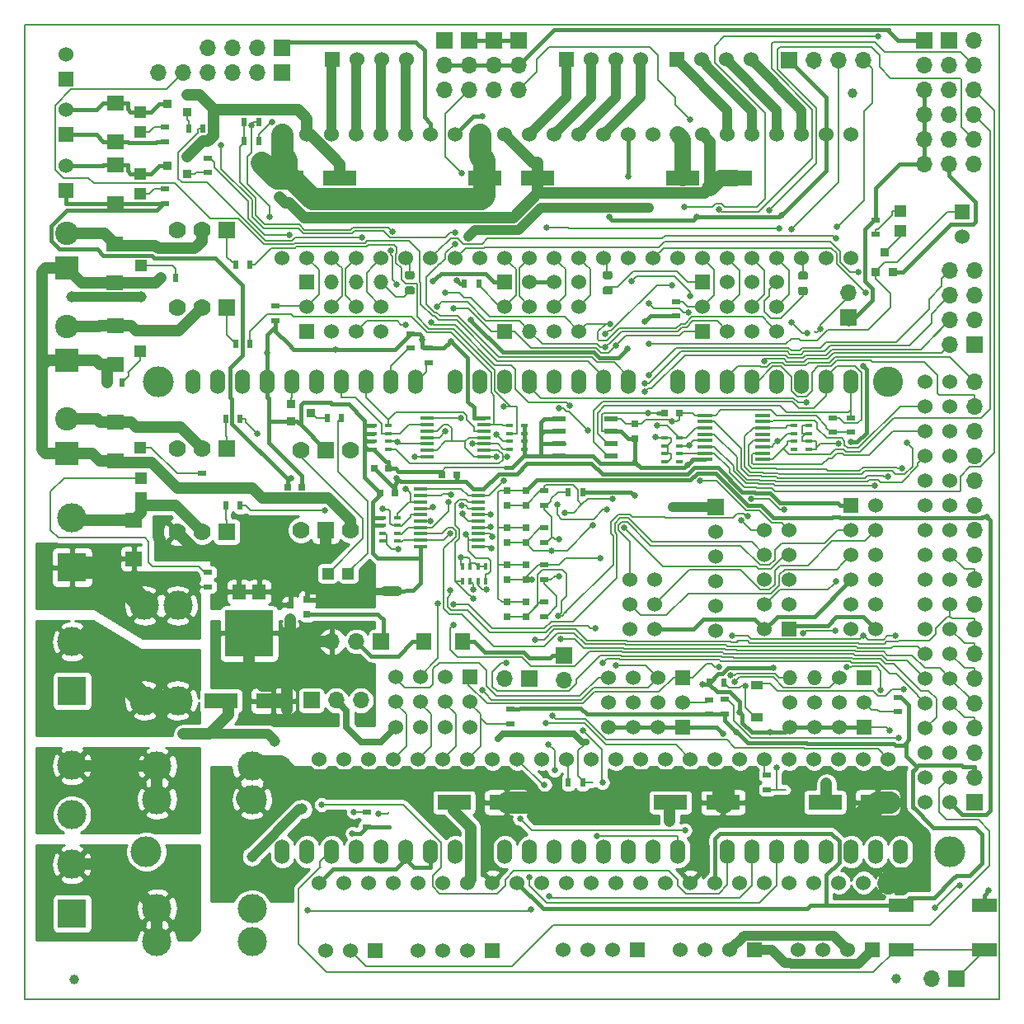
<source format=gtl>
G04 #@! TF.GenerationSoftware,KiCad,Pcbnew,5.1.0*
G04 #@! TF.CreationDate,2019-04-13T19:37:17+02:00*
G04 #@! TF.ProjectId,RAMPS-FD,52414d50-532d-4464-942e-6b696361645f,rev?*
G04 #@! TF.SameCoordinates,Original*
G04 #@! TF.FileFunction,Copper,L1,Top*
G04 #@! TF.FilePolarity,Positive*
%FSLAX46Y46*%
G04 Gerber Fmt 4.6, Leading zero omitted, Abs format (unit mm)*
G04 Created by KiCad (PCBNEW 5.1.0) date 2019-04-13 19:37:17*
%MOMM*%
%LPD*%
G04 APERTURE LIST*
%ADD10C,0.152400*%
%ADD11C,1.016000*%
%ADD12R,1.524000X1.524000*%
%ADD13C,1.524000*%
%ADD14O,1.524000X1.524000*%
%ADD15C,0.150000*%
%ADD16C,0.875000*%
%ADD17R,2.999740X2.999740*%
%ADD18C,2.999740*%
%ADD19R,1.399540X0.599440*%
%ADD20R,0.914400X0.914400*%
%ADD21R,1.198880X1.198880*%
%ADD22R,1.399540X1.500000*%
%ADD23R,4.900000X4.800000*%
%ADD24C,2.400000*%
%ADD25R,2.400000X2.400000*%
%ADD26R,0.800000X0.750000*%
%ADD27R,0.750000X0.800000*%
%ADD28R,0.500000X0.900000*%
%ADD29R,0.900000X0.500000*%
%ADD30R,0.762000X0.431800*%
%ADD31R,0.431800X0.762000*%
%ADD32R,1.450000X0.450000*%
%ADD33R,1.500000X0.450000*%
%ADD34O,1.524000X2.540000*%
%ADD35C,3.175000*%
%ADD36C,3.100000*%
%ADD37C,1.016000*%
%ADD38C,1.000000*%
%ADD39R,1.220000X0.910000*%
%ADD40R,1.549400X1.668780*%
%ADD41R,1.668780X1.549400*%
%ADD42C,3.000000*%
%ADD43R,2.499360X1.397000*%
%ADD44R,1.700000X1.700000*%
%ADD45O,1.700000X1.700000*%
%ADD46C,1.778000*%
%ADD47R,1.778000X1.778000*%
%ADD48R,3.500000X1.600000*%
%ADD49C,0.635000*%
%ADD50C,1.143000*%
%ADD51C,0.406400*%
%ADD52C,0.203200*%
%ADD53C,2.286000*%
%ADD54C,0.508000*%
%ADD55C,0.635000*%
%ADD56C,1.651000*%
%ADD57C,1.143000*%
%ADD58C,0.762000*%
%ADD59C,1.015800*%
%ADD60C,0.355600*%
%ADD61C,0.254000*%
G04 APERTURE END LIST*
D10*
X52324000Y-39573000D02*
X52324000Y-139573000D01*
X152324000Y-39573000D02*
X52324000Y-39573000D01*
X152324000Y-139573000D02*
X152324000Y-39573000D01*
X52324000Y-139573000D02*
X152324000Y-139573000D01*
D11*
X90551000Y-97663000D02*
X89281000Y-97663000D01*
D12*
X130810000Y-101600000D03*
D13*
X128270000Y-101600000D03*
X130810000Y-99060000D03*
X128270000Y-99060000D03*
X130810000Y-96520000D03*
X128270000Y-96520000D03*
X130810000Y-93980000D03*
X128270000Y-93980000D03*
X130810000Y-91440000D03*
X128270000Y-91440000D03*
D12*
X101600000Y-70993000D03*
D13*
X101600000Y-68453000D03*
D14*
X104140000Y-70993000D03*
D13*
X104140000Y-68453000D03*
X106680000Y-70993000D03*
X106680000Y-68453000D03*
X109220000Y-70993000D03*
X109220000Y-68453000D03*
D12*
X119888000Y-106553000D03*
D13*
X119888000Y-109093000D03*
X117348000Y-106553000D03*
X117348000Y-109093000D03*
X114808000Y-106553000D03*
X114808000Y-109093000D03*
X112268000Y-106553000D03*
X112268000Y-109093000D03*
D14*
X88836500Y-65913000D03*
X86296500Y-65913000D03*
X83756500Y-65913000D03*
D12*
X81216500Y-65913000D03*
D13*
X109220000Y-65913000D03*
X106680000Y-65913000D03*
X104140000Y-65913000D03*
D12*
X101600000Y-65913000D03*
D13*
X129540000Y-65976500D03*
X127000000Y-65976500D03*
X124460000Y-65976500D03*
D12*
X121920000Y-65976500D03*
D13*
X130873500Y-111633000D03*
X133413500Y-111633000D03*
X135953500Y-111633000D03*
D12*
X138493500Y-111633000D03*
D13*
X112268000Y-111633000D03*
X114808000Y-111633000D03*
X117348000Y-111633000D03*
D12*
X119888000Y-111633000D03*
D13*
X90360500Y-111633000D03*
X92900500Y-111633000D03*
X95440500Y-111633000D03*
X97980500Y-111633000D03*
D12*
X97983040Y-106547920D03*
D13*
X97983040Y-109087920D03*
X95443040Y-106547920D03*
X95443040Y-109087920D03*
X92903040Y-106547920D03*
X92903040Y-109087920D03*
X90363040Y-106547920D03*
X90363040Y-109087920D03*
D12*
X138480800Y-106553000D03*
D13*
X138480800Y-109093000D03*
X135940800Y-106553000D03*
X135940800Y-109093000D03*
D14*
X133400800Y-106553000D03*
D13*
X133400800Y-109093000D03*
D14*
X130860800Y-106553000D03*
D13*
X130860800Y-109093000D03*
D12*
X81280000Y-70993000D03*
D13*
X81280000Y-68453000D03*
X83820000Y-70993000D03*
X83820000Y-68453000D03*
X86360000Y-70993000D03*
X86360000Y-68453000D03*
X88900000Y-70993000D03*
X88900000Y-68453000D03*
D12*
X121920000Y-70993000D03*
D13*
X121920000Y-68453000D03*
X124460000Y-70993000D03*
X124460000Y-68453000D03*
X127000000Y-70993000D03*
X127000000Y-68453000D03*
X129540000Y-70993000D03*
X129540000Y-68453000D03*
D15*
G36*
X132484691Y-64854053D02*
G01*
X132505926Y-64857203D01*
X132526750Y-64862419D01*
X132546962Y-64869651D01*
X132566368Y-64878830D01*
X132584781Y-64889866D01*
X132602024Y-64902654D01*
X132617930Y-64917070D01*
X132632346Y-64932976D01*
X132645134Y-64950219D01*
X132656170Y-64968632D01*
X132665349Y-64988038D01*
X132672581Y-65008250D01*
X132677797Y-65029074D01*
X132680947Y-65050309D01*
X132682000Y-65071750D01*
X132682000Y-65509250D01*
X132680947Y-65530691D01*
X132677797Y-65551926D01*
X132672581Y-65572750D01*
X132665349Y-65592962D01*
X132656170Y-65612368D01*
X132645134Y-65630781D01*
X132632346Y-65648024D01*
X132617930Y-65663930D01*
X132602024Y-65678346D01*
X132584781Y-65691134D01*
X132566368Y-65702170D01*
X132546962Y-65711349D01*
X132526750Y-65718581D01*
X132505926Y-65723797D01*
X132484691Y-65726947D01*
X132463250Y-65728000D01*
X131950750Y-65728000D01*
X131929309Y-65726947D01*
X131908074Y-65723797D01*
X131887250Y-65718581D01*
X131867038Y-65711349D01*
X131847632Y-65702170D01*
X131829219Y-65691134D01*
X131811976Y-65678346D01*
X131796070Y-65663930D01*
X131781654Y-65648024D01*
X131768866Y-65630781D01*
X131757830Y-65612368D01*
X131748651Y-65592962D01*
X131741419Y-65572750D01*
X131736203Y-65551926D01*
X131733053Y-65530691D01*
X131732000Y-65509250D01*
X131732000Y-65071750D01*
X131733053Y-65050309D01*
X131736203Y-65029074D01*
X131741419Y-65008250D01*
X131748651Y-64988038D01*
X131757830Y-64968632D01*
X131768866Y-64950219D01*
X131781654Y-64932976D01*
X131796070Y-64917070D01*
X131811976Y-64902654D01*
X131829219Y-64889866D01*
X131847632Y-64878830D01*
X131867038Y-64869651D01*
X131887250Y-64862419D01*
X131908074Y-64857203D01*
X131929309Y-64854053D01*
X131950750Y-64853000D01*
X132463250Y-64853000D01*
X132484691Y-64854053D01*
X132484691Y-64854053D01*
G37*
D16*
X132207000Y-65290500D03*
D15*
G36*
X132484691Y-66429053D02*
G01*
X132505926Y-66432203D01*
X132526750Y-66437419D01*
X132546962Y-66444651D01*
X132566368Y-66453830D01*
X132584781Y-66464866D01*
X132602024Y-66477654D01*
X132617930Y-66492070D01*
X132632346Y-66507976D01*
X132645134Y-66525219D01*
X132656170Y-66543632D01*
X132665349Y-66563038D01*
X132672581Y-66583250D01*
X132677797Y-66604074D01*
X132680947Y-66625309D01*
X132682000Y-66646750D01*
X132682000Y-67084250D01*
X132680947Y-67105691D01*
X132677797Y-67126926D01*
X132672581Y-67147750D01*
X132665349Y-67167962D01*
X132656170Y-67187368D01*
X132645134Y-67205781D01*
X132632346Y-67223024D01*
X132617930Y-67238930D01*
X132602024Y-67253346D01*
X132584781Y-67266134D01*
X132566368Y-67277170D01*
X132546962Y-67286349D01*
X132526750Y-67293581D01*
X132505926Y-67298797D01*
X132484691Y-67301947D01*
X132463250Y-67303000D01*
X131950750Y-67303000D01*
X131929309Y-67301947D01*
X131908074Y-67298797D01*
X131887250Y-67293581D01*
X131867038Y-67286349D01*
X131847632Y-67277170D01*
X131829219Y-67266134D01*
X131811976Y-67253346D01*
X131796070Y-67238930D01*
X131781654Y-67223024D01*
X131768866Y-67205781D01*
X131757830Y-67187368D01*
X131748651Y-67167962D01*
X131741419Y-67147750D01*
X131736203Y-67126926D01*
X131733053Y-67105691D01*
X131732000Y-67084250D01*
X131732000Y-66646750D01*
X131733053Y-66625309D01*
X131736203Y-66604074D01*
X131741419Y-66583250D01*
X131748651Y-66563038D01*
X131757830Y-66543632D01*
X131768866Y-66525219D01*
X131781654Y-66507976D01*
X131796070Y-66492070D01*
X131811976Y-66477654D01*
X131829219Y-66464866D01*
X131847632Y-66453830D01*
X131867038Y-66444651D01*
X131887250Y-66437419D01*
X131908074Y-66432203D01*
X131929309Y-66429053D01*
X131950750Y-66428000D01*
X132463250Y-66428000D01*
X132484691Y-66429053D01*
X132484691Y-66429053D01*
G37*
D16*
X132207000Y-66865500D03*
D15*
G36*
X112418691Y-64816053D02*
G01*
X112439926Y-64819203D01*
X112460750Y-64824419D01*
X112480962Y-64831651D01*
X112500368Y-64840830D01*
X112518781Y-64851866D01*
X112536024Y-64864654D01*
X112551930Y-64879070D01*
X112566346Y-64894976D01*
X112579134Y-64912219D01*
X112590170Y-64930632D01*
X112599349Y-64950038D01*
X112606581Y-64970250D01*
X112611797Y-64991074D01*
X112614947Y-65012309D01*
X112616000Y-65033750D01*
X112616000Y-65471250D01*
X112614947Y-65492691D01*
X112611797Y-65513926D01*
X112606581Y-65534750D01*
X112599349Y-65554962D01*
X112590170Y-65574368D01*
X112579134Y-65592781D01*
X112566346Y-65610024D01*
X112551930Y-65625930D01*
X112536024Y-65640346D01*
X112518781Y-65653134D01*
X112500368Y-65664170D01*
X112480962Y-65673349D01*
X112460750Y-65680581D01*
X112439926Y-65685797D01*
X112418691Y-65688947D01*
X112397250Y-65690000D01*
X111884750Y-65690000D01*
X111863309Y-65688947D01*
X111842074Y-65685797D01*
X111821250Y-65680581D01*
X111801038Y-65673349D01*
X111781632Y-65664170D01*
X111763219Y-65653134D01*
X111745976Y-65640346D01*
X111730070Y-65625930D01*
X111715654Y-65610024D01*
X111702866Y-65592781D01*
X111691830Y-65574368D01*
X111682651Y-65554962D01*
X111675419Y-65534750D01*
X111670203Y-65513926D01*
X111667053Y-65492691D01*
X111666000Y-65471250D01*
X111666000Y-65033750D01*
X111667053Y-65012309D01*
X111670203Y-64991074D01*
X111675419Y-64970250D01*
X111682651Y-64950038D01*
X111691830Y-64930632D01*
X111702866Y-64912219D01*
X111715654Y-64894976D01*
X111730070Y-64879070D01*
X111745976Y-64864654D01*
X111763219Y-64851866D01*
X111781632Y-64840830D01*
X111801038Y-64831651D01*
X111821250Y-64824419D01*
X111842074Y-64819203D01*
X111863309Y-64816053D01*
X111884750Y-64815000D01*
X112397250Y-64815000D01*
X112418691Y-64816053D01*
X112418691Y-64816053D01*
G37*
D16*
X112141000Y-65252500D03*
D15*
G36*
X112418691Y-66391053D02*
G01*
X112439926Y-66394203D01*
X112460750Y-66399419D01*
X112480962Y-66406651D01*
X112500368Y-66415830D01*
X112518781Y-66426866D01*
X112536024Y-66439654D01*
X112551930Y-66454070D01*
X112566346Y-66469976D01*
X112579134Y-66487219D01*
X112590170Y-66505632D01*
X112599349Y-66525038D01*
X112606581Y-66545250D01*
X112611797Y-66566074D01*
X112614947Y-66587309D01*
X112616000Y-66608750D01*
X112616000Y-67046250D01*
X112614947Y-67067691D01*
X112611797Y-67088926D01*
X112606581Y-67109750D01*
X112599349Y-67129962D01*
X112590170Y-67149368D01*
X112579134Y-67167781D01*
X112566346Y-67185024D01*
X112551930Y-67200930D01*
X112536024Y-67215346D01*
X112518781Y-67228134D01*
X112500368Y-67239170D01*
X112480962Y-67248349D01*
X112460750Y-67255581D01*
X112439926Y-67260797D01*
X112418691Y-67263947D01*
X112397250Y-67265000D01*
X111884750Y-67265000D01*
X111863309Y-67263947D01*
X111842074Y-67260797D01*
X111821250Y-67255581D01*
X111801038Y-67248349D01*
X111781632Y-67239170D01*
X111763219Y-67228134D01*
X111745976Y-67215346D01*
X111730070Y-67200930D01*
X111715654Y-67185024D01*
X111702866Y-67167781D01*
X111691830Y-67149368D01*
X111682651Y-67129962D01*
X111675419Y-67109750D01*
X111670203Y-67088926D01*
X111667053Y-67067691D01*
X111666000Y-67046250D01*
X111666000Y-66608750D01*
X111667053Y-66587309D01*
X111670203Y-66566074D01*
X111675419Y-66545250D01*
X111682651Y-66525038D01*
X111691830Y-66505632D01*
X111702866Y-66487219D01*
X111715654Y-66469976D01*
X111730070Y-66454070D01*
X111745976Y-66439654D01*
X111763219Y-66426866D01*
X111781632Y-66415830D01*
X111801038Y-66406651D01*
X111821250Y-66399419D01*
X111842074Y-66394203D01*
X111863309Y-66391053D01*
X111884750Y-66390000D01*
X112397250Y-66390000D01*
X112418691Y-66391053D01*
X112418691Y-66391053D01*
G37*
D16*
X112141000Y-66827500D03*
D15*
G36*
X92098691Y-64816053D02*
G01*
X92119926Y-64819203D01*
X92140750Y-64824419D01*
X92160962Y-64831651D01*
X92180368Y-64840830D01*
X92198781Y-64851866D01*
X92216024Y-64864654D01*
X92231930Y-64879070D01*
X92246346Y-64894976D01*
X92259134Y-64912219D01*
X92270170Y-64930632D01*
X92279349Y-64950038D01*
X92286581Y-64970250D01*
X92291797Y-64991074D01*
X92294947Y-65012309D01*
X92296000Y-65033750D01*
X92296000Y-65471250D01*
X92294947Y-65492691D01*
X92291797Y-65513926D01*
X92286581Y-65534750D01*
X92279349Y-65554962D01*
X92270170Y-65574368D01*
X92259134Y-65592781D01*
X92246346Y-65610024D01*
X92231930Y-65625930D01*
X92216024Y-65640346D01*
X92198781Y-65653134D01*
X92180368Y-65664170D01*
X92160962Y-65673349D01*
X92140750Y-65680581D01*
X92119926Y-65685797D01*
X92098691Y-65688947D01*
X92077250Y-65690000D01*
X91564750Y-65690000D01*
X91543309Y-65688947D01*
X91522074Y-65685797D01*
X91501250Y-65680581D01*
X91481038Y-65673349D01*
X91461632Y-65664170D01*
X91443219Y-65653134D01*
X91425976Y-65640346D01*
X91410070Y-65625930D01*
X91395654Y-65610024D01*
X91382866Y-65592781D01*
X91371830Y-65574368D01*
X91362651Y-65554962D01*
X91355419Y-65534750D01*
X91350203Y-65513926D01*
X91347053Y-65492691D01*
X91346000Y-65471250D01*
X91346000Y-65033750D01*
X91347053Y-65012309D01*
X91350203Y-64991074D01*
X91355419Y-64970250D01*
X91362651Y-64950038D01*
X91371830Y-64930632D01*
X91382866Y-64912219D01*
X91395654Y-64894976D01*
X91410070Y-64879070D01*
X91425976Y-64864654D01*
X91443219Y-64851866D01*
X91461632Y-64840830D01*
X91481038Y-64831651D01*
X91501250Y-64824419D01*
X91522074Y-64819203D01*
X91543309Y-64816053D01*
X91564750Y-64815000D01*
X92077250Y-64815000D01*
X92098691Y-64816053D01*
X92098691Y-64816053D01*
G37*
D16*
X91821000Y-65252500D03*
D15*
G36*
X92098691Y-66391053D02*
G01*
X92119926Y-66394203D01*
X92140750Y-66399419D01*
X92160962Y-66406651D01*
X92180368Y-66415830D01*
X92198781Y-66426866D01*
X92216024Y-66439654D01*
X92231930Y-66454070D01*
X92246346Y-66469976D01*
X92259134Y-66487219D01*
X92270170Y-66505632D01*
X92279349Y-66525038D01*
X92286581Y-66545250D01*
X92291797Y-66566074D01*
X92294947Y-66587309D01*
X92296000Y-66608750D01*
X92296000Y-67046250D01*
X92294947Y-67067691D01*
X92291797Y-67088926D01*
X92286581Y-67109750D01*
X92279349Y-67129962D01*
X92270170Y-67149368D01*
X92259134Y-67167781D01*
X92246346Y-67185024D01*
X92231930Y-67200930D01*
X92216024Y-67215346D01*
X92198781Y-67228134D01*
X92180368Y-67239170D01*
X92160962Y-67248349D01*
X92140750Y-67255581D01*
X92119926Y-67260797D01*
X92098691Y-67263947D01*
X92077250Y-67265000D01*
X91564750Y-67265000D01*
X91543309Y-67263947D01*
X91522074Y-67260797D01*
X91501250Y-67255581D01*
X91481038Y-67248349D01*
X91461632Y-67239170D01*
X91443219Y-67228134D01*
X91425976Y-67215346D01*
X91410070Y-67200930D01*
X91395654Y-67185024D01*
X91382866Y-67167781D01*
X91371830Y-67149368D01*
X91362651Y-67129962D01*
X91355419Y-67109750D01*
X91350203Y-67088926D01*
X91347053Y-67067691D01*
X91346000Y-67046250D01*
X91346000Y-66608750D01*
X91347053Y-66587309D01*
X91350203Y-66566074D01*
X91355419Y-66545250D01*
X91362651Y-66525038D01*
X91371830Y-66505632D01*
X91382866Y-66487219D01*
X91395654Y-66469976D01*
X91410070Y-66454070D01*
X91425976Y-66439654D01*
X91443219Y-66426866D01*
X91461632Y-66415830D01*
X91481038Y-66406651D01*
X91501250Y-66399419D01*
X91522074Y-66394203D01*
X91543309Y-66391053D01*
X91564750Y-66390000D01*
X92077250Y-66390000D01*
X92098691Y-66391053D01*
X92098691Y-66391053D01*
G37*
D16*
X91821000Y-66827500D03*
D17*
X57150000Y-107950000D03*
D18*
X57150000Y-102870000D03*
D17*
X57150000Y-95250000D03*
D18*
X57150000Y-90170000D03*
D19*
X112522000Y-80010000D03*
X107188000Y-80010000D03*
X112522000Y-81280000D03*
X112522000Y-82550000D03*
X112522000Y-83820000D03*
X107188000Y-81280000D03*
X107188000Y-82550000D03*
X107188000Y-83820000D03*
D20*
X68961000Y-46736000D03*
X68961000Y-48514000D03*
X66929000Y-47625000D03*
X68961000Y-53086000D03*
X68961000Y-54864000D03*
X66929000Y-53975000D03*
X79629000Y-80264000D03*
X79629000Y-78486000D03*
X81661000Y-79375000D03*
D21*
X83405980Y-95885000D03*
X85504020Y-95885000D03*
X64262000Y-86072980D03*
X64262000Y-88171020D03*
X64135000Y-73058020D03*
X64135000Y-70959980D03*
X64135000Y-82964020D03*
X64135000Y-80865980D03*
X64250000Y-64299020D03*
X64250000Y-62200980D03*
X64135000Y-56929020D03*
X64135000Y-54830980D03*
X64135000Y-50579020D03*
X64135000Y-48480980D03*
D22*
X74285140Y-97769680D03*
X76362860Y-97769680D03*
D23*
X75324000Y-102021640D03*
D12*
X127254000Y-134540000D03*
D13*
X124714000Y-134540000D03*
X122174000Y-134540000D03*
X119634000Y-134540000D03*
D12*
X56515000Y-45085000D03*
D13*
X56515000Y-42545000D03*
D12*
X100330000Y-134620000D03*
D13*
X97790000Y-134620000D03*
X95250000Y-134620000D03*
X92710000Y-134620000D03*
D12*
X115189000Y-134540000D03*
D13*
X112649000Y-134540000D03*
X110109000Y-134540000D03*
X107569000Y-134540000D03*
D12*
X139319000Y-134540000D03*
D13*
X136779000Y-134540000D03*
X134239000Y-134540000D03*
X131699000Y-134540000D03*
D12*
X83845400Y-43078400D03*
D13*
X86385400Y-43078400D03*
X88925400Y-43078400D03*
X91465400Y-43078400D03*
D12*
X107950000Y-43078400D03*
D13*
X110490000Y-43078400D03*
X113030000Y-43078400D03*
X115570000Y-43078400D03*
D12*
X137160000Y-88900000D03*
D13*
X139700000Y-88900000D03*
X137160000Y-91440000D03*
X139700000Y-91440000D03*
X137160000Y-93980000D03*
X139700000Y-93980000D03*
X137160000Y-96520000D03*
X139700000Y-96520000D03*
X137160000Y-99060000D03*
X139700000Y-99060000D03*
X137160000Y-101600000D03*
X139700000Y-101600000D03*
D12*
X119228000Y-43078400D03*
D13*
X121768000Y-43078400D03*
X124308000Y-43078400D03*
X126848000Y-43078400D03*
D24*
X56580000Y-60988000D03*
D25*
X56580000Y-64488000D03*
D12*
X148567000Y-58750200D03*
D13*
X148567000Y-61290200D03*
D24*
X56580000Y-80038000D03*
D25*
X56580000Y-83538000D03*
D24*
X56580000Y-70513000D03*
D25*
X56580000Y-74013000D03*
D12*
X56515000Y-56515000D03*
D13*
X56515000Y-53975000D03*
D12*
X56515000Y-50800000D03*
D13*
X56515000Y-48260000D03*
D26*
X88150000Y-85090000D03*
X89650000Y-85090000D03*
X90285000Y-87630000D03*
X88785000Y-87630000D03*
X79260000Y-86995000D03*
X80760000Y-86995000D03*
X96635000Y-85725000D03*
X95135000Y-85725000D03*
D27*
X79574000Y-100623800D03*
X79574000Y-99123800D03*
X81280000Y-100064000D03*
X81280000Y-98564000D03*
X101854000Y-100318000D03*
X101854000Y-98818000D03*
X101854000Y-96508000D03*
X101854000Y-95008000D03*
X101854000Y-92698000D03*
X101854000Y-91198000D03*
D26*
X119495000Y-79375000D03*
X117995000Y-79375000D03*
D27*
X101854000Y-88888000D03*
X101854000Y-87388000D03*
X103759000Y-88888000D03*
X103759000Y-87388000D03*
X103759000Y-92698000D03*
X103759000Y-91198000D03*
X103759000Y-100318000D03*
X103759000Y-98818000D03*
X103759000Y-96508000D03*
X103759000Y-95008000D03*
X114935000Y-80530000D03*
X114935000Y-82030000D03*
D28*
X74815000Y-49530000D03*
X76315000Y-49530000D03*
X74815000Y-51435000D03*
X76315000Y-51435000D03*
X84824000Y-79933800D03*
X83324000Y-79933800D03*
D29*
X141986000Y-110097000D03*
X141986000Y-108597000D03*
X102171500Y-111303500D03*
X102171500Y-109803500D03*
X122529600Y-108851000D03*
X122529600Y-110351000D03*
X78041500Y-68401500D03*
X78041500Y-69901500D03*
D28*
X98921000Y-66103500D03*
X97421000Y-66103500D03*
D29*
X119189500Y-67957000D03*
X119189500Y-69457000D03*
X137160000Y-81395000D03*
X137160000Y-79895000D03*
X135255000Y-81395000D03*
X135255000Y-79895000D03*
X71120000Y-97270000D03*
X71120000Y-95770000D03*
D28*
X60750000Y-76250000D03*
X62250000Y-76250000D03*
D29*
X70485000Y-87110000D03*
X70485000Y-85610000D03*
D28*
X66250000Y-65500000D03*
X67750000Y-65500000D03*
D29*
X105664000Y-100318000D03*
X105664000Y-98818000D03*
X105664000Y-96508000D03*
X105664000Y-95008000D03*
X105664000Y-92698000D03*
X105664000Y-91198000D03*
D28*
X122567000Y-107061000D03*
X124067000Y-107061000D03*
D29*
X124180600Y-108800200D03*
X124180600Y-110300200D03*
X93789500Y-74219500D03*
X93789500Y-72719500D03*
X91948000Y-72759000D03*
X91948000Y-71259000D03*
X105664000Y-88888000D03*
X105664000Y-87388000D03*
D28*
X74410000Y-88900000D03*
X72910000Y-88900000D03*
X74410000Y-80010000D03*
X72910000Y-80010000D03*
X75426000Y-64185800D03*
X73926000Y-64185800D03*
X75426000Y-72313800D03*
X73926000Y-72313800D03*
X70600000Y-50165000D03*
X69100000Y-50165000D03*
D29*
X71120000Y-53225000D03*
X71120000Y-54725000D03*
X66675000Y-57900000D03*
X66675000Y-56400000D03*
X66675000Y-51550000D03*
X66675000Y-50050000D03*
D30*
X103632000Y-82313780D03*
X102108000Y-82313780D03*
X103632000Y-81516220D03*
X102108000Y-81516220D03*
X103632000Y-83113880D03*
X103632000Y-80716120D03*
X102108000Y-80716120D03*
X102108000Y-83113880D03*
D31*
X98026220Y-96647000D03*
X98026220Y-95123000D03*
X98823780Y-96647000D03*
X98823780Y-95123000D03*
X97226120Y-96647000D03*
X99623880Y-96647000D03*
X99623880Y-95123000D03*
X97226120Y-95123000D03*
D30*
X90551000Y-91762580D03*
X89027000Y-91762580D03*
X90551000Y-90965020D03*
X89027000Y-90965020D03*
X90551000Y-92562680D03*
X90551000Y-90164920D03*
X89027000Y-90164920D03*
X89027000Y-92562680D03*
X88138000Y-81516220D03*
X89662000Y-81516220D03*
X88138000Y-82313780D03*
X89662000Y-82313780D03*
X88138000Y-80716120D03*
X88138000Y-83113880D03*
X89662000Y-83113880D03*
X89662000Y-80716120D03*
X119507000Y-83583780D03*
X117983000Y-83583780D03*
X119507000Y-82786220D03*
X117983000Y-82786220D03*
X119507000Y-84383880D03*
X119507000Y-81986120D03*
X117983000Y-81986120D03*
X117983000Y-84383880D03*
X131318000Y-81516220D03*
X132842000Y-81516220D03*
X131318000Y-82313780D03*
X132842000Y-82313780D03*
X131318000Y-80716120D03*
X131318000Y-83113880D03*
X132842000Y-83113880D03*
X132842000Y-80716120D03*
D32*
X99470000Y-83865000D03*
X99470000Y-83215000D03*
X99470000Y-82565000D03*
X99470000Y-81915000D03*
X99470000Y-81265000D03*
X99470000Y-80615000D03*
X99470000Y-79965000D03*
X93570000Y-79965000D03*
X93570000Y-80615000D03*
X93570000Y-81265000D03*
X93570000Y-81915000D03*
X93570000Y-82565000D03*
X93570000Y-83215000D03*
X93570000Y-83865000D03*
X92935000Y-87245000D03*
X92935000Y-87895000D03*
X92935000Y-88545000D03*
X92935000Y-89195000D03*
X92935000Y-89845000D03*
X92935000Y-90495000D03*
X92935000Y-91145000D03*
X92935000Y-91795000D03*
X92935000Y-92445000D03*
X92935000Y-93095000D03*
X98835000Y-93095000D03*
X98835000Y-92445000D03*
X98835000Y-91795000D03*
X98835000Y-91145000D03*
X98835000Y-90495000D03*
X98835000Y-89845000D03*
X98835000Y-89195000D03*
X98835000Y-88545000D03*
X98835000Y-87895000D03*
X98835000Y-87245000D03*
D33*
X128045000Y-79640000D03*
X128045000Y-80290000D03*
X128045000Y-80940000D03*
X128045000Y-81590000D03*
X128045000Y-82240000D03*
X128045000Y-82890000D03*
X128045000Y-83540000D03*
X128045000Y-84190000D03*
X122145000Y-84190000D03*
X122145000Y-83540000D03*
X122145000Y-82890000D03*
X122145000Y-82240000D03*
X122145000Y-81590000D03*
X122145000Y-80940000D03*
X122145000Y-80290000D03*
X122145000Y-79640000D03*
D13*
X116967000Y-96520000D03*
X116967000Y-99060000D03*
X116967000Y-101600000D03*
X114427000Y-101600000D03*
X114427000Y-99060000D03*
X114427000Y-96520000D03*
D34*
X78740000Y-124460000D03*
X81280000Y-124460000D03*
X69596000Y-76200000D03*
X72136000Y-76200000D03*
D13*
X147320000Y-119380000D03*
X144780000Y-119380000D03*
X147320000Y-116840000D03*
X144780000Y-116840000D03*
X147320000Y-114300000D03*
X144780000Y-114300000D03*
X147320000Y-111760000D03*
X144780000Y-111760000D03*
X147320000Y-109220000D03*
X144780000Y-109220000D03*
X147320000Y-106680000D03*
X144780000Y-106680000D03*
X147320000Y-104140000D03*
X144780000Y-104140000D03*
X147320000Y-101600000D03*
X144780000Y-101600000D03*
X147320000Y-99060000D03*
X144780000Y-99060000D03*
X147320000Y-96520000D03*
X144780000Y-96520000D03*
X147320000Y-93980000D03*
X144780000Y-93980000D03*
X147320000Y-91440000D03*
X144780000Y-91440000D03*
X144780000Y-88900000D03*
X147320000Y-88900000D03*
X147320000Y-76200000D03*
X144780000Y-76200000D03*
X147320000Y-86360000D03*
X144780000Y-86360000D03*
X147320000Y-83820000D03*
X144780000Y-83820000D03*
X147320000Y-81280000D03*
X144780000Y-81280000D03*
X147320000Y-78740000D03*
X144780000Y-78740000D03*
D35*
X64770000Y-124460000D03*
X66040000Y-76200000D03*
D36*
X140970000Y-76200000D03*
D35*
X147320000Y-124460000D03*
D34*
X88900000Y-124460000D03*
X74676000Y-76200000D03*
X77216000Y-76200000D03*
X79756000Y-76200000D03*
X82296000Y-76200000D03*
X84836000Y-76200000D03*
X87376000Y-76200000D03*
X89916000Y-76200000D03*
X92456000Y-76200000D03*
X96520000Y-76200000D03*
X99060000Y-76200000D03*
X101600000Y-76200000D03*
X104140000Y-76200000D03*
X106680000Y-76200000D03*
X109220000Y-76200000D03*
X111760000Y-76200000D03*
X114300000Y-76200000D03*
X83820000Y-124460000D03*
X86360000Y-124460000D03*
X91440000Y-124460000D03*
X93980000Y-124460000D03*
X96520000Y-124460000D03*
X106680000Y-124460000D03*
X104140000Y-124460000D03*
X101600000Y-124460000D03*
X109220000Y-124460000D03*
X111760000Y-124460000D03*
X114300000Y-124460000D03*
X132080000Y-124460000D03*
X129540000Y-124460000D03*
X127000000Y-124460000D03*
X116840000Y-124460000D03*
X119380000Y-124460000D03*
X124460000Y-124460000D03*
X134620000Y-124460000D03*
X137160000Y-124460000D03*
X139700000Y-124460000D03*
X142240000Y-124460000D03*
X137160000Y-76200000D03*
X134620000Y-76200000D03*
X132080000Y-76200000D03*
X129540000Y-76200000D03*
X127000000Y-76200000D03*
X124460000Y-76200000D03*
X121920000Y-76200000D03*
X119380000Y-76200000D03*
D37*
X90551000Y-97663000D03*
X89281000Y-97663000D03*
D28*
X109589000Y-87503000D03*
X108089000Y-87503000D03*
D38*
X57324000Y-137573000D03*
X137324000Y-46573000D03*
X141808200Y-137515600D03*
D21*
X142240000Y-58640980D03*
X142240000Y-60739020D03*
D20*
X141478000Y-64947800D03*
X139700000Y-64947800D03*
X140589000Y-62915800D03*
D29*
X139700000Y-59575000D03*
X139700000Y-61075000D03*
D12*
X88265000Y-134620000D03*
D13*
X85725000Y-134620000D03*
X83185000Y-134620000D03*
D17*
X57150000Y-130810000D03*
D18*
X57150000Y-125730000D03*
X57150000Y-115570000D03*
X57150000Y-120650000D03*
D39*
X127444500Y-107394500D03*
X127444500Y-110664500D03*
D40*
X93284040Y-102870000D03*
X97248980Y-102870000D03*
D41*
X61595000Y-80330040D03*
X61595000Y-84294980D03*
X61595000Y-70424040D03*
X61595000Y-74388980D03*
X61500000Y-62034040D03*
X61500000Y-65998980D03*
X63500000Y-90410040D03*
X63500000Y-94374980D03*
X61595000Y-53914040D03*
X61595000Y-57878980D03*
X61595000Y-47564040D03*
X61595000Y-51528980D03*
D42*
X65864000Y-130298720D03*
X65864000Y-133698720D03*
X75614000Y-130298720D03*
X75614000Y-133698720D03*
D43*
X142308000Y-134502720D03*
X142308000Y-130002720D03*
X150808000Y-134502720D03*
X150808000Y-130002720D03*
D42*
X64594000Y-108933720D03*
X67994000Y-108933720D03*
X64594000Y-99183720D03*
X67994000Y-99183720D03*
X65864000Y-115693720D03*
X65864000Y-119093720D03*
X75614000Y-115693720D03*
X75614000Y-119093720D03*
D29*
X87424000Y-121923000D03*
X87424000Y-120423000D03*
D44*
X107696000Y-104267000D03*
D45*
X107696000Y-106807000D03*
D44*
X81711800Y-108915200D03*
D45*
X84251800Y-108915200D03*
X86791800Y-108915200D03*
D44*
X88900000Y-102870000D03*
D45*
X86360000Y-102870000D03*
X83820000Y-102870000D03*
D44*
X104076500Y-106680000D03*
D45*
X101536500Y-106680000D03*
D44*
X136906000Y-69596000D03*
D45*
X136906000Y-67056000D03*
D44*
X95377000Y-41148000D03*
D45*
X95377000Y-43688000D03*
X95377000Y-46228000D03*
D44*
X97917000Y-41148000D03*
D45*
X97917000Y-43688000D03*
X97917000Y-46228000D03*
D44*
X100457000Y-41148000D03*
D45*
X100457000Y-43688000D03*
X100457000Y-46228000D03*
D44*
X102997000Y-41148000D03*
D45*
X102997000Y-43688000D03*
X102997000Y-46228000D03*
D44*
X123240800Y-89027000D03*
D13*
X123240800Y-91567000D03*
X123240800Y-94107000D03*
X123240800Y-96647000D03*
X123240800Y-99187000D03*
X123240800Y-101727000D03*
D44*
X78740000Y-41910000D03*
D45*
X76200000Y-41910000D03*
X73660000Y-41910000D03*
X71120000Y-41910000D03*
D44*
X147955000Y-137459720D03*
D45*
X145415000Y-137459720D03*
D44*
X130810000Y-43180000D03*
D45*
X133350000Y-43180000D03*
X135890000Y-43180000D03*
X138430000Y-43180000D03*
D44*
X149860000Y-119380000D03*
D45*
X149860000Y-116840000D03*
X149860000Y-114300000D03*
X149860000Y-111760000D03*
X149860000Y-109220000D03*
X149860000Y-106680000D03*
X149860000Y-104140000D03*
X149860000Y-101600000D03*
X149860000Y-99060000D03*
X149860000Y-96520000D03*
X149860000Y-93980000D03*
X149860000Y-91440000D03*
X149860000Y-88900000D03*
X149860000Y-86360000D03*
X149860000Y-83820000D03*
X149860000Y-81280000D03*
X149860000Y-78740000D03*
X149860000Y-76200000D03*
D44*
X78740000Y-44450000D03*
D45*
X76200000Y-44450000D03*
X73660000Y-44450000D03*
X71120000Y-44450000D03*
X68580000Y-44450000D03*
X66040000Y-44450000D03*
D44*
X149860000Y-72390000D03*
D45*
X147320000Y-72390000D03*
X149860000Y-69850000D03*
X147320000Y-69850000D03*
X149860000Y-67310000D03*
X147320000Y-67310000D03*
X149860000Y-64770000D03*
X147320000Y-64770000D03*
D44*
X144678400Y-41148000D03*
D45*
X144678400Y-43688000D03*
X144678400Y-46228000D03*
X144678400Y-48768000D03*
X144678400Y-51308000D03*
X144678400Y-53848000D03*
D44*
X147193000Y-41148000D03*
D45*
X149733000Y-41148000D03*
X147193000Y-43688000D03*
X149733000Y-43688000D03*
X147193000Y-46228000D03*
X149733000Y-46228000D03*
X147193000Y-48768000D03*
X149733000Y-48768000D03*
X147193000Y-51308000D03*
X149733000Y-51308000D03*
X147193000Y-53848000D03*
X149733000Y-53848000D03*
D46*
X70485000Y-60655200D03*
X67945000Y-60655200D03*
D47*
X73025000Y-60655200D03*
D46*
X70490100Y-83073200D03*
X67950100Y-83073200D03*
D47*
X73030100Y-83073200D03*
D46*
X70485000Y-68580000D03*
X67945000Y-68580000D03*
D47*
X73025000Y-68580000D03*
D46*
X70479900Y-91620300D03*
X67939900Y-91620300D03*
D47*
X73019900Y-91620300D03*
D46*
X85725000Y-91440000D03*
D47*
X83185000Y-91440000D03*
D46*
X80645000Y-91440000D03*
X85725000Y-83185000D03*
D47*
X83185000Y-83185000D03*
D46*
X80645000Y-83185000D03*
D48*
X77807800Y-108966000D03*
X72407800Y-108966000D03*
X101760000Y-119380000D03*
X96360000Y-119380000D03*
X123985000Y-119380000D03*
X118585000Y-119380000D03*
X79215000Y-55245000D03*
X84615000Y-55245000D03*
X139860000Y-119380000D03*
X134460000Y-119380000D03*
X99535000Y-55245000D03*
X104935000Y-55245000D03*
X119855000Y-55245000D03*
X125255000Y-55245000D03*
D13*
X119380000Y-63500000D03*
X121920000Y-63500000D03*
X124460000Y-63500000D03*
X127000000Y-63500000D03*
X129540000Y-63500000D03*
X132080000Y-63500000D03*
X134620000Y-63500000D03*
X137160000Y-63500000D03*
X137160000Y-50800000D03*
X134620000Y-50800000D03*
X132080000Y-50800000D03*
X129540000Y-50800000D03*
X127000000Y-50800000D03*
X124460000Y-50800000D03*
X121920000Y-50800000D03*
X119380000Y-50800000D03*
X99060000Y-63500000D03*
X101600000Y-63500000D03*
X104140000Y-63500000D03*
X106680000Y-63500000D03*
X109220000Y-63500000D03*
X111760000Y-63500000D03*
X114300000Y-63500000D03*
X116840000Y-63500000D03*
X116840000Y-50800000D03*
X114300000Y-50800000D03*
X111760000Y-50800000D03*
X109220000Y-50800000D03*
X106680000Y-50800000D03*
X104140000Y-50800000D03*
X101600000Y-50800000D03*
X99060000Y-50800000D03*
X78740000Y-63500000D03*
X81280000Y-63500000D03*
X83820000Y-63500000D03*
X86360000Y-63500000D03*
X88900000Y-63500000D03*
X91440000Y-63500000D03*
X93980000Y-63500000D03*
X96520000Y-63500000D03*
X96520000Y-50800000D03*
X93980000Y-50800000D03*
X91440000Y-50800000D03*
X88900000Y-50800000D03*
X86360000Y-50800000D03*
X83820000Y-50800000D03*
X81280000Y-50800000D03*
X78740000Y-50800000D03*
X140970000Y-114935000D03*
X138430000Y-114935000D03*
X135890000Y-114935000D03*
X133350000Y-114935000D03*
X130810000Y-114935000D03*
X128270000Y-114935000D03*
X125730000Y-114935000D03*
X123190000Y-114935000D03*
X123190000Y-127635000D03*
X125730000Y-127635000D03*
X128270000Y-127635000D03*
X130810000Y-127635000D03*
X133350000Y-127635000D03*
X135890000Y-127635000D03*
X138430000Y-127635000D03*
X140970000Y-127635000D03*
X120650000Y-114935000D03*
X118110000Y-114935000D03*
X115570000Y-114935000D03*
X113030000Y-114935000D03*
X110490000Y-114935000D03*
X107950000Y-114935000D03*
X105410000Y-114935000D03*
X102870000Y-114935000D03*
X102870000Y-127635000D03*
X105410000Y-127635000D03*
X107950000Y-127635000D03*
X110490000Y-127635000D03*
X113030000Y-127635000D03*
X115570000Y-127635000D03*
X118110000Y-127635000D03*
X120650000Y-127635000D03*
X100330000Y-114935000D03*
X97790000Y-114935000D03*
X95250000Y-114935000D03*
X92710000Y-114935000D03*
X90170000Y-114935000D03*
X87630000Y-114935000D03*
X85090000Y-114935000D03*
X82550000Y-114935000D03*
X82550000Y-127635000D03*
X85090000Y-127635000D03*
X87630000Y-127635000D03*
X90170000Y-127635000D03*
X92710000Y-127635000D03*
X95250000Y-127635000D03*
X97790000Y-127635000D03*
X100330000Y-127635000D03*
D28*
X109589000Y-117348000D03*
X108089000Y-117348000D03*
D29*
X128524000Y-118098000D03*
X128524000Y-116598000D03*
D49*
X79671500Y-86076100D03*
X129489200Y-115824000D03*
X85924000Y-122573000D03*
X114935000Y-87884000D03*
X114300000Y-55118000D03*
X118729800Y-80271600D03*
X109979020Y-113236180D03*
X124012903Y-112325516D03*
X128794001Y-112199001D03*
X141058910Y-112017242D03*
X129145370Y-105542478D03*
X94227614Y-65877684D03*
X121285000Y-59245500D03*
X130048000Y-59055000D03*
X121882202Y-107307958D03*
X112270826Y-59296310D03*
X125666500Y-110109000D03*
X100843764Y-112864889D03*
X90043000Y-60769500D03*
D50*
X76581000Y-53657500D03*
X75614000Y-124944400D03*
X80772000Y-120091200D03*
D49*
X111890286Y-71288555D03*
X118766745Y-66255910D03*
X97541408Y-91854900D03*
X95966585Y-91806280D03*
X95775261Y-88595959D03*
X98345132Y-98428996D03*
X100105400Y-89845000D03*
X105775829Y-111287629D03*
X98306321Y-97575446D03*
X99695400Y-97554100D03*
X100085300Y-91120300D03*
X106451421Y-110490000D03*
X130302000Y-89344500D03*
X126873000Y-88201356D03*
X135636000Y-96710500D03*
X129794000Y-60452000D03*
X105918000Y-60388500D03*
X111005900Y-122884900D03*
X113855500Y-91186000D03*
X112077500Y-89344500D03*
X106997500Y-88773000D03*
X108267500Y-78613000D03*
X94043500Y-70104000D03*
X91376500Y-70358000D03*
X148336000Y-127889000D03*
X145796000Y-130220720D03*
X136663813Y-105524367D03*
X140204930Y-107861090D03*
X96299690Y-99041560D03*
X94724868Y-98996500D03*
X90587600Y-82345900D03*
X101835300Y-83867400D03*
X135569900Y-61505000D03*
X100183800Y-93285500D03*
X104711504Y-102679500D03*
X138620500Y-67055996D03*
X120611901Y-67411599D03*
X130999168Y-70103038D03*
X132620683Y-71197524D03*
X114588730Y-65884230D03*
X100294900Y-92094100D03*
X107297470Y-102577943D03*
X137858490Y-64903329D03*
X135509000Y-101727000D03*
X132225339Y-102019371D03*
X112395000Y-70231000D03*
X95444500Y-67071496D03*
X124746658Y-106319470D03*
X141718735Y-102284172D03*
X138430000Y-102234998D03*
X112983044Y-72486445D03*
X96329578Y-68624762D03*
X123612457Y-105454656D03*
X124897385Y-102271839D03*
X113030000Y-105283000D03*
X111887000Y-72633967D03*
X125204422Y-106991121D03*
X94609429Y-68468510D03*
X99257790Y-107879210D03*
X97256400Y-89776100D03*
X83127400Y-89400900D03*
X89027000Y-89204800D03*
X97189500Y-88937500D03*
X91382500Y-87179511D03*
X76141000Y-81537100D03*
X142541775Y-107747800D03*
X97075600Y-79965000D03*
X101463300Y-78696400D03*
X79440522Y-61103638D03*
X100720300Y-81643700D03*
X95478400Y-81288900D03*
X98219800Y-82565000D03*
X90505425Y-66198943D03*
X86932419Y-61358740D03*
X89890302Y-62725317D03*
X151091001Y-90081999D03*
D50*
X134620000Y-117449600D03*
X118491000Y-121285000D03*
X68574000Y-112373800D03*
X78459000Y-57247200D03*
X77965290Y-113106190D03*
X57086500Y-67500500D03*
X64262001Y-67500499D03*
D49*
X135698989Y-60311189D03*
X75564551Y-49903496D03*
X77406500Y-59245500D03*
X131064000Y-60527080D03*
X77685564Y-49513106D03*
X97153100Y-54809900D03*
X120599200Y-49250600D03*
X132550784Y-78345018D03*
X128213623Y-74066433D03*
X107060817Y-100203844D03*
X126569632Y-89979379D03*
X106684062Y-116076804D03*
X106070400Y-113461800D03*
X115992800Y-77229600D03*
X111374600Y-94331000D03*
X104337689Y-96520000D03*
X115959000Y-76382900D03*
X106362500Y-93517600D03*
X110614939Y-90893910D03*
X112630036Y-88201510D03*
X116395100Y-75486800D03*
X109626400Y-112039400D03*
X111594800Y-117346100D03*
X107734068Y-89632071D03*
X96456500Y-60833000D03*
X96456500Y-62039500D03*
X72445349Y-51878790D03*
X125893719Y-90430827D03*
X121653375Y-86336040D03*
X142365993Y-85077322D03*
X82769000Y-119628700D03*
X96095300Y-87814000D03*
X101695700Y-105061120D03*
X104267000Y-130403600D03*
X106092100Y-129019400D03*
X81356200Y-130479800D03*
X139587100Y-86880678D03*
X105662832Y-117571985D03*
X104140100Y-127064800D03*
X94193600Y-89109300D03*
X96012000Y-97586800D03*
X111607590Y-105105200D03*
X110843540Y-101525860D03*
X120066600Y-122243500D03*
X103127500Y-121053000D03*
X140970800Y-85940932D03*
X96329490Y-101208105D03*
X93918417Y-90492558D03*
X117072200Y-81852700D03*
X135875085Y-82562677D03*
X133948467Y-70793462D03*
X141991237Y-112812490D03*
X139915363Y-40754310D03*
X117221400Y-80724500D03*
X120028432Y-58235665D03*
X120500300Y-82722100D03*
X116382409Y-68167249D03*
X120397978Y-69071365D03*
X123571000Y-58521590D03*
X129550700Y-82307000D03*
X128778000Y-58546990D03*
X142875000Y-82486500D03*
X151293200Y-128442720D03*
X99314000Y-48945800D03*
X96022200Y-72015200D03*
X120370655Y-84711040D03*
X114159355Y-72796422D03*
X115991720Y-70015090D03*
X98055837Y-69853785D03*
X96647000Y-65786000D03*
X116268500Y-79375000D03*
X118872000Y-89027000D03*
X93132200Y-71904300D03*
X84226400Y-72872600D03*
X77216000Y-73215500D03*
X125352042Y-112146716D03*
X119697500Y-89027000D03*
X97853500Y-61277500D03*
X116395500Y-58293002D03*
X114960400Y-84480400D03*
X107188000Y-92329000D03*
X107188000Y-96139000D03*
X90506700Y-86087098D03*
X97112500Y-94191500D03*
X90644800Y-93399400D03*
X92303100Y-83899500D03*
X138400201Y-74605810D03*
X137156455Y-82397557D03*
X101475539Y-86387940D03*
X100733200Y-83909400D03*
X126293902Y-107453808D03*
X116377963Y-72326490D03*
X110109000Y-81153000D03*
X107160831Y-78892411D03*
X86067921Y-120367952D03*
X88624000Y-120573000D03*
D51*
X93284040Y-102810310D02*
X93284040Y-102870000D01*
X86360000Y-102870000D02*
X87866600Y-104376600D01*
X87866600Y-104376600D02*
X90596000Y-104376600D01*
X92102600Y-102870000D02*
X93284040Y-102870000D01*
X90596000Y-104376600D02*
X92102600Y-102870000D01*
X66675000Y-51550000D02*
X65818300Y-51550000D01*
X66675000Y-57900000D02*
X65818300Y-57900000D01*
X65818300Y-57900000D02*
X65783100Y-57935200D01*
X59624900Y-50800000D02*
X60353900Y-51529000D01*
X56515000Y-50800000D02*
X59624900Y-50800000D01*
X56515000Y-56515000D02*
X56515000Y-57683700D01*
X79260000Y-86995000D02*
X79260000Y-86213300D01*
X60353900Y-57879000D02*
X56515000Y-57879000D01*
X56515000Y-57879000D02*
X56515000Y-57683700D01*
X79397200Y-86076100D02*
X79671500Y-86076100D01*
X79260000Y-86213300D02*
X79397200Y-86076100D01*
X62892300Y-57935200D02*
X62836100Y-57879000D01*
X65783100Y-57935200D02*
X62892300Y-57935200D01*
X62915400Y-51608300D02*
X62836100Y-51529000D01*
X65760000Y-51608300D02*
X62915400Y-51608300D01*
X65818300Y-51550000D02*
X65760000Y-51608300D01*
X61595000Y-57879000D02*
X62836100Y-57879000D01*
X61595000Y-57879000D02*
X60353900Y-57879000D01*
X61595000Y-51529000D02*
X62836100Y-51529000D01*
X61595000Y-51529000D02*
X60353900Y-51529000D01*
X56634126Y-58556400D02*
X65818600Y-58556400D01*
X73566800Y-77986700D02*
X73399300Y-77819200D01*
X66475000Y-57900000D02*
X66675000Y-57900000D01*
X73399300Y-74733500D02*
X74676000Y-73456800D01*
X73399300Y-77819200D02*
X73399300Y-74733500D01*
X65594937Y-63477910D02*
X65332168Y-63215141D01*
X79260000Y-86213300D02*
X73566800Y-80520100D01*
X59719749Y-62594401D02*
X55808927Y-62594401D01*
X54973599Y-61759073D02*
X54973599Y-60216927D01*
X73566800Y-80520100D02*
X73566800Y-77986700D01*
X71832308Y-63477910D02*
X65594937Y-63477910D01*
X55808927Y-62594401D02*
X54973599Y-61759073D01*
X60340489Y-63215141D02*
X59719749Y-62594401D01*
X54973599Y-60216927D02*
X56634126Y-58556400D01*
X65818600Y-58556400D02*
X66475000Y-57900000D01*
X74676000Y-66321602D02*
X71832308Y-63477910D01*
X65332168Y-63215141D02*
X60340489Y-63215141D01*
X74676000Y-73456800D02*
X74676000Y-66321602D01*
D52*
X71120000Y-97270000D02*
X69907720Y-97270000D01*
X69907720Y-97270000D02*
X67994000Y-99183720D01*
D53*
X64594000Y-99183720D02*
X63034080Y-97623800D01*
X63034080Y-97623800D02*
X62324000Y-97623800D01*
X59950200Y-95250000D02*
X57150000Y-95250000D01*
D54*
X57150000Y-95250000D02*
X59950200Y-95250000D01*
D52*
X71120000Y-97270000D02*
X71120000Y-97278200D01*
D54*
X63500000Y-94374980D02*
X60825220Y-94374980D01*
D53*
X62324000Y-97623800D02*
X59950200Y-95250000D01*
D54*
X60825220Y-94374980D02*
X59950200Y-95250000D01*
X59950200Y-95250000D02*
X62324000Y-97623800D01*
D51*
X109589000Y-87503000D02*
X114554000Y-87503000D01*
X114554000Y-87503000D02*
X114935000Y-87884000D01*
D52*
X128524000Y-118098000D02*
X129413000Y-118098000D01*
X129413000Y-118098000D02*
X130429000Y-118098000D01*
X129489200Y-115824000D02*
X129489200Y-118021800D01*
X129489200Y-118021800D02*
X129413000Y-118098000D01*
X110629000Y-117348000D02*
X109589000Y-117348000D01*
D51*
X87424000Y-121923000D02*
X89724000Y-121923000D01*
X85924000Y-122573000D02*
X86774000Y-122573000D01*
X86774000Y-122573000D02*
X87424000Y-121923000D01*
X114300000Y-55118000D02*
X114300000Y-50800000D01*
X134620000Y-50800000D02*
X134620000Y-46990000D01*
X134620000Y-46990000D02*
X130810000Y-43180000D01*
X93980000Y-50800000D02*
X93980000Y-49657000D01*
X92456000Y-41275000D02*
X79375000Y-41275000D01*
X93345000Y-42164000D02*
X92456000Y-41275000D01*
X93345000Y-49022000D02*
X93345000Y-42164000D01*
X93980000Y-49657000D02*
X93345000Y-49022000D01*
X79375000Y-41275000D02*
X78740000Y-41910000D01*
D52*
X119495000Y-79375000D02*
X119495000Y-80055100D01*
X137160000Y-81395000D02*
X136404900Y-81395000D01*
X135255000Y-81395000D02*
X136404900Y-81395000D01*
X74815000Y-49530000D02*
X74815000Y-50285100D01*
X74815000Y-51435000D02*
X74815000Y-50285100D01*
X114046900Y-80530000D02*
X113526900Y-80010000D01*
X114935000Y-80530000D02*
X114046900Y-80530000D01*
X112522000Y-80010000D02*
X113526900Y-80010000D01*
X119278500Y-80271600D02*
X118729800Y-80271600D01*
X119495000Y-80055100D02*
X119278500Y-80271600D01*
X114935000Y-80530000D02*
X115615100Y-80530000D01*
X120824900Y-79375000D02*
X119495000Y-79375000D01*
X121089900Y-79640000D02*
X120824900Y-79375000D01*
X121617500Y-79640000D02*
X121089900Y-79640000D01*
X116043200Y-80101900D02*
X115615100Y-80530000D01*
X118560100Y-80101900D02*
X116043200Y-80101900D01*
X118729800Y-80271600D02*
X118560100Y-80101900D01*
X121617500Y-79640000D02*
X122145000Y-79640000D01*
D51*
X112268000Y-111633000D02*
X119888000Y-111633000D01*
D52*
X109589000Y-117148000D02*
X109135800Y-116694800D01*
X109135800Y-114079400D02*
X109661521Y-113553679D01*
X109135800Y-116694800D02*
X109135800Y-114079400D01*
X109589000Y-117348000D02*
X109589000Y-117148000D01*
X109661521Y-113553679D02*
X109979020Y-113236180D01*
D51*
X119888000Y-111633000D02*
X123320387Y-111633000D01*
X123695404Y-112008017D02*
X124012903Y-112325516D01*
X123320387Y-111633000D02*
X123695404Y-112008017D01*
X130307499Y-112199001D02*
X130873500Y-111633000D01*
X128794001Y-112199001D02*
X130307499Y-112199001D01*
X130873500Y-111633000D02*
X133413500Y-111633000D01*
X133413500Y-111633000D02*
X135953500Y-111633000D01*
X135953500Y-111633000D02*
X138493500Y-111633000D01*
D52*
X138493500Y-111633000D02*
X140674668Y-111633000D01*
X140674668Y-111633000D02*
X140741411Y-111699743D01*
X140741411Y-111699743D02*
X141058910Y-112017242D01*
D51*
X131165611Y-101244389D02*
X134721611Y-101244389D01*
X138430000Y-100330000D02*
X138938001Y-100838001D01*
X130810000Y-101600000D02*
X131165611Y-101244389D01*
X138938001Y-100838001D02*
X139700000Y-101600000D01*
X135636000Y-100330000D02*
X138430000Y-100330000D01*
X134721611Y-101244389D02*
X135636000Y-100330000D01*
D52*
X90373250Y-67449750D02*
X90328750Y-67405250D01*
X91198750Y-67449750D02*
X90373250Y-67449750D01*
X88836500Y-65913000D02*
X90328750Y-67405250D01*
X91198750Y-67449750D02*
X91821000Y-66827500D01*
D51*
X134620000Y-54483000D02*
X130365499Y-58737501D01*
X134620000Y-50800000D02*
X134620000Y-54483000D01*
X130365499Y-58737501D02*
X130048000Y-59055000D01*
X121285000Y-59245500D02*
X129789488Y-59245500D01*
D52*
X128905000Y-69659500D02*
X128270000Y-69024500D01*
X128270000Y-67881500D02*
X128778001Y-67373499D01*
X128270000Y-69024500D02*
X128270000Y-67881500D01*
X129950500Y-69659500D02*
X128905000Y-69659500D01*
X128778001Y-66738499D02*
X129540000Y-65976500D01*
X128778001Y-67373499D02*
X128778001Y-66738499D01*
X132207000Y-67403000D02*
X129950500Y-69659500D01*
X132207000Y-66865500D02*
X132207000Y-67403000D01*
D51*
X122636282Y-107061000D02*
X123492682Y-106204600D01*
X123873684Y-106204600D02*
X124535806Y-105542478D01*
X122567000Y-107061000D02*
X122636282Y-107061000D01*
X123492682Y-106204600D02*
X123873684Y-106204600D01*
X128696358Y-105542478D02*
X129145370Y-105542478D01*
X124535806Y-105542478D02*
X128696358Y-105542478D01*
X122331214Y-107307958D02*
X121882202Y-107307958D01*
X122567000Y-107072172D02*
X122331214Y-107307958D01*
X122567000Y-107061000D02*
X122567000Y-107072172D01*
D52*
X135055000Y-81395000D02*
X135255000Y-81395000D01*
X128939800Y-79109900D02*
X129535144Y-79705244D01*
X123730200Y-79109900D02*
X128939800Y-79109900D01*
X123200100Y-79640000D02*
X123730200Y-79109900D01*
X129535144Y-79705244D02*
X133565244Y-79705244D01*
X122145000Y-79640000D02*
X123200100Y-79640000D01*
X133565244Y-79705244D02*
X134601800Y-80741800D01*
X134601800Y-80741800D02*
X134601800Y-80941800D01*
X134601800Y-80941800D02*
X135055000Y-81395000D01*
D51*
X104140000Y-65913000D02*
X106680000Y-65913000D01*
X101600000Y-65913000D02*
X100431600Y-65913000D01*
X95017800Y-65087498D02*
X94545113Y-65560185D01*
X99606098Y-65087498D02*
X95017800Y-65087498D01*
X100431600Y-65913000D02*
X99606098Y-65087498D01*
X94545113Y-65560185D02*
X94227614Y-65877684D01*
X129979988Y-59055000D02*
X129789488Y-59245500D01*
X130048000Y-59055000D02*
X129979988Y-59055000D01*
X125666500Y-109024988D02*
X125666500Y-109659988D01*
X123376633Y-108070633D02*
X124712145Y-108070633D01*
X125666500Y-109659988D02*
X125666500Y-110109000D01*
X122567000Y-107061000D02*
X122567000Y-107261000D01*
X122567000Y-107261000D02*
X123376633Y-108070633D01*
X124712145Y-108070633D02*
X125666500Y-109024988D01*
X125983999Y-111251999D02*
X125983999Y-110426499D01*
X126931001Y-112199001D02*
X125983999Y-111251999D01*
X128794001Y-112199001D02*
X126931001Y-112199001D01*
X125983999Y-110426499D02*
X125666500Y-110109000D01*
D52*
X89598500Y-60325000D02*
X89725501Y-60452001D01*
X85757670Y-60579000D02*
X86011670Y-60325000D01*
X80456452Y-60010956D02*
X81024496Y-60579000D01*
X74815000Y-51635000D02*
X74361800Y-52088200D01*
X89725501Y-60452001D02*
X90043000Y-60769500D01*
X74815000Y-51435000D02*
X74815000Y-51635000D01*
X81024496Y-60579000D02*
X85757670Y-60579000D01*
X76023428Y-57358458D02*
X76023428Y-59132428D01*
X86011670Y-60325000D02*
X89598500Y-60325000D01*
X74361800Y-52088200D02*
X74361800Y-55696830D01*
X76901956Y-60010956D02*
X80456452Y-60010956D01*
X74361800Y-55696830D02*
X76023428Y-57358458D01*
X76023428Y-59132428D02*
X76901956Y-60010956D01*
D55*
X85344000Y-110007400D02*
X84251800Y-108915200D01*
X85344000Y-111633000D02*
X85344000Y-110007400D01*
X85344000Y-111633000D02*
X86868000Y-113157000D01*
X86868000Y-113157000D02*
X88836500Y-113157000D01*
X88836500Y-113157000D02*
X90360500Y-111633000D01*
X109530008Y-113236180D02*
X109979020Y-113236180D01*
X108630564Y-112336736D02*
X109530008Y-113236180D01*
X100843764Y-112864889D02*
X101371917Y-112336736D01*
X101371917Y-112336736D02*
X108630564Y-112336736D01*
D51*
X120967501Y-59562999D02*
X112537515Y-59562999D01*
X112537515Y-59562999D02*
X112270826Y-59296310D01*
X121285000Y-59245500D02*
X120967501Y-59562999D01*
D52*
X113199412Y-66429388D02*
X112221612Y-66429388D01*
X114795309Y-64833491D02*
X113199412Y-66429388D01*
X119220321Y-64833491D02*
X114795309Y-64833491D01*
X121920000Y-65976500D02*
X120363330Y-65976500D01*
X120363330Y-65976500D02*
X119220321Y-64833491D01*
X112221612Y-66429388D02*
X111760000Y-66891000D01*
D53*
X138056699Y-121183301D02*
X139860000Y-119380000D01*
X78437000Y-115693720D02*
X75614000Y-115693720D01*
X75057000Y-118995200D02*
X75057000Y-118995000D01*
X141478000Y-127127000D02*
X140970000Y-127635000D01*
X143764000Y-127127000D02*
X141478000Y-127127000D01*
X78740000Y-50800000D02*
X78740000Y-53017100D01*
X79837280Y-117094000D02*
X78437000Y-115693720D01*
X78740000Y-53017100D02*
X79164200Y-53441300D01*
X81280000Y-117094000D02*
X99524800Y-117094000D01*
X81280000Y-117094000D02*
X79837280Y-117094000D01*
X81153000Y-117094000D02*
X81280000Y-117094000D01*
X79164200Y-55245000D02*
X79164200Y-53441300D01*
X101811000Y-119380000D02*
X112649000Y-119380000D01*
X101810800Y-119380000D02*
X101810900Y-119380100D01*
X101810900Y-119380100D02*
X101811000Y-119380000D01*
X112649000Y-119380000D02*
X114935000Y-117094000D01*
X124035800Y-118576200D02*
X124035800Y-119380000D01*
X123825000Y-117094000D02*
X124036000Y-117094000D01*
X123909000Y-117221000D02*
X124036000Y-117094000D01*
X123825000Y-117221000D02*
X123909000Y-117221000D01*
X123825000Y-117094000D02*
X123825000Y-117221000D01*
X114935000Y-117094000D02*
X123825000Y-117094000D01*
X139911000Y-119380000D02*
X141097000Y-119380000D01*
X139910800Y-119379800D02*
X139911000Y-119380000D01*
X139910800Y-119379800D02*
X139910800Y-119380000D01*
X124036000Y-117094000D02*
X124036000Y-118576000D01*
X124036000Y-118576000D02*
X124035800Y-118576200D01*
X79215000Y-55245000D02*
X78168500Y-55245000D01*
X78168500Y-55245000D02*
X76581000Y-53657500D01*
X76581000Y-53657500D02*
X76581000Y-53657500D01*
X99060000Y-53017100D02*
X99060000Y-50800000D01*
X79641838Y-55245000D02*
X81800838Y-57404000D01*
X99484200Y-53441300D02*
X99060000Y-53017100D01*
X79215000Y-55245000D02*
X79641838Y-55245000D01*
X99484200Y-57048700D02*
X99484200Y-53441300D01*
X81800838Y-57404000D02*
X99128900Y-57404000D01*
X99128900Y-57404000D02*
X99484200Y-57048700D01*
D56*
X119855000Y-51275000D02*
X119380000Y-50800000D01*
X119855000Y-55245000D02*
X119855000Y-51275000D01*
D53*
X76581000Y-53657500D02*
X76581000Y-53657500D01*
D57*
X54024000Y-74623800D02*
X54024000Y-64898800D01*
X54434800Y-64488000D02*
X56580000Y-64488000D01*
X54024000Y-64898800D02*
X54434800Y-64488000D01*
X56580000Y-83538000D02*
X54438200Y-83538000D01*
X54634800Y-74013000D02*
X56580000Y-74013000D01*
X54024000Y-74623800D02*
X54634800Y-74013000D01*
X54024000Y-83123800D02*
X54024000Y-74623800D01*
X54438200Y-83538000D02*
X54024000Y-83123800D01*
X79574000Y-100623800D02*
X79574000Y-105579000D01*
X79824000Y-105373800D02*
X79824000Y-105329000D01*
X79779200Y-105373800D02*
X79824000Y-105373800D01*
X75324000Y-103124940D02*
X75324000Y-106123800D01*
X76672400Y-107472200D02*
X77322400Y-107472200D01*
X77322400Y-107472200D02*
X77680800Y-107472200D01*
X75324000Y-106123800D02*
X76672400Y-107472200D01*
X82283000Y-102870000D02*
X79824000Y-105329000D01*
X65751020Y-65998980D02*
X66250000Y-65500000D01*
X58090980Y-65998980D02*
X56580000Y-64488000D01*
X60750000Y-76250000D02*
X60750000Y-74389000D01*
X83820000Y-102870000D02*
X82283000Y-102870000D01*
X59228600Y-83538000D02*
X59985600Y-84295000D01*
X56580000Y-83538000D02*
X59228600Y-83538000D01*
X67945700Y-87110000D02*
X70485000Y-87110000D01*
X65354200Y-84518500D02*
X67945700Y-87110000D01*
X75615300Y-87110000D02*
X70485000Y-87110000D01*
X76658900Y-88153600D02*
X75615300Y-87110000D01*
X83425200Y-88153600D02*
X76658900Y-88153600D01*
X85725000Y-90453400D02*
X83425200Y-88153600D01*
X85725000Y-91440000D02*
X85725000Y-90453400D01*
X56580000Y-74013000D02*
X59609600Y-74013000D01*
X59609600Y-74013000D02*
X59985600Y-74389000D01*
X60750000Y-74389000D02*
X60750000Y-74500000D01*
X60750000Y-74500000D02*
X60750000Y-74389000D01*
X60750000Y-74389000D02*
X59985600Y-74389000D01*
X61595000Y-74389000D02*
X60750000Y-74389000D01*
X61595000Y-84295000D02*
X59985600Y-84295000D01*
X61818500Y-84518500D02*
X65354200Y-84518500D01*
X61595000Y-84295000D02*
X61818500Y-84518500D01*
X61500000Y-65998980D02*
X65751020Y-65998980D01*
X61500000Y-65998980D02*
X58090980Y-65998980D01*
X79204820Y-105948180D02*
X79301100Y-105851900D01*
X79574000Y-105579000D02*
X79779200Y-105373800D01*
X79824000Y-105329000D02*
X79301100Y-105851900D01*
X77680800Y-107472200D02*
X79301100Y-105851900D01*
X79204820Y-109905800D02*
X79204820Y-105948180D01*
D11*
X80467200Y-120091200D02*
X80772000Y-120091200D01*
X75614000Y-124944400D02*
X80467200Y-120091200D01*
D52*
X98320000Y-92445000D02*
X97804900Y-92445000D01*
X98320000Y-92445000D02*
X98835000Y-92445000D01*
X99623900Y-96647000D02*
X99623900Y-95960900D01*
X97804900Y-93569400D02*
X97804900Y-92445000D01*
X98578400Y-94342900D02*
X97804900Y-93569400D01*
X99890400Y-94342900D02*
X98578400Y-94342900D01*
X100144900Y-94597400D02*
X99890400Y-94342900D01*
X100144900Y-95700500D02*
X100144900Y-94597400D01*
X99884500Y-95960900D02*
X100144900Y-95700500D01*
X99623900Y-95960900D02*
X99884500Y-95960900D01*
X117228260Y-66255910D02*
X118317733Y-66255910D01*
X118317733Y-66255910D02*
X118766745Y-66255910D01*
X112513114Y-70971056D02*
X117228260Y-66255910D01*
X112207785Y-70971056D02*
X112513114Y-70971056D01*
X111890286Y-71288555D02*
X112207785Y-70971056D01*
X97804900Y-92445000D02*
X97858907Y-92390993D01*
X97858907Y-92172399D02*
X97541408Y-91854900D01*
X97858907Y-92390993D02*
X97858907Y-92172399D01*
X90551000Y-92562700D02*
X90983100Y-92638900D01*
X91177000Y-92445000D02*
X92935000Y-92445000D01*
X90983100Y-92638900D02*
X91177000Y-92445000D01*
X95327865Y-92445000D02*
X95649086Y-92123779D01*
X95649086Y-92123779D02*
X95966585Y-91806280D01*
X92935000Y-92445000D02*
X95327865Y-92445000D01*
X90551000Y-91762600D02*
X90983100Y-91838800D01*
X91676900Y-91145000D02*
X90983100Y-91838800D01*
X91904900Y-91145000D02*
X91676900Y-91145000D01*
X92521700Y-91145000D02*
X91904900Y-91145000D01*
X92521700Y-91145000D02*
X92935000Y-91145000D01*
X94135235Y-91145000D02*
X95775261Y-89504974D01*
X95775261Y-89504974D02*
X95775261Y-89044971D01*
X95775261Y-89044971D02*
X95775261Y-88595959D01*
X92935000Y-91145000D02*
X94135235Y-91145000D01*
D51*
X61595000Y-53914000D02*
X62836100Y-53914000D01*
X60292900Y-53975000D02*
X60353900Y-53914000D01*
X61595000Y-53914000D02*
X60353900Y-53914000D01*
X62836100Y-54538200D02*
X63128900Y-54831000D01*
X62836100Y-53914000D02*
X62836100Y-54538200D01*
X63632000Y-54831000D02*
X63128900Y-54831000D01*
X63632000Y-54831000D02*
X64135000Y-54831000D01*
X65209100Y-54831000D02*
X66065100Y-53975000D01*
X64135000Y-54831000D02*
X65209100Y-54831000D01*
X66929000Y-53975000D02*
X66065100Y-53975000D01*
X56515000Y-53975000D02*
X60292900Y-53975000D01*
X61595000Y-47564000D02*
X62836100Y-47564000D01*
X61595000Y-47564000D02*
X60353900Y-47564000D01*
X62836100Y-48188200D02*
X63128900Y-48481000D01*
X62836100Y-47564000D02*
X62836100Y-48188200D01*
X59657900Y-48260000D02*
X60353900Y-47564000D01*
X63632000Y-48481000D02*
X63128900Y-48481000D01*
X63632000Y-48481000D02*
X64135000Y-48481000D01*
X65209100Y-48481000D02*
X66065100Y-47625000D01*
X64135000Y-48481000D02*
X65209100Y-48481000D01*
X66929000Y-47625000D02*
X66065100Y-47625000D01*
X56515000Y-48260000D02*
X59657900Y-48260000D01*
D57*
X59896600Y-70513000D02*
X59985600Y-70424000D01*
X60790300Y-70424000D02*
X59985600Y-70424000D01*
X60790300Y-70424000D02*
X61595000Y-70424000D01*
X61595000Y-70424000D02*
X63204400Y-70424000D01*
X56580000Y-70513000D02*
X59896600Y-70513000D01*
X68105000Y-70960000D02*
X64135000Y-70960000D01*
X70485000Y-68580000D02*
X68105000Y-70960000D01*
X63740400Y-70960000D02*
X63204400Y-70424000D01*
X64135000Y-70960000D02*
X63740400Y-70960000D01*
X64262000Y-89648000D02*
X63500000Y-90410000D01*
X64262000Y-88909500D02*
X64262000Y-89648000D01*
X64262000Y-88909500D02*
X67769100Y-88909500D01*
X57390000Y-90410000D02*
X57150000Y-90170000D01*
X63500000Y-90410000D02*
X57390000Y-90410000D01*
X64262000Y-88171000D02*
X64262000Y-88909500D01*
X67769100Y-88909500D02*
X70479900Y-91620300D01*
X59693600Y-80038000D02*
X59985600Y-80330000D01*
X60790300Y-80330000D02*
X59985600Y-80330000D01*
X60790300Y-80330000D02*
X61595000Y-80330000D01*
X61595000Y-80330000D02*
X63204400Y-80330000D01*
X56580000Y-80038000D02*
X59693600Y-80038000D01*
X68282900Y-80866000D02*
X64135000Y-80866000D01*
X70490100Y-83073200D02*
X68282900Y-80866000D01*
X63740400Y-80866000D02*
X63204400Y-80330000D01*
X64135000Y-80866000D02*
X63740400Y-80866000D01*
X64250000Y-62200980D02*
X61666940Y-62200980D01*
X61666940Y-62200980D02*
X61500000Y-62034040D01*
X61666940Y-62200980D02*
X60453960Y-60988000D01*
X61500000Y-62034000D02*
X61748600Y-62034000D01*
X64250000Y-62200980D02*
X65700980Y-62200980D01*
X70485000Y-61765000D02*
X69750000Y-62500000D01*
X69750000Y-62500000D02*
X66000000Y-62500000D01*
X70485000Y-61765000D02*
X70485000Y-60655200D01*
X65700980Y-62200980D02*
X66000000Y-62500000D01*
X60453960Y-60988000D02*
X56580000Y-60988000D01*
D53*
X57150000Y-102870000D02*
X58530280Y-102870000D01*
X58530280Y-102870000D02*
X64594000Y-108933720D01*
X64594000Y-108933720D02*
X67994000Y-108933720D01*
D51*
X98430400Y-102870000D02*
X99542000Y-103981600D01*
X99542000Y-103981600D02*
X103521115Y-103981600D01*
X97249000Y-102870000D02*
X98430400Y-102870000D01*
X103521115Y-103981600D02*
X104068507Y-104528993D01*
X106439600Y-104267000D02*
X107696000Y-104267000D01*
X106177607Y-104528993D02*
X106439600Y-104267000D01*
X104068507Y-104528993D02*
X106177607Y-104528993D01*
X89074000Y-100623800D02*
X89074000Y-102696000D01*
X89074000Y-102696000D02*
X88900000Y-102870000D01*
X81280000Y-100064000D02*
X88514200Y-100064000D01*
X88574000Y-100123800D02*
X88713100Y-100262900D01*
X88514200Y-100064000D02*
X88713100Y-100262900D01*
X88713100Y-100262900D02*
X89074000Y-100623800D01*
D57*
X65864000Y-119093720D02*
X65864000Y-115693720D01*
X65864000Y-115693720D02*
X57273720Y-115693720D01*
X57273720Y-115693720D02*
X57150000Y-115570000D01*
X59690000Y-125730000D02*
X60787280Y-125730000D01*
X57150000Y-125730000D02*
X59690000Y-125730000D01*
X60787280Y-125730000D02*
X65864000Y-130298720D01*
X65864000Y-130298720D02*
X65864000Y-133698720D01*
D52*
X150808000Y-134502720D02*
X150808000Y-134606720D01*
X150808000Y-134606720D02*
X147955000Y-137459720D01*
X142308000Y-134502720D02*
X150808000Y-134502720D01*
X83820000Y-124460000D02*
X83616800Y-124460000D01*
X83616800Y-124460000D02*
X82626200Y-125450600D01*
X82626200Y-125450600D02*
X82626200Y-126047600D01*
X82638700Y-126035100D02*
X82626200Y-126047600D01*
X80416400Y-133934200D02*
X83286600Y-136804400D01*
X130655186Y-136826012D02*
X139433528Y-136826012D01*
X139433528Y-136826012D02*
X141756820Y-134502720D01*
X80416400Y-128257400D02*
X80416400Y-133934200D01*
X130633574Y-136804400D02*
X130655186Y-136826012D01*
X83286600Y-136804400D02*
X130633574Y-136804400D01*
X82626200Y-126047600D02*
X80416400Y-128257400D01*
X141756820Y-134502720D02*
X142308000Y-134502720D01*
D11*
X129540000Y-48323498D02*
X129533451Y-48316949D01*
X129540000Y-50800000D02*
X129540000Y-48323498D01*
X129540000Y-48310400D02*
X129540000Y-48323498D01*
X124308000Y-43078400D02*
X129540000Y-48310400D01*
X129540000Y-48310400D02*
X129540000Y-50800000D01*
D58*
X132080000Y-50800000D02*
X132080000Y-48310400D01*
D11*
X132080000Y-48490006D02*
X131990197Y-48400203D01*
X132080000Y-50800000D02*
X132080000Y-48490006D01*
X132080000Y-48310400D02*
X126848000Y-43078400D01*
X132080000Y-48490006D02*
X132080000Y-48310400D01*
X122300992Y-43611392D02*
X121768000Y-43078400D01*
X122300992Y-43745278D02*
X122300992Y-43611392D01*
X127000000Y-48444286D02*
X122300992Y-43745278D01*
X127000000Y-50800000D02*
X127000000Y-48444286D01*
X124460000Y-50800000D02*
X124460000Y-48310400D01*
X124460000Y-48310400D02*
X119228000Y-43078400D01*
X109220000Y-50800000D02*
X113030000Y-46990000D01*
X113030000Y-46990000D02*
X113030000Y-43078400D01*
X111760000Y-50800000D02*
X115570000Y-46990000D01*
X115570000Y-46990000D02*
X115570000Y-43078400D01*
X106680000Y-50800000D02*
X110490000Y-46990000D01*
X110490000Y-46990000D02*
X110490000Y-43078400D01*
X104140000Y-50800000D02*
X107950000Y-46990000D01*
X107950000Y-46990000D02*
X107950000Y-43078400D01*
X88900000Y-43103800D02*
X88925400Y-43078400D01*
X88900000Y-50800000D02*
X88900000Y-43103800D01*
X91440000Y-43103800D02*
X91465400Y-43078400D01*
X91440000Y-50800000D02*
X91440000Y-43103800D01*
X86360000Y-43103800D02*
X86385400Y-43078400D01*
X86360000Y-50800000D02*
X86360000Y-43103800D01*
X83820000Y-43103800D02*
X83845400Y-43078400D01*
X83820000Y-50800000D02*
X83820000Y-43103800D01*
D58*
X126060600Y-133193400D02*
X124714000Y-134540000D01*
D11*
X135305799Y-133066799D02*
X126187201Y-133066799D01*
X126187201Y-133066799D02*
X126060600Y-133193400D01*
X136779000Y-134540000D02*
X135305799Y-133066799D01*
X126187201Y-133066799D02*
X124714000Y-134540000D01*
X130369000Y-135877000D02*
X130369000Y-135886500D01*
X129032000Y-134540000D02*
X130369000Y-135877000D01*
X127254000Y-134540000D02*
X129032000Y-134540000D01*
X130865162Y-135886500D02*
X130991863Y-136013201D01*
X130369000Y-135886500D02*
X130865162Y-135886500D01*
X137845799Y-136013201D02*
X139319000Y-134540000D01*
X130991863Y-136013201D02*
X137845799Y-136013201D01*
D52*
X97226120Y-96647000D02*
X96807020Y-96647000D01*
X96807020Y-96647000D02*
X96495385Y-96647000D01*
X98027633Y-98111497D02*
X98345132Y-98428996D01*
X97959882Y-98111497D02*
X98027633Y-98111497D01*
X96495385Y-96647000D02*
X97959882Y-98111497D01*
X96495385Y-88751115D02*
X96495385Y-90912834D01*
X96495385Y-90912834D02*
X96944498Y-91361947D01*
X98835000Y-88545000D02*
X97804900Y-88545000D01*
X96944498Y-92255616D02*
X96495385Y-92704729D01*
X97804900Y-88545000D02*
X97574800Y-88314900D01*
X97574800Y-88314900D02*
X96931600Y-88314900D01*
X96495385Y-92704729D02*
X96495385Y-96647000D01*
X96944498Y-91361947D02*
X96944498Y-92255616D01*
X96931600Y-88314900D02*
X96495385Y-88751115D01*
X98835000Y-89845000D02*
X99865100Y-89845000D01*
X99865100Y-89845000D02*
X100105400Y-89845000D01*
X120650000Y-114935000D02*
X119189800Y-113474800D01*
X119189800Y-113474800D02*
X111945214Y-113474800D01*
X111945214Y-113474800D02*
X109758043Y-111287629D01*
X109758043Y-111287629D02*
X106224841Y-111287629D01*
X106224841Y-111287629D02*
X105775829Y-111287629D01*
X98306321Y-96927121D02*
X98306321Y-97126434D01*
X98026200Y-96647000D02*
X98306321Y-96927121D01*
X98306321Y-97126434D02*
X98306321Y-97575446D01*
X100060600Y-91145000D02*
X100085300Y-91120300D01*
X98835000Y-91145000D02*
X100060600Y-91145000D01*
X106768920Y-110807499D02*
X106451421Y-110490000D01*
X124410600Y-112979700D02*
X111988944Y-112979700D01*
X111988944Y-112979700D02*
X109816743Y-110807499D01*
X125210700Y-113779800D02*
X124410600Y-112979700D01*
X139889623Y-113854623D02*
X132408079Y-113854623D01*
X140970000Y-114935000D02*
X139889623Y-113854623D01*
X109816743Y-110807499D02*
X106768920Y-110807499D01*
X132333256Y-113779800D02*
X125210700Y-113779800D01*
X132408079Y-113854623D02*
X132333256Y-113779800D01*
X99246388Y-97554100D02*
X99695400Y-97554100D01*
X98823800Y-97131512D02*
X99246388Y-97554100D01*
X98823800Y-96647000D02*
X98823800Y-97131512D01*
X130302000Y-89344500D02*
X129852988Y-89344500D01*
X129852988Y-89344500D02*
X128709844Y-88201356D01*
X127322012Y-88201356D02*
X126873000Y-88201356D01*
X128709844Y-88201356D02*
X127322012Y-88201356D01*
X129794000Y-60452000D02*
X108204000Y-60452000D01*
X108204000Y-60452000D02*
X108140500Y-60388500D01*
X108140500Y-60388500D02*
X105918000Y-60388500D01*
X129847533Y-97561401D02*
X134785099Y-97561401D01*
X135318501Y-97027999D02*
X135636000Y-96710500D01*
X134785099Y-97561401D02*
X135318501Y-97027999D01*
X128348934Y-99060000D02*
X129847533Y-97561401D01*
X128270000Y-99060000D02*
X128348934Y-99060000D01*
X119380000Y-122884900D02*
X119380000Y-124460000D01*
X119380000Y-122884900D02*
X111005900Y-122884900D01*
X111628488Y-89344500D02*
X110675988Y-90297000D01*
X112077500Y-89344500D02*
X111628488Y-89344500D01*
X110675988Y-90297000D02*
X107442000Y-90297000D01*
X107442000Y-90297000D02*
X106997500Y-89852500D01*
X106997500Y-89852500D02*
X106997500Y-88773000D01*
X107950001Y-78295501D02*
X106108501Y-78295501D01*
X108267500Y-78613000D02*
X107950001Y-78295501D01*
X106108501Y-78295501D02*
X106108500Y-78295500D01*
X106108500Y-78295500D02*
X104013000Y-78295500D01*
X102641410Y-76923910D02*
X102641410Y-74891910D01*
X104013000Y-78295500D02*
X102641410Y-76923910D01*
X102641410Y-74891910D02*
X102235000Y-74485500D01*
X102235000Y-74485500D02*
X100584000Y-74485500D01*
X100584000Y-74485500D02*
X96456500Y-70358000D01*
X96456500Y-70358000D02*
X94297500Y-70358000D01*
X94297500Y-70358000D02*
X94043500Y-70104000D01*
X87121999Y-70231001D02*
X86360000Y-70993000D01*
X87401401Y-69951599D02*
X87121999Y-70231001D01*
X90521087Y-69951599D02*
X87401401Y-69951599D01*
X90927488Y-70358000D02*
X90521087Y-69951599D01*
X91376500Y-70358000D02*
X90927488Y-70358000D01*
X130350104Y-93980000D02*
X128927692Y-95402412D01*
X127358297Y-95148401D02*
X117817901Y-95148401D01*
X127612308Y-95402412D02*
X127358297Y-95148401D01*
X114172999Y-91503499D02*
X113855500Y-91186000D01*
X117817901Y-95148401D02*
X114172999Y-91503499D01*
X130810000Y-93980000D02*
X130350104Y-93980000D01*
X128927692Y-95402412D02*
X127612308Y-95402412D01*
X148082000Y-127889000D02*
X148082000Y-127934720D01*
X148336000Y-127889000D02*
X148082000Y-127889000D01*
X148082000Y-127934720D02*
X145796000Y-130220720D01*
X137112825Y-105524367D02*
X137213593Y-105423599D01*
X136663813Y-105524367D02*
X137112825Y-105524367D01*
X139713599Y-105423599D02*
X140204930Y-105914930D01*
X137213593Y-105423599D02*
X139713599Y-105423599D01*
X140204930Y-107412078D02*
X140204930Y-107861090D01*
X140204930Y-105914930D02*
X140204930Y-107412078D01*
X113093478Y-96312248D02*
X108567726Y-100838000D01*
X100330000Y-101536500D02*
X97835060Y-99041560D01*
X113411167Y-90208087D02*
X112877587Y-90741667D01*
X108567726Y-100838000D02*
X106346922Y-100838000D01*
X114299833Y-90208087D02*
X113411167Y-90208087D01*
X94724868Y-99445512D02*
X94724868Y-98996500D01*
X126936500Y-92646500D02*
X116738246Y-92646500D01*
X112877587Y-90741667D02*
X112877587Y-91630333D01*
X96748702Y-99041560D02*
X96299690Y-99041560D01*
X97835060Y-99041560D02*
X96748702Y-99041560D01*
X94724868Y-104601632D02*
X94724868Y-99445512D01*
X116738246Y-92646500D02*
X114299833Y-90208087D01*
X92773500Y-106553000D02*
X94724868Y-104601632D01*
X113093478Y-91846224D02*
X113093478Y-96312248D01*
X106346922Y-100838000D02*
X105648422Y-101536500D01*
X112877587Y-91630333D02*
X113093478Y-91846224D01*
X128270000Y-93980000D02*
X126936500Y-92646500D01*
X105648422Y-101536500D02*
X100330000Y-101536500D01*
X87376000Y-76200000D02*
X87376000Y-77775100D01*
X87376000Y-77775100D02*
X89662000Y-80061100D01*
X89662000Y-80061100D02*
X89662000Y-80716100D01*
X99470000Y-81265000D02*
X98439900Y-81265000D01*
X90401600Y-79321500D02*
X89662000Y-80061100D01*
X97312700Y-79321500D02*
X90401600Y-79321500D01*
X97698200Y-79707000D02*
X97312700Y-79321500D01*
X97698200Y-80128500D02*
X97698200Y-79707000D01*
X98439900Y-80870200D02*
X97698200Y-80128500D01*
X98439900Y-81265000D02*
X98439900Y-80870200D01*
X99470000Y-80615000D02*
X100500100Y-80615000D01*
X102108000Y-80716100D02*
X101421900Y-80716100D01*
X101320800Y-80615000D02*
X101421900Y-80716100D01*
X100500100Y-80615000D02*
X101320800Y-80615000D01*
X100177579Y-77297185D02*
X100177579Y-75282679D01*
X100500100Y-77619706D02*
X100177579Y-77297185D01*
X93637276Y-71120022D02*
X92011655Y-69494401D01*
X79883001Y-69494401D02*
X79603600Y-69215000D01*
X92011655Y-69494401D02*
X79883001Y-69494401D01*
X100177579Y-75282679D02*
X96014922Y-71120022D01*
X75426000Y-71660600D02*
X75426000Y-72313800D01*
X77216000Y-69215000D02*
X75426000Y-71005000D01*
X79603600Y-69215000D02*
X77216000Y-69215000D01*
X100500100Y-80615000D02*
X100500100Y-77619706D01*
X75426000Y-71005000D02*
X75426000Y-71660600D01*
X96014922Y-71120022D02*
X93637276Y-71120022D01*
X91749900Y-80615000D02*
X93570000Y-80615000D01*
X90848700Y-81516200D02*
X91749900Y-80615000D01*
X89662000Y-81516200D02*
X90848700Y-81516200D01*
X88975900Y-80520300D02*
X88975900Y-81516200D01*
X86230700Y-77775100D02*
X88975900Y-80520300D01*
X84836000Y-77775100D02*
X86230700Y-77775100D01*
X84836000Y-76200000D02*
X84836000Y-77775100D01*
X89662000Y-81516200D02*
X88975900Y-81516200D01*
X89662000Y-82313800D02*
X90348100Y-82313800D01*
X90380200Y-82345900D02*
X90587600Y-82345900D01*
X90348100Y-82313800D02*
X90380200Y-82345900D01*
X90806700Y-82565000D02*
X90587600Y-82345900D01*
X93570000Y-82565000D02*
X90806700Y-82565000D01*
X79629000Y-77902100D02*
X79629000Y-78486000D01*
X79756000Y-77775100D02*
X79629000Y-77902100D01*
X79756000Y-76200000D02*
X79756000Y-77775100D01*
X99470000Y-83215000D02*
X100500100Y-83215000D01*
X89662000Y-83113900D02*
X90348100Y-83113900D01*
X101835300Y-83867400D02*
X101355800Y-83867400D01*
X101355800Y-84212400D02*
X101355800Y-83867400D01*
X101005100Y-84563100D02*
X101355800Y-84212400D01*
X91797300Y-84563100D02*
X101005100Y-84563100D01*
X90348100Y-83113900D02*
X91797300Y-84563100D01*
X100919400Y-83215000D02*
X100500100Y-83215000D01*
X101355800Y-83651400D02*
X100919400Y-83215000D01*
X101355800Y-83867400D02*
X101355800Y-83651400D01*
X117757340Y-61505000D02*
X99819067Y-61505000D01*
X97365325Y-62064911D02*
X96743013Y-61442599D01*
X94741999Y-62738001D02*
X93980000Y-63500000D01*
X96743013Y-61442599D02*
X96037401Y-61442599D01*
X96037401Y-61442599D02*
X94741999Y-62738001D01*
X118074839Y-61187501D02*
X117757340Y-61505000D01*
X135569900Y-61505000D02*
X135252401Y-61187501D01*
X99819067Y-61505000D02*
X99259156Y-62064911D01*
X99259156Y-62064911D02*
X97365325Y-62064911D01*
X135252401Y-61187501D02*
X118074839Y-61187501D01*
X148792900Y-95452900D02*
X149860000Y-95452900D01*
X147320000Y-93980000D02*
X148792900Y-95452900D01*
X149860000Y-96520000D02*
X149860000Y-95452900D01*
X100055600Y-93285500D02*
X99865100Y-93095000D01*
X100183800Y-93285500D02*
X100055600Y-93285500D01*
X99865100Y-93095000D02*
X98835000Y-93095000D01*
X149860000Y-101600000D02*
X149860000Y-100532900D01*
X147320000Y-100329900D02*
X147320000Y-99060000D01*
X147523000Y-100532900D02*
X147320000Y-100329900D01*
X149860000Y-100532900D02*
X147523000Y-100532900D01*
X125584400Y-102812400D02*
X125406600Y-102812400D01*
X147023300Y-100329900D02*
X145847200Y-101506000D01*
X145137600Y-102812400D02*
X142073923Y-102812400D01*
X141978222Y-102908101D02*
X140793117Y-102908101D01*
X140793117Y-102908101D02*
X140563685Y-103137533D01*
X142073923Y-102812400D02*
X141978222Y-102908101D01*
X140563685Y-103137533D02*
X137976491Y-103137533D01*
X137976491Y-103137533D02*
X137861370Y-103022412D01*
X145847200Y-101506000D02*
X145847200Y-102102800D01*
X126530570Y-102812400D02*
X125584400Y-102812400D01*
X126740582Y-103022412D02*
X126530570Y-102812400D01*
X137861370Y-103022412D02*
X126740582Y-103022412D01*
X145847200Y-102102800D02*
X145137600Y-102812400D01*
X147320000Y-100329900D02*
X147023300Y-100329900D01*
X124879098Y-102958902D02*
X125437898Y-102958902D01*
X106662560Y-101600022D02*
X108848434Y-101600022D01*
X108848434Y-101600022D02*
X110029455Y-102781043D01*
X114180967Y-102856401D02*
X124776597Y-102856401D01*
X125437898Y-102958902D02*
X125584400Y-102812400D01*
X105583082Y-102679500D02*
X106662560Y-101600022D01*
X104711504Y-102679500D02*
X105583082Y-102679500D01*
X124776597Y-102856401D02*
X124879098Y-102958902D01*
X110029455Y-102781043D02*
X114105609Y-102781043D01*
X114105609Y-102781043D02*
X114180967Y-102856401D01*
X148792900Y-103072900D02*
X149860000Y-103072900D01*
X147320000Y-101600000D02*
X148792900Y-103072900D01*
X149860000Y-104140000D02*
X149860000Y-103072900D01*
X138303001Y-66738497D02*
X138620500Y-67055996D01*
X117881401Y-62458599D02*
X135119873Y-62458599D01*
X135119873Y-62458599D02*
X135661401Y-63000127D01*
X135661401Y-63000127D02*
X135661401Y-64096897D01*
X135661401Y-64096897D02*
X138303001Y-66738497D01*
X116840000Y-63500000D02*
X117881401Y-62458599D01*
X148792900Y-105612900D02*
X149860000Y-105612900D01*
X147320000Y-104140000D02*
X148792900Y-105612900D01*
X149860000Y-106680000D02*
X149860000Y-105612900D01*
X132093654Y-71197524D02*
X132171671Y-71197524D01*
X132171671Y-71197524D02*
X132620683Y-71197524D01*
X130999168Y-70103038D02*
X132093654Y-71197524D01*
X115084029Y-65388931D02*
X114906229Y-65566731D01*
X120611901Y-66962587D02*
X119038245Y-65388931D01*
X114906229Y-65566731D02*
X114588730Y-65884230D01*
X120611901Y-67411599D02*
X120611901Y-66962587D01*
X119038245Y-65388931D02*
X115084029Y-65388931D01*
X149860000Y-109220000D02*
X149860000Y-108974800D01*
X149614800Y-108974800D02*
X147320000Y-106680000D01*
X149860000Y-108974800D02*
X149614800Y-108974800D01*
X99995800Y-91795000D02*
X100294900Y-92094100D01*
X98835000Y-91795000D02*
X99995800Y-91795000D01*
X125412327Y-103784434D02*
X125348817Y-103720924D01*
X140847599Y-104267033D02*
X140480121Y-103899555D01*
X140480121Y-103899555D02*
X137660853Y-103899555D01*
X137660853Y-103899555D02*
X137545732Y-103784434D01*
X144703426Y-105604700D02*
X143365759Y-104267033D01*
X146244700Y-105604700D02*
X144703426Y-105604700D01*
X109713817Y-103543065D02*
X108748695Y-102577943D01*
X124152331Y-103618423D02*
X113865329Y-103618423D01*
X137545732Y-103784434D02*
X125412327Y-103784434D01*
X113789971Y-103543065D02*
X109713817Y-103543065D01*
X125348817Y-103720924D02*
X124254832Y-103720924D01*
X108748695Y-102577943D02*
X107746482Y-102577943D01*
X124254832Y-103720924D02*
X124152331Y-103618423D01*
X113865329Y-103618423D02*
X113789971Y-103543065D01*
X107746482Y-102577943D02*
X107297470Y-102577943D01*
X147320000Y-106680000D02*
X146244700Y-105604700D01*
X143365759Y-104267033D02*
X140847599Y-104267033D01*
X148792900Y-110692900D02*
X149860000Y-110692900D01*
X147320000Y-109220000D02*
X148792900Y-110692900D01*
X149860000Y-111760000D02*
X149860000Y-110692900D01*
X99484897Y-62378000D02*
X117423170Y-62378000D01*
X137409478Y-64903329D02*
X137858490Y-64903329D01*
X136042412Y-62842308D02*
X136042412Y-63903824D01*
X96520000Y-63500000D02*
X97574078Y-62445922D01*
X136042412Y-63903824D02*
X137041917Y-64903329D01*
X99416975Y-62445922D02*
X99484897Y-62378000D01*
X117423170Y-62378000D02*
X118015681Y-61785489D01*
X137041917Y-64903329D02*
X137409478Y-64903329D01*
X97574078Y-62445922D02*
X99416975Y-62445922D01*
X134985593Y-61785489D02*
X136042412Y-62842308D01*
X118015681Y-61785489D02*
X134985593Y-61785489D01*
X132517710Y-101727000D02*
X132225339Y-102019371D01*
X135509000Y-101727000D02*
X132517710Y-101727000D01*
X109981999Y-70231001D02*
X109220000Y-70993000D01*
X112395000Y-70231000D02*
X109981999Y-70231001D01*
X96916496Y-67071496D02*
X95893512Y-67071496D01*
X107759500Y-69532500D02*
X100012500Y-69532500D01*
X109220000Y-70993000D02*
X107759500Y-69532500D01*
X97439901Y-67594901D02*
X96916496Y-67071496D01*
X95893512Y-67071496D02*
X95444500Y-67071496D01*
X98074901Y-67594901D02*
X97439901Y-67594901D01*
X100012500Y-69532500D02*
X98074901Y-67594901D01*
X130860800Y-106553000D02*
X129783170Y-106553000D01*
X129369558Y-106139388D02*
X125375752Y-106139388D01*
X129783170Y-106553000D02*
X129369558Y-106139388D01*
X125195670Y-106319470D02*
X124746658Y-106319470D01*
X125375752Y-106139388D02*
X125195670Y-106319470D01*
X111945988Y-70231000D02*
X111125000Y-71051988D01*
X111125000Y-71051988D02*
X111125000Y-71818500D01*
X113347500Y-70675500D02*
X119191340Y-70675500D01*
X128079500Y-69532500D02*
X128778001Y-70231001D01*
X111125000Y-71818500D02*
X111241957Y-71935457D01*
X128778001Y-70231001D02*
X129540000Y-70993000D01*
X111241957Y-71935457D02*
X112087543Y-71935457D01*
X120777000Y-69532500D02*
X128079500Y-69532500D01*
X112395000Y-70231000D02*
X111945988Y-70231000D01*
X112087543Y-71935457D02*
X113347500Y-70675500D01*
X120078522Y-70230978D02*
X120777000Y-69532500D01*
X119635862Y-70230978D02*
X120078522Y-70230978D01*
X119191340Y-70675500D02*
X119635862Y-70230978D01*
X91274901Y-107594401D02*
X90233500Y-106553000D01*
X94187264Y-107234736D02*
X93827599Y-107594401D01*
X94187264Y-105680764D02*
X94187264Y-107234736D01*
X94839028Y-105029000D02*
X94187264Y-105680764D01*
X93827599Y-107594401D02*
X91274901Y-107594401D01*
X98933000Y-105029000D02*
X94839028Y-105029000D01*
X112268000Y-106553000D02*
X111190370Y-106553000D01*
X111190370Y-106553000D02*
X109285370Y-108458000D01*
X99695000Y-105791000D02*
X98933000Y-105029000D01*
X100711000Y-108458000D02*
X99695000Y-107442000D01*
X109285370Y-108458000D02*
X100711000Y-108458000D01*
X99695000Y-107442000D02*
X99695000Y-105791000D01*
X140482889Y-102679499D02*
X138874501Y-102679499D01*
X140878216Y-102284172D02*
X140482889Y-102679499D01*
X141718735Y-102284172D02*
X140878216Y-102284172D01*
X138874501Y-102679499D02*
X138747499Y-102552497D01*
X138747499Y-102552497D02*
X138430000Y-102234998D01*
X101600000Y-70993000D02*
X102565200Y-70993000D01*
X104279700Y-72707500D02*
X110936340Y-72707500D01*
X112238620Y-73230869D02*
X112665545Y-72803944D01*
X110936340Y-72707500D02*
X111459709Y-73230869D01*
X112665545Y-72803944D02*
X112983044Y-72486445D01*
X102565200Y-70993000D02*
X104279700Y-72707500D01*
X111459709Y-73230869D02*
X112238620Y-73230869D01*
X101600000Y-70993000D02*
X100172170Y-70993000D01*
X97803932Y-68624762D02*
X96778590Y-68624762D01*
X100172170Y-70993000D02*
X97803932Y-68624762D01*
X96778590Y-68624762D02*
X96329578Y-68624762D01*
X138430000Y-102234998D02*
X138023597Y-102641401D01*
X138023597Y-102641401D02*
X126898401Y-102641401D01*
X123163445Y-105454656D02*
X123612457Y-105454656D01*
X126898401Y-102641401D02*
X126528839Y-102271839D01*
X125346397Y-102271839D02*
X124897385Y-102271839D01*
X126528839Y-102271839D02*
X125346397Y-102271839D01*
X122263733Y-105142467D02*
X122851256Y-105142467D01*
X122851256Y-105142467D02*
X123163445Y-105454656D01*
X120853200Y-106553000D02*
X122263733Y-105142467D01*
X119888000Y-106553000D02*
X120853200Y-106553000D01*
X113300543Y-72168946D02*
X112983044Y-72486445D01*
X114031967Y-71437522D02*
X113300543Y-72168946D01*
X119951500Y-70993000D02*
X119506978Y-71437522D01*
X121920000Y-70993000D02*
X119951500Y-70993000D01*
X119506978Y-71437522D02*
X114031967Y-71437522D01*
X97853500Y-107319079D02*
X97853500Y-106553000D01*
X118922800Y-106553000D02*
X117424201Y-108051599D01*
X99754443Y-109220022D02*
X97853500Y-107319079D01*
X117424201Y-108051599D02*
X110769431Y-108051599D01*
X110769431Y-108051599D02*
X109601008Y-109220022D01*
X119888000Y-106553000D02*
X118922800Y-106553000D01*
X109601008Y-109220022D02*
X99754443Y-109220022D01*
X116078000Y-105283000D02*
X113030000Y-105283000D01*
X117348000Y-106553000D02*
X116078000Y-105283000D01*
X111041546Y-72273876D02*
X111401637Y-72633967D01*
X111401637Y-72633967D02*
X111437988Y-72633967D01*
X105420876Y-72273876D02*
X111041546Y-72273876D01*
X104140000Y-70993000D02*
X105420876Y-72273876D01*
X111437988Y-72633967D02*
X111887000Y-72633967D01*
X125675144Y-106520399D02*
X125521921Y-106673622D01*
X135940800Y-106553000D02*
X134899399Y-107594401D01*
X134899399Y-107594401D02*
X130200401Y-107594401D01*
X125521921Y-106673622D02*
X125204422Y-106991121D01*
X129126399Y-106520399D02*
X125675144Y-106520399D01*
X130200401Y-107594401D02*
X129126399Y-106520399D01*
X103060511Y-69913511D02*
X99631511Y-69913511D01*
X97735209Y-68017209D02*
X95060730Y-68017209D01*
X95060730Y-68017209D02*
X94926928Y-68151011D01*
X94926928Y-68151011D02*
X94609429Y-68468510D01*
X104140000Y-70993000D02*
X103060511Y-69913511D01*
X99631511Y-69913511D02*
X97735209Y-68017209D01*
X119793681Y-70611989D02*
X119349159Y-71056511D01*
X124460000Y-70993000D02*
X123418599Y-69951599D01*
X123418599Y-69951599D02*
X120898571Y-69951599D01*
X120238181Y-70611989D02*
X119793681Y-70611989D01*
X120898571Y-69951599D02*
X120238181Y-70611989D01*
X112204499Y-72316468D02*
X111887000Y-72633967D01*
X119349159Y-71056511D02*
X113568819Y-71056511D01*
X112308862Y-72316468D02*
X112204499Y-72316468D01*
X113568819Y-71056511D02*
X112308862Y-72316468D01*
X116306599Y-107594401D02*
X110687799Y-107594401D01*
X117348000Y-106553000D02*
X116306599Y-107594401D01*
X110687799Y-107594401D02*
X109443189Y-108839011D01*
X99575289Y-108196709D02*
X99257790Y-107879210D01*
X100217591Y-108839011D02*
X99575289Y-108196709D01*
X109443189Y-108839011D02*
X100217591Y-108839011D01*
X93500000Y-75156000D02*
X93500000Y-74250000D01*
X92456000Y-76200000D02*
X93500000Y-75156000D01*
X98835000Y-90495000D02*
X97804900Y-90495000D01*
X97256400Y-89946500D02*
X97256400Y-89776100D01*
X97804900Y-90495000D02*
X97256400Y-89946500D01*
X90551000Y-90965020D02*
X90025220Y-90965020D01*
X89662000Y-89331800D02*
X89027000Y-89204800D01*
X89789000Y-89458800D02*
X89662000Y-89331800D01*
X89789000Y-90728800D02*
X89789000Y-89458800D01*
X90025220Y-90965020D02*
X89789000Y-90728800D01*
X74410000Y-88900000D02*
X74965100Y-88900000D01*
X89027000Y-89204800D02*
X89321700Y-89204800D01*
X74965100Y-88900000D02*
X75466000Y-89400900D01*
X75466000Y-89400900D02*
X83127400Y-89400900D01*
X91904900Y-90119400D02*
X90983100Y-91041200D01*
X91904900Y-89845000D02*
X91904900Y-90119400D01*
X92935000Y-89845000D02*
X91904900Y-89845000D01*
X90551000Y-90965000D02*
X90983100Y-91041200D01*
X98835000Y-89195000D02*
X97804900Y-89195000D01*
X97547400Y-88937500D02*
X97189500Y-88937500D01*
X97804900Y-89195000D02*
X97547400Y-88937500D01*
X91748000Y-72759000D02*
X91948000Y-72759000D01*
X89916000Y-76200000D02*
X89916000Y-74591000D01*
X89916000Y-74591000D02*
X91748000Y-72759000D01*
X91904900Y-88545000D02*
X91904900Y-87701911D01*
X91904900Y-87701911D02*
X91699999Y-87497010D01*
X91699999Y-87497010D02*
X91382500Y-87179511D01*
X91904900Y-88545000D02*
X91718800Y-88545000D01*
X90551000Y-89712800D02*
X90551000Y-90164920D01*
X91718800Y-88545000D02*
X90551000Y-89712800D01*
X92935000Y-88545000D02*
X91904900Y-88545000D01*
X74965100Y-80361200D02*
X74965100Y-80010000D01*
X76141000Y-81537100D02*
X74965100Y-80361200D01*
X74410000Y-80010000D02*
X74965100Y-80010000D01*
X105614842Y-103339901D02*
X106973710Y-101981033D01*
X96563487Y-92097797D02*
X95321778Y-93339506D01*
X100484241Y-103339901D02*
X105614842Y-103339901D01*
X109871636Y-103162054D02*
X113947790Y-103162054D01*
X108690615Y-101981033D02*
X109871636Y-103162054D01*
X137818672Y-103518544D02*
X141272116Y-103518544D01*
X92935000Y-91795000D02*
X95094449Y-91795000D01*
X113947790Y-103162054D02*
X114023148Y-103237412D01*
X114023148Y-103237412D02*
X124310150Y-103237412D01*
X106973710Y-101981033D02*
X108690615Y-101981033D01*
X137703551Y-103403423D02*
X137818672Y-103518544D01*
X95873799Y-100037913D02*
X97182253Y-100037913D01*
X124412651Y-103339913D02*
X126519253Y-103339913D01*
X96253099Y-91209378D02*
X96563487Y-91519766D01*
X95680071Y-91209378D02*
X96253099Y-91209378D01*
X95321778Y-93339506D02*
X95321778Y-99485892D01*
X124310150Y-103237412D02*
X124412651Y-103339913D01*
X97182253Y-100037913D02*
X100484241Y-103339901D01*
X95321778Y-99485892D02*
X95873799Y-100037913D01*
X144018001Y-103378001D02*
X144780000Y-104140000D01*
X126519253Y-103339913D02*
X126582763Y-103403423D01*
X96563487Y-91519766D02*
X96563487Y-92097797D01*
X141450748Y-103339912D02*
X143979912Y-103339912D01*
X141272116Y-103518544D02*
X141450748Y-103339912D01*
X126582763Y-103403423D02*
X137703551Y-103403423D01*
X143979912Y-103339912D02*
X144018001Y-103378001D01*
X95094449Y-91795000D02*
X95680071Y-91209378D01*
X131598388Y-107975412D02*
X131419588Y-107975412D01*
X131419588Y-107975412D02*
X129600612Y-107975412D01*
X141370514Y-107747800D02*
X142541775Y-107747800D01*
X140660314Y-108458000D02*
X141370514Y-107747800D01*
X139890500Y-108458000D02*
X140660314Y-108458000D01*
X139407912Y-107975412D02*
X139890500Y-108458000D01*
X131419588Y-107975412D02*
X139407912Y-107975412D01*
X128829200Y-107204000D02*
X129081350Y-107456150D01*
X127444500Y-107204000D02*
X128829200Y-107204000D01*
X129600612Y-107975412D02*
X129081350Y-107456150D01*
X129081350Y-107456150D02*
X128880000Y-107254800D01*
X102108000Y-81516200D02*
X102794100Y-81516200D01*
X101463300Y-78696400D02*
X102710900Y-78696400D01*
X102794100Y-78779600D02*
X102794100Y-81516200D01*
X102710900Y-78696400D02*
X102794100Y-78779600D01*
X93570000Y-79965000D02*
X97075600Y-79965000D01*
X78834409Y-62458599D02*
X77606401Y-62458599D01*
X75879200Y-64185800D02*
X75426000Y-64185800D01*
X91358404Y-66110590D02*
X90940127Y-65692313D01*
X96298681Y-70739011D02*
X93795095Y-70739011D01*
X93795095Y-70739011D02*
X92575410Y-69519326D01*
X90940127Y-65692313D02*
X90940127Y-64541401D01*
X78838370Y-62462560D02*
X78834409Y-62458599D01*
X100558590Y-77139366D02*
X100558590Y-74998920D01*
X90487204Y-63011831D02*
X90487204Y-62438803D01*
X92575410Y-66222910D02*
X92463090Y-66110590D01*
X77606401Y-62458599D02*
X75879200Y-64185800D01*
X80168582Y-62336653D02*
X80042675Y-62462560D01*
X90487204Y-62438803D02*
X90176816Y-62128415D01*
X87376752Y-62336653D02*
X80168582Y-62336653D01*
X90398599Y-63999873D02*
X90398599Y-63100436D01*
X102710900Y-78696400D02*
X102115624Y-78696400D01*
X90176816Y-62128415D02*
X87584990Y-62128415D01*
X100558590Y-74998920D02*
X96298681Y-70739011D01*
X92463090Y-66110590D02*
X91358404Y-66110590D01*
X80042675Y-62462560D02*
X78838370Y-62462560D01*
X90398599Y-63100436D02*
X90487204Y-63011831D01*
X102115624Y-78696400D02*
X100558590Y-77139366D01*
X92575410Y-69519326D02*
X92575410Y-66222910D01*
X87584990Y-62128415D02*
X87376752Y-62336653D01*
X90940127Y-64541401D02*
X90398599Y-63999873D01*
X102108000Y-82313800D02*
X101421900Y-82313800D01*
X100751800Y-81643700D02*
X100720300Y-81643700D01*
X101421900Y-82313800D02*
X100751800Y-81643700D01*
X94852300Y-81915000D02*
X95478400Y-81288900D01*
X93570000Y-81915000D02*
X94852300Y-81915000D01*
X76916978Y-61103638D02*
X78991510Y-61103638D01*
X78991510Y-61103638D02*
X79440522Y-61103638D01*
X75261406Y-59448066D02*
X76916978Y-61103638D01*
X71320000Y-53225000D02*
X71773200Y-53678200D01*
X71773200Y-54185890D02*
X75261406Y-57674096D01*
X71120000Y-53225000D02*
X71320000Y-53225000D01*
X71773200Y-53678200D02*
X71773200Y-54185890D01*
X75261406Y-57674096D02*
X75261406Y-59448066D01*
X102108000Y-83113900D02*
X101421900Y-83113900D01*
X99470000Y-82565000D02*
X100500100Y-82565000D01*
X99470000Y-82565000D02*
X98219800Y-82565000D01*
X100873000Y-82565000D02*
X100500100Y-82565000D01*
X101421900Y-83113900D02*
X100873000Y-82565000D01*
X71002410Y-55727900D02*
X76971087Y-61696577D01*
X79727035Y-61700539D02*
X80068834Y-61358740D01*
X68051800Y-52637800D02*
X68051800Y-55346000D01*
X90505425Y-66198943D02*
X90017588Y-65711106D01*
X80068834Y-61358740D02*
X86483407Y-61358740D01*
X79150047Y-61696577D02*
X79154009Y-61700539D01*
X70044900Y-50644700D02*
X68051800Y-52637800D01*
X90017588Y-65711106D02*
X90017588Y-63301615D01*
X79154009Y-61700539D02*
X79727035Y-61700539D01*
X89890302Y-63174329D02*
X89890302Y-62725317D01*
X70600000Y-50165000D02*
X70146800Y-50165000D01*
X90017588Y-63301615D02*
X89890302Y-63174329D01*
X86483407Y-61358740D02*
X86932419Y-61358740D01*
X76971087Y-61696577D02*
X79150047Y-61696577D01*
X68051800Y-55346000D02*
X68433700Y-55727900D01*
X70146800Y-50165000D02*
X70044900Y-50266900D01*
X70044900Y-50266900D02*
X70044900Y-50644700D01*
X68433700Y-55727900D02*
X71002410Y-55727900D01*
D51*
X151091001Y-90081999D02*
X151091001Y-90142101D01*
X151091001Y-90142101D02*
X151130000Y-90181100D01*
D52*
X101854000Y-87388000D02*
X103759000Y-87388000D01*
X101854000Y-91198000D02*
X103759000Y-91198000D01*
X101854000Y-95008000D02*
X103759000Y-95008000D01*
X101854000Y-98818000D02*
X103759000Y-98818000D01*
X100919900Y-94996000D02*
X100919900Y-98462100D01*
X100919900Y-98462100D02*
X101275800Y-98818000D01*
X101275800Y-98818000D02*
X101854000Y-98818000D01*
X100919900Y-94996000D02*
X100919900Y-91186000D01*
X100919900Y-94996000D02*
X100931900Y-95008000D01*
X100931900Y-95008000D02*
X101854000Y-95008000D01*
X100919900Y-91186000D02*
X100919900Y-87515000D01*
X100919900Y-91186000D02*
X100931900Y-91198000D01*
X100931900Y-91198000D02*
X101854000Y-91198000D01*
X101046900Y-87388000D02*
X101854000Y-87388000D01*
X100919900Y-87515000D02*
X101046900Y-87388000D01*
D51*
X126537582Y-88899866D02*
X127904851Y-88899866D01*
X129135986Y-90131001D02*
X135149217Y-90131001D01*
X135995783Y-90131001D02*
X150609287Y-90131001D01*
X151014801Y-120611001D02*
X148551001Y-120611001D01*
X151386599Y-120239203D02*
X151014801Y-120611001D01*
X135237219Y-90042999D02*
X135907781Y-90042999D01*
X121343679Y-85597999D02*
X123235715Y-85597999D01*
X150609287Y-90131001D02*
X150620088Y-90120200D01*
X127904851Y-88899866D02*
X129135986Y-90131001D01*
X135907781Y-90042999D02*
X135995783Y-90131001D01*
X148081999Y-120141999D02*
X147320000Y-119380000D01*
X151386599Y-90437699D02*
X151386599Y-120239203D01*
X148551001Y-120611001D02*
X148081999Y-120141999D01*
X150620088Y-90120200D02*
X151069100Y-90120200D01*
X151069100Y-90120200D02*
X151386599Y-90437699D01*
X120650690Y-86290988D02*
X121343679Y-85597999D01*
X104831012Y-86290988D02*
X120650690Y-86290988D01*
X103759000Y-87363000D02*
X104831012Y-86290988D01*
X123235715Y-85597999D02*
X126537582Y-88899866D01*
X135149217Y-90131001D02*
X135237219Y-90042999D01*
X103759000Y-87388000D02*
X103759000Y-87363000D01*
D52*
X129989928Y-92801600D02*
X134395814Y-92801600D01*
X125776237Y-93027511D02*
X127770127Y-95021401D01*
X129311401Y-94479873D02*
X129311401Y-93480127D01*
X114142014Y-90589098D02*
X116580427Y-93027511D01*
X136082370Y-91440000D02*
X137160000Y-91440000D01*
X114427000Y-92640916D02*
X113258598Y-91472514D01*
X113258598Y-91472514D02*
X113258598Y-90899486D01*
X114427000Y-96520000D02*
X114427000Y-92640916D01*
X113258598Y-90899486D02*
X113568986Y-90589098D01*
X127770127Y-95021401D02*
X128769873Y-95021401D01*
X116580427Y-93027511D02*
X125776237Y-93027511D01*
X113568986Y-90589098D02*
X114142014Y-90589098D01*
X129311401Y-93480127D02*
X129989928Y-92801600D01*
X134395814Y-92801600D02*
X135757414Y-91440000D01*
X135757414Y-91440000D02*
X136082370Y-91440000D01*
X128769873Y-95021401D02*
X129311401Y-94479873D01*
X138938001Y-92201999D02*
X139700000Y-91440000D01*
X135211512Y-92557588D02*
X138582412Y-92557588D01*
X129311401Y-97019873D02*
X129311401Y-95557533D01*
X129809443Y-95059491D02*
X132709609Y-95059491D01*
X125738138Y-95529412D02*
X127770127Y-97561401D01*
X120497588Y-95529412D02*
X125738138Y-95529412D01*
X127770127Y-97561401D02*
X128769873Y-97561401D01*
X138582412Y-92557588D02*
X138938001Y-92201999D01*
X128769873Y-97561401D02*
X129311401Y-97019873D01*
X129311401Y-95557533D02*
X129809443Y-95059491D01*
X132709609Y-95059491D02*
X135211512Y-92557588D01*
X116967000Y-99060000D02*
X120497588Y-95529412D01*
D57*
X98120200Y-127304800D02*
X97790000Y-127635000D01*
X98120200Y-121996200D02*
X98120200Y-127304800D01*
X96309180Y-120185180D02*
X98120200Y-121996200D01*
X96309180Y-119380000D02*
X96309180Y-120185180D01*
X134620000Y-117449600D02*
X134620000Y-119220000D01*
X134620000Y-119220000D02*
X134460000Y-119380000D01*
X118534000Y-121242000D02*
X118534000Y-120311000D01*
X118491000Y-121285000D02*
X118534000Y-121242000D01*
X118534000Y-120311000D02*
X118534000Y-119380000D01*
X118534200Y-120310800D02*
X118534200Y-119380000D01*
X118534000Y-120311000D02*
X118534200Y-120310800D01*
X104985800Y-55245000D02*
X104985800Y-53669900D01*
X104469900Y-53669900D02*
X104985800Y-53669900D01*
X104985800Y-55245000D02*
X104985800Y-56820100D01*
D58*
X89281000Y-97663000D02*
X81698000Y-97623800D01*
X80772000Y-96697800D02*
X80772000Y-93522800D01*
X81698000Y-97623800D02*
X80772000Y-96697800D01*
D59*
X89267900Y-97663000D02*
X89281000Y-97663000D01*
D57*
X83185000Y-93014800D02*
X83185000Y-91440000D01*
X80772000Y-93522800D02*
X82677000Y-93522800D01*
X82677000Y-93522800D02*
X83185000Y-93014800D01*
X69842400Y-93522800D02*
X80772000Y-93522800D01*
X67939900Y-91620300D02*
X69842400Y-93522800D01*
X68961000Y-46736000D02*
X70193200Y-46736000D01*
X71658500Y-50928300D02*
X71658500Y-48284500D01*
X71103300Y-51483500D02*
X71658500Y-50928300D01*
X70563500Y-51483500D02*
X71103300Y-51483500D01*
X68961000Y-53086000D02*
X70563500Y-51483500D01*
X71658500Y-48201300D02*
X70193200Y-46736000D01*
X71658500Y-48284500D02*
X71658500Y-48201300D01*
X101600000Y-50800000D02*
X104469900Y-53669900D01*
X68574000Y-112373800D02*
X71235180Y-112373800D01*
X73182500Y-110426480D02*
X73182500Y-108966000D01*
X71235180Y-112373800D02*
X73182500Y-110426480D01*
X84665800Y-53823276D02*
X84665800Y-55245000D01*
X81280000Y-50800000D02*
X81642524Y-50800000D01*
X81642524Y-50800000D02*
X84665800Y-53823276D01*
X79503485Y-57818699D02*
X81006497Y-59321711D01*
X102484189Y-59321711D02*
X104985800Y-56820100D01*
X81006497Y-59321711D02*
X102484189Y-59321711D01*
X79030499Y-57818699D02*
X79503485Y-57818699D01*
X78459000Y-57247200D02*
X79030499Y-57818699D01*
X122130489Y-56845211D02*
X105010911Y-56845211D01*
X121920000Y-50800000D02*
X122681999Y-51561999D01*
X105010911Y-56845211D02*
X104985800Y-56820100D01*
X122681999Y-56293701D02*
X122130489Y-56845211D01*
X122681999Y-51561999D02*
X122681999Y-56293701D01*
D56*
X123730700Y-55245000D02*
X122681999Y-56293701D01*
X125255000Y-55245000D02*
X123730700Y-55245000D01*
D57*
X81280000Y-49212500D02*
X81280000Y-50800000D01*
X71658500Y-48284500D02*
X80352000Y-48284500D01*
X80352000Y-48284500D02*
X81280000Y-49212500D01*
D11*
X68574000Y-112373800D02*
X77296400Y-112373800D01*
X77965290Y-113042690D02*
X77965290Y-113106190D01*
X77296400Y-112373800D02*
X77965290Y-113042690D01*
X57086500Y-67500500D02*
X64262000Y-67500500D01*
D52*
X85725000Y-134620000D02*
X87325200Y-136220200D01*
X146208700Y-120173700D02*
X146208700Y-120427700D01*
X145577500Y-131663500D02*
X151384000Y-125857000D01*
X146208700Y-120173700D02*
X146208700Y-117951300D01*
X146208700Y-117951300D02*
X147320000Y-116840000D01*
X150241000Y-121158000D02*
X151384000Y-122301000D01*
X146939000Y-121158000D02*
X150241000Y-121158000D01*
X146208700Y-120427700D02*
X146939000Y-121158000D01*
X151384000Y-122301000D02*
X151384000Y-125857000D01*
X145288000Y-131953000D02*
X145577500Y-131663500D01*
X106578400Y-131953000D02*
X145288000Y-131953000D01*
X102311200Y-136220200D02*
X106578400Y-131953000D01*
X87325200Y-136220200D02*
X102311200Y-136220200D01*
X118195126Y-100151400D02*
X120404114Y-97942412D01*
X120404114Y-97942412D02*
X128927692Y-97942412D01*
X129768599Y-97101505D02*
X129768599Y-96020127D01*
X136398001Y-94741999D02*
X137160000Y-93980000D01*
X128927692Y-97942412D02*
X129768599Y-97101505D01*
X129768599Y-96020127D02*
X130310127Y-95478599D01*
X135661401Y-95478599D02*
X136398001Y-94741999D01*
X114427000Y-99060000D02*
X115518400Y-100151400D01*
X130310127Y-95478599D02*
X135661401Y-95478599D01*
X115518400Y-100151400D02*
X118195126Y-100151400D01*
X137160000Y-76200000D02*
X137160000Y-79036900D01*
X137160000Y-79036900D02*
X137160000Y-79895000D01*
X139279999Y-44029999D02*
X139279999Y-47587801D01*
X138440035Y-57570143D02*
X136016488Y-59993690D01*
X139279999Y-47587801D02*
X138440035Y-48427765D01*
X136016488Y-59993690D02*
X135698989Y-60311189D01*
X138440035Y-48427765D02*
X138440035Y-57570143D01*
X138430000Y-43180000D02*
X139279999Y-44029999D01*
X136872667Y-79324233D02*
X130530533Y-79324233D01*
X130530533Y-79324233D02*
X129879400Y-78673100D01*
X111104800Y-79413500D02*
X111104800Y-81532850D01*
X111104800Y-81532850D02*
X112121950Y-82550000D01*
X137160000Y-79036900D02*
X136872667Y-79324233D01*
X129879400Y-78673100D02*
X111845200Y-78673100D01*
X111845200Y-78673100D02*
X111104800Y-79413500D01*
X112121950Y-82550000D02*
X112522000Y-82550000D01*
X75564551Y-49827249D02*
X75564551Y-49903496D01*
X76315000Y-49530000D02*
X75861800Y-49530000D01*
X75861800Y-49530000D02*
X75564551Y-49827249D01*
X75133191Y-55888179D02*
X77406500Y-58161488D01*
X77406500Y-58796488D02*
X77406500Y-59245500D01*
X75564551Y-52626437D02*
X75133191Y-53057797D01*
X75133191Y-53057797D02*
X75133191Y-55888179D01*
X75564551Y-49903496D02*
X75564551Y-52626437D01*
X77406500Y-58161488D02*
X77406500Y-58796488D01*
X134620000Y-76200000D02*
X134620000Y-75692000D01*
X135687100Y-74624900D02*
X137565676Y-74624900D01*
X137833521Y-80424401D02*
X136437601Y-80424401D01*
X138201410Y-75260634D02*
X138201410Y-80056512D01*
X138201410Y-80056512D02*
X137833521Y-80424401D01*
X135908200Y-79895000D02*
X135255000Y-79895000D01*
X134620000Y-75692000D02*
X135687100Y-74624900D01*
X136437601Y-80424401D02*
X135908200Y-79895000D01*
X137565676Y-74624900D02*
X138201410Y-75260634D01*
X131381499Y-60209581D02*
X131064000Y-60527080D01*
X135890000Y-43180000D02*
X135890000Y-55701080D01*
X135890000Y-55701080D02*
X131381499Y-60209581D01*
X111646700Y-78259100D02*
X110705901Y-79199899D01*
X131764786Y-78943222D02*
X131080664Y-78259100D01*
X131080664Y-78259100D02*
X111646700Y-78259100D01*
X133349978Y-78943222D02*
X131764786Y-78943222D01*
X134620000Y-76200000D02*
X134620000Y-77673200D01*
X110705901Y-79199899D02*
X110705901Y-82403951D01*
X134620000Y-77673200D02*
X133349978Y-78943222D01*
X112121950Y-83820000D02*
X112522000Y-83820000D01*
X110705901Y-82403951D02*
X112121950Y-83820000D01*
X76315000Y-50781800D02*
X77583694Y-49513106D01*
X77583694Y-49513106D02*
X77685564Y-49513106D01*
X76315000Y-51435000D02*
X76315000Y-50781800D01*
X95443800Y-48683900D02*
X97920000Y-46207700D01*
X95443800Y-53100600D02*
X95443800Y-48683900D01*
X97153100Y-54809900D02*
X95443800Y-53100600D01*
X119126000Y-46990000D02*
X119126000Y-47777400D01*
X119126000Y-46990000D02*
X117348000Y-45212000D01*
X117348000Y-45212000D02*
X117348000Y-42672000D01*
X117348000Y-42672000D02*
X116459000Y-41783000D01*
X116459000Y-41783000D02*
X106172000Y-41783000D01*
X106172000Y-41783000D02*
X104902000Y-43053000D01*
X104902000Y-43053000D02*
X104902000Y-44323000D01*
X102997000Y-46228000D02*
X104902000Y-44323000D01*
X119126000Y-47777400D02*
X120599200Y-49250600D01*
X105284300Y-77852300D02*
X131212694Y-77852300D01*
X131705412Y-78345018D02*
X132101772Y-78345018D01*
X132101772Y-78345018D02*
X132550784Y-78345018D01*
X104140000Y-76708000D02*
X105284300Y-77852300D01*
X131212694Y-77852300D02*
X131705412Y-78345018D01*
X104140000Y-76200000D02*
X104140000Y-76708000D01*
X103759000Y-100293000D02*
X105234000Y-98818000D01*
X105234000Y-98818000D02*
X105664000Y-98818000D01*
X101854000Y-100318000D02*
X103759000Y-100318000D01*
X103759000Y-100318000D02*
X103759000Y-100293000D01*
X146463648Y-73246352D02*
X146470001Y-73239999D01*
X146470001Y-73239999D02*
X147320000Y-72390000D01*
X130532619Y-74129935D02*
X132331971Y-74129935D01*
X134777796Y-73850534D02*
X135381978Y-73246352D01*
X128429522Y-73850534D02*
X130253218Y-73850534D01*
X130253218Y-73850534D02*
X130532619Y-74129935D01*
X132331971Y-74129935D02*
X132611372Y-73850534D01*
X132611372Y-73850534D02*
X134777796Y-73850534D01*
X135381978Y-73246352D02*
X146463648Y-73246352D01*
X128213623Y-74066433D02*
X128429522Y-73850534D01*
X107591513Y-100122160D02*
X107509829Y-100203844D01*
X107509829Y-100203844D02*
X107060817Y-100203844D01*
X107591513Y-100101391D02*
X107591513Y-100122160D01*
X104934599Y-99117401D02*
X104934599Y-96034479D01*
X105426979Y-95542099D02*
X107474513Y-95542099D01*
X107886500Y-99806404D02*
X107591513Y-100101391D01*
X104934599Y-96034479D02*
X105426979Y-95542099D01*
X103759000Y-100293000D02*
X104934599Y-99117401D01*
X107474513Y-95542099D02*
X107886500Y-95954086D01*
X107060817Y-100203844D02*
X107378316Y-99886345D01*
X107378316Y-98742684D02*
X107886500Y-98234500D01*
X107886500Y-95954086D02*
X107886500Y-98234500D01*
X107378316Y-99886345D02*
X107378316Y-98742684D01*
X112496576Y-91788152D02*
X112496576Y-90583848D01*
X126336511Y-89979379D02*
X126569632Y-89979379D01*
X112496576Y-90583848D02*
X113253348Y-89827076D01*
X126078379Y-89721247D02*
X126336511Y-89979379D01*
X125467179Y-89721247D02*
X126078379Y-89721247D01*
X118061891Y-90156401D02*
X125032025Y-90156401D01*
X117948457Y-90042967D02*
X118061891Y-90156401D01*
X114673543Y-90042967D02*
X117948457Y-90042967D01*
X114457652Y-89827076D02*
X114673543Y-90042967D01*
X113253348Y-89827076D02*
X114457652Y-89827076D01*
X112712467Y-92004043D02*
X112496576Y-91788152D01*
X107591513Y-100101391D02*
X112712467Y-94980437D01*
X125032025Y-90156401D02*
X125467179Y-89721247D01*
X112712467Y-94980437D02*
X112712467Y-92004043D01*
X107841000Y-94331000D02*
X107164000Y-95008000D01*
X107164000Y-95008000D02*
X105664000Y-95008000D01*
X103759000Y-96508000D02*
X103759000Y-96483000D01*
X111374600Y-94331000D02*
X107841000Y-94331000D01*
X101854000Y-96508000D02*
X103759000Y-96508000D01*
X106070400Y-113461800D02*
X106684062Y-114075462D01*
X106684062Y-115627792D02*
X106684062Y-116076804D01*
X106684062Y-114075462D02*
X106684062Y-115627792D01*
X105664000Y-95008000D02*
X105010800Y-95008000D01*
X103759000Y-96259800D02*
X103759000Y-96508000D01*
X104337689Y-96508489D02*
X104337689Y-96520000D01*
X104337200Y-96508000D02*
X104337689Y-96508489D01*
X105010800Y-95008000D02*
X103759000Y-96259800D01*
X103759000Y-96508000D02*
X104337200Y-96508000D01*
X147320000Y-69850000D02*
X145669000Y-71501000D01*
X144304659Y-72865341D02*
X146470001Y-70699999D01*
X132453553Y-73469523D02*
X134554637Y-73469523D01*
X146470001Y-70699999D02*
X147320000Y-69850000D01*
X120066177Y-73469523D02*
X130411037Y-73469523D01*
X116623599Y-76912101D02*
X120066177Y-73469523D01*
X130411037Y-73469523D02*
X130690438Y-73748924D01*
X135158819Y-72865341D02*
X144304659Y-72865341D01*
X130690438Y-73748924D02*
X132174152Y-73748924D01*
X132174152Y-73748924D02*
X132453553Y-73469523D01*
X116310299Y-76912101D02*
X116623599Y-76912101D01*
X134554637Y-73469523D02*
X135158819Y-72865341D01*
X115992800Y-77229600D02*
X116310299Y-76912101D01*
X106362500Y-93517600D02*
X104553600Y-93517600D01*
X104553600Y-93517600D02*
X103759000Y-92723000D01*
X103759000Y-92723000D02*
X103759000Y-92698000D01*
X103759000Y-92698000D02*
X103759000Y-92673000D01*
X103759000Y-92673000D02*
X105234000Y-91198000D01*
X105234000Y-91198000D02*
X105664000Y-91198000D01*
X101854000Y-92698000D02*
X103759000Y-92698000D01*
X106367400Y-93517600D02*
X106362500Y-93517600D01*
X132016333Y-73367913D02*
X132295734Y-73088512D01*
X116410600Y-76382900D02*
X119704988Y-73088512D01*
X143098170Y-72484330D02*
X145415000Y-70167500D01*
X146470001Y-68159999D02*
X147320000Y-67310000D01*
X135000999Y-72484331D02*
X143098170Y-72484330D01*
X132295734Y-73088512D02*
X134396818Y-73088512D01*
X145415000Y-70167500D02*
X145415000Y-69215000D01*
X130848257Y-73367913D02*
X132016333Y-73367913D01*
X130568856Y-73088512D02*
X130848257Y-73367913D01*
X119704988Y-73088512D02*
X130568856Y-73088512D01*
X115959000Y-76382900D02*
X116410600Y-76382900D01*
X145415000Y-69215000D02*
X146470001Y-68159999D01*
X134396818Y-73088512D02*
X135000999Y-72484331D01*
X106362500Y-93517600D02*
X107991249Y-93517600D01*
X110297440Y-91211409D02*
X110614939Y-90893910D01*
X107991249Y-93517600D02*
X110297440Y-91211409D01*
X109474000Y-88806500D02*
X110078990Y-88201510D01*
X109059599Y-88358599D02*
X109474000Y-88773000D01*
X109474000Y-88773000D02*
X109474000Y-88806500D01*
X105664000Y-87388000D02*
X105664000Y-86934800D01*
X105664000Y-86934800D02*
X105825201Y-86773599D01*
X105825201Y-86773599D02*
X108562521Y-86773599D01*
X108562521Y-86773599D02*
X109059599Y-87270677D01*
X109059599Y-87270677D02*
X109059599Y-88358599D01*
X103759000Y-88888000D02*
X103759000Y-88863000D01*
X103759000Y-88863000D02*
X105234000Y-87388000D01*
X105234000Y-87388000D02*
X105664000Y-87388000D01*
X110078990Y-88201510D02*
X112181024Y-88201510D01*
X112181024Y-88201510D02*
X112630036Y-88201510D01*
X101854000Y-88888000D02*
X103759000Y-88888000D01*
X111582200Y-117333500D02*
X111594800Y-117346100D01*
X111582200Y-113995200D02*
X111582200Y-117333500D01*
X109626400Y-112039400D02*
X111582200Y-113995200D01*
X108648429Y-89632071D02*
X108183080Y-89632071D01*
X108183080Y-89632071D02*
X107734068Y-89632071D01*
X109474000Y-88806500D02*
X108648429Y-89632071D01*
X134015829Y-72707501D02*
X134620010Y-72103320D01*
X132137914Y-72707502D02*
X134015829Y-72707501D01*
X141764680Y-72103320D02*
X145161000Y-68707000D01*
X130726675Y-72707501D02*
X131006076Y-72986902D01*
X131858514Y-72986902D02*
X132137914Y-72707502D01*
X119174399Y-72707501D02*
X130726675Y-72707501D01*
X145161000Y-67691000D02*
X146470001Y-66381999D01*
X131006076Y-72986902D02*
X131858514Y-72986902D01*
X146470001Y-66381999D02*
X146470001Y-65619999D01*
X145161000Y-68707000D02*
X145161000Y-67691000D01*
X116395100Y-75486800D02*
X119174399Y-72707501D01*
X146470001Y-65619999D02*
X147320000Y-64770000D01*
X134620010Y-72103320D02*
X141764680Y-72103320D01*
X95478599Y-63017401D02*
X95478599Y-63542675D01*
X96456500Y-62039500D02*
X95478599Y-63017401D01*
X95478599Y-63542675D02*
X94655387Y-64365887D01*
X94655387Y-64365887D02*
X95021401Y-63999873D01*
X100977722Y-73672722D02*
X96742250Y-69437250D01*
X96742250Y-69437250D02*
X94925996Y-69437250D01*
X93535520Y-65485754D02*
X94655387Y-64365887D01*
X114300000Y-76200000D02*
X114300000Y-75692000D01*
X94551333Y-69062587D02*
X94346048Y-69062587D01*
X112804091Y-74196091D02*
X111059901Y-74196091D01*
X110536532Y-73672722D02*
X100977722Y-73672722D01*
X114300000Y-75692000D02*
X112804091Y-74196091D01*
X94925996Y-69437250D02*
X94551333Y-69062587D01*
X111059901Y-74196091D02*
X110536532Y-73672722D01*
X93535520Y-68252059D02*
X93535520Y-65485754D01*
X94346048Y-69062587D02*
X93535520Y-68252059D01*
X72445349Y-52327802D02*
X72445349Y-51878790D01*
X75642417Y-57516277D02*
X72445349Y-54319209D01*
X76804170Y-60452000D02*
X75642417Y-59290247D01*
X72445349Y-54319209D02*
X72445349Y-52327802D01*
X80358666Y-60452000D02*
X76804170Y-60452000D01*
X75642417Y-59290247D02*
X75642417Y-57516277D01*
X80866677Y-60960011D02*
X80358666Y-60452000D01*
X85915489Y-60960011D02*
X80866677Y-60960011D01*
X95474083Y-61366405D02*
X89756491Y-61366405D01*
X89756491Y-61366405D02*
X89096086Y-60706000D01*
X96456500Y-60833000D02*
X96007488Y-60833000D01*
X86169500Y-60706000D02*
X85915489Y-60960011D01*
X96007488Y-60833000D02*
X95474083Y-61366405D01*
X89096086Y-60706000D02*
X86169500Y-60706000D01*
X66852900Y-46177100D02*
X57065800Y-46177100D01*
X92956421Y-68248615D02*
X94151404Y-69443598D01*
X100818062Y-74053732D02*
X110121733Y-74053733D01*
X94151404Y-69443598D02*
X94393514Y-69443598D01*
X74181884Y-59446204D02*
X76813268Y-62077588D01*
X58843600Y-55279900D02*
X59393300Y-55829600D01*
X67712400Y-55829600D02*
X71329004Y-59446204D01*
X92862412Y-65971082D02*
X92956421Y-66065091D01*
X55447400Y-54430000D02*
X56297300Y-55279900D01*
X94799905Y-69849989D02*
X96614319Y-69849989D01*
X78992228Y-62077588D02*
X78996189Y-62081549D01*
X78996189Y-62081549D02*
X79884856Y-62081549D01*
X92956421Y-66065091D02*
X92956421Y-68248615D01*
X91767518Y-61747414D02*
X92862412Y-62842308D01*
X94393514Y-69443598D02*
X94799905Y-69849989D01*
X68580000Y-44450000D02*
X66852900Y-46177100D01*
X79884856Y-62081549D02*
X80010763Y-61955642D01*
X59393300Y-55829600D02*
X67712400Y-55829600D01*
X92862412Y-62842308D02*
X92862412Y-65971082D01*
X71329004Y-59446204D02*
X74181884Y-59446204D01*
X80010763Y-61955642D02*
X87218933Y-61955642D01*
X111760000Y-75692000D02*
X111760000Y-76200000D01*
X56297300Y-55279900D02*
X58843600Y-55279900D01*
X96614319Y-69849989D02*
X100818062Y-74053732D01*
X110121733Y-74053733D02*
X111760000Y-75692000D01*
X76813268Y-62077588D02*
X78992228Y-62077588D01*
X57065800Y-46177100D02*
X55447400Y-47795500D01*
X87427161Y-61747414D02*
X91767518Y-61747414D01*
X55447400Y-47795500D02*
X55447400Y-54430000D01*
X87218933Y-61955642D02*
X87427161Y-61747414D01*
X149860000Y-78740000D02*
X149860000Y-77673200D01*
X149860000Y-77673200D02*
X149860000Y-77672900D01*
X133121410Y-75260634D02*
X133121410Y-77139366D01*
X131038590Y-75713566D02*
X129937580Y-74612556D01*
X133121410Y-77139366D02*
X132525587Y-77735189D01*
X144675500Y-74190500D02*
X139335916Y-74190500D01*
X139335916Y-74190500D02*
X139153790Y-74008374D01*
X131648634Y-77749410D02*
X131038590Y-77139366D01*
X129937580Y-74612556D02*
X129110344Y-74612556D01*
X131038590Y-77139366D02*
X131038590Y-75713566D01*
X145973800Y-77368400D02*
X145973800Y-75488800D01*
X132256511Y-77735189D02*
X132242290Y-77749410D01*
X127522900Y-76200000D02*
X127000000Y-76200000D01*
X129110344Y-74612556D02*
X127522900Y-76200000D01*
X135697616Y-74008374D02*
X135093434Y-74612556D01*
X149733000Y-77546200D02*
X146151600Y-77546200D01*
X139153790Y-74008374D02*
X135697616Y-74008374D01*
X145973800Y-75488800D02*
X144675500Y-74190500D01*
X133769488Y-74612556D02*
X133121410Y-75260634D01*
X146151600Y-77546200D02*
X145973800Y-77368400D01*
X132242290Y-77749410D02*
X131648634Y-77749410D01*
X132525587Y-77735189D02*
X132256511Y-77735189D01*
X135093434Y-74612556D02*
X133769488Y-74612556D01*
X149860000Y-77673200D02*
X149733000Y-77546200D01*
X135539797Y-73627363D02*
X134935615Y-74231545D01*
X127927110Y-74663334D02*
X127888676Y-74624900D01*
X149860000Y-76200000D02*
X147287363Y-73627363D01*
X132489790Y-74510946D02*
X130374800Y-74510946D01*
X130374800Y-74510946D02*
X130095399Y-74231545D01*
X124460000Y-75692000D02*
X124460000Y-76200000D01*
X147287363Y-73627363D02*
X135539797Y-73627363D01*
X128931925Y-74231545D02*
X128500136Y-74663334D01*
X127888676Y-74624900D02*
X125527100Y-74624900D01*
X125527100Y-74624900D02*
X124460000Y-75692000D01*
X130095399Y-74231545D02*
X128931925Y-74231545D01*
X128500136Y-74663334D02*
X127927110Y-74663334D01*
X134935615Y-74231545D02*
X132769191Y-74231545D01*
X132769191Y-74231545D02*
X132489790Y-74510946D01*
X126211218Y-90748326D02*
X125893719Y-90430827D01*
X126902892Y-91440000D02*
X126211218Y-90748326D01*
X128270000Y-91440000D02*
X126902892Y-91440000D01*
X128984486Y-90678001D02*
X127688962Y-89382477D01*
X123291241Y-86336040D02*
X122102387Y-86336040D01*
X122102387Y-86336040D02*
X121653375Y-86336040D01*
X126337678Y-89382477D02*
X123291241Y-86336040D01*
X127688962Y-89382477D02*
X126337678Y-89382477D01*
X130048001Y-90678001D02*
X128984486Y-90678001D01*
X130810000Y-91440000D02*
X130048001Y-90678001D01*
X126593668Y-84747338D02*
X126921742Y-85075412D01*
X128045000Y-82240000D02*
X127091800Y-82240000D01*
X134611784Y-85139700D02*
X134777986Y-85305902D01*
X129393592Y-85075412D02*
X129457880Y-85139700D01*
X134777986Y-85305902D02*
X138006798Y-85305902D01*
X141802670Y-84963011D02*
X141916981Y-85077322D01*
X141916981Y-85077322D02*
X142365993Y-85077322D01*
X129457880Y-85139700D02*
X134611784Y-85139700D01*
X138349689Y-84963011D02*
X141802670Y-84963011D01*
X126593668Y-82738132D02*
X126593668Y-84747338D01*
X138006798Y-85305902D02*
X138349689Y-84963011D01*
X127091800Y-82240000D02*
X126593668Y-82738132D01*
X126921742Y-85075412D02*
X129393592Y-85075412D01*
X137916449Y-82994467D02*
X136771543Y-82994467D01*
X129100100Y-80290000D02*
X128998200Y-80290000D01*
X134627975Y-81965775D02*
X133647900Y-80985700D01*
X144780000Y-78740000D02*
X142170916Y-78740000D01*
X133377100Y-80170200D02*
X129219900Y-80170200D01*
X136471987Y-82276163D02*
X136161599Y-81965775D01*
X136161599Y-81965775D02*
X134627975Y-81965775D01*
X133647900Y-80441000D02*
X133377100Y-80170200D01*
X136771543Y-82994467D02*
X136471987Y-82694911D01*
X129219900Y-80170200D02*
X129100100Y-80290000D01*
X136471987Y-82694911D02*
X136471987Y-82276163D01*
X133647900Y-80985700D02*
X133647900Y-80441000D01*
X142170916Y-78740000D02*
X137916449Y-82994467D01*
X128998200Y-80290000D02*
X128045000Y-80290000D01*
X91166300Y-119628700D02*
X82769000Y-119628700D01*
X95051200Y-123513600D02*
X91166300Y-119628700D01*
X95051200Y-126050600D02*
X95051200Y-123513600D01*
X94153700Y-126948100D02*
X95051200Y-126050600D01*
X94153700Y-128053700D02*
X94153700Y-126948100D01*
X94852400Y-128752400D02*
X94153700Y-128053700D01*
X100810900Y-128752400D02*
X94852400Y-128752400D01*
X101627000Y-127936300D02*
X100810900Y-128752400D01*
X101627000Y-127311000D02*
X101627000Y-127936300D01*
X102500400Y-126437600D02*
X101627000Y-127311000D01*
X118438800Y-126437600D02*
X102500400Y-126437600D01*
X119353100Y-127351900D02*
X118438800Y-126437600D01*
X119353100Y-127911500D02*
X119353100Y-127351900D01*
X120220500Y-128778900D02*
X119353100Y-127911500D01*
X123563600Y-128778900D02*
X120220500Y-128778900D01*
X124460000Y-127882500D02*
X123563600Y-128778900D01*
X124460000Y-124460000D02*
X124460000Y-127882500D01*
X95004913Y-87895000D02*
X95168079Y-87731834D01*
X96013134Y-87731834D02*
X96095300Y-87814000D01*
X95168079Y-87731834D02*
X96013134Y-87731834D01*
X92935000Y-87895000D02*
X95004913Y-87895000D01*
X100774511Y-107949989D02*
X100330011Y-107505489D01*
X108173181Y-107949989D02*
X100774511Y-107949989D01*
X108935181Y-107187989D02*
X108173181Y-107949989D01*
X108935181Y-106736219D02*
X108935181Y-107187989D01*
X111366313Y-104305087D02*
X108935181Y-106736219D01*
X141524889Y-105155989D02*
X140658895Y-105155989D01*
X145094600Y-107935500D02*
X144304400Y-107935500D01*
X125033179Y-104482946D02*
X123939194Y-104482946D01*
X144304400Y-107935500D02*
X141524889Y-105155989D01*
X145885700Y-108726600D02*
X145094600Y-107935500D01*
X145885700Y-110654300D02*
X145885700Y-108726600D01*
X144780000Y-111760000D02*
X145885700Y-110654300D01*
X101246688Y-105061120D02*
X101695700Y-105061120D01*
X113549691Y-104380445D02*
X113474333Y-104305087D01*
X100330011Y-105977797D02*
X101246688Y-105061120D01*
X140658895Y-105155989D02*
X140164483Y-104661577D01*
X137345215Y-104661577D02*
X137230094Y-104546456D01*
X137230094Y-104546456D02*
X125096689Y-104546456D01*
X100330011Y-107505489D02*
X100330011Y-105977797D01*
X125096689Y-104546456D02*
X125033179Y-104482946D01*
X123939194Y-104482946D02*
X123836693Y-104380445D01*
X140164483Y-104661577D02*
X137345215Y-104661577D01*
X123836693Y-104380445D02*
X113549691Y-104380445D01*
X113474333Y-104305087D02*
X111366313Y-104305087D01*
X83566000Y-130530600D02*
X81407000Y-130530600D01*
X104267000Y-130403600D02*
X104140000Y-130530600D01*
X104140000Y-130530600D02*
X83566000Y-130530600D01*
X106267600Y-129194900D02*
X106092100Y-129019400D01*
X125711000Y-129194900D02*
X106267600Y-129194900D01*
X127000000Y-127905900D02*
X125711000Y-129194900D01*
X127000000Y-127905900D02*
X127000000Y-124460000D01*
X81407000Y-130530600D02*
X81356200Y-130479800D01*
X129145127Y-86728267D02*
X129297538Y-86880678D01*
X125069624Y-85378614D02*
X126330243Y-86639233D01*
X127566004Y-86639233D02*
X127655038Y-86728267D01*
X122145000Y-82890000D02*
X123098200Y-82890000D01*
X126330243Y-86639233D02*
X127566004Y-86639233D01*
X129297538Y-86880678D02*
X139138088Y-86880678D01*
X139138088Y-86880678D02*
X139587100Y-86880678D01*
X123098200Y-82890000D02*
X125069624Y-84861424D01*
X127655038Y-86728267D02*
X129145127Y-86728267D01*
X125069624Y-84861424D02*
X125069624Y-85378614D01*
X138981011Y-83756489D02*
X141457500Y-81280000D01*
X135133595Y-84073989D02*
X135666986Y-83540598D01*
X136455905Y-83756489D02*
X138981011Y-83756489D01*
X136240014Y-83540598D02*
X136455905Y-83756489D01*
X143702370Y-81280000D02*
X144780000Y-81280000D01*
X128045000Y-83540000D02*
X127091800Y-83540000D01*
X135666986Y-83540598D02*
X136240014Y-83540598D01*
X127091800Y-83540000D02*
X126989900Y-83641900D01*
X126989900Y-83641900D02*
X126989900Y-84570500D01*
X126989900Y-84570500D02*
X127113801Y-84694401D01*
X127113801Y-84694401D02*
X134195683Y-84694401D01*
X134195683Y-84694401D02*
X134816095Y-84073989D01*
X141457500Y-81280000D02*
X143702370Y-81280000D01*
X134816095Y-84073989D02*
X135133595Y-84073989D01*
X105506985Y-117571985D02*
X105662832Y-117571985D01*
X102870000Y-114935000D02*
X105506985Y-117571985D01*
X104140100Y-127958100D02*
X104140100Y-127064800D01*
X105868700Y-129686700D02*
X104140100Y-127958100D01*
X127742900Y-129686700D02*
X105868700Y-129686700D01*
X129540000Y-127889600D02*
X127742900Y-129686700D01*
X129540000Y-124460000D02*
X129540000Y-127889600D01*
X94107900Y-89195000D02*
X92935000Y-89195000D01*
X94193600Y-89109300D02*
X94107900Y-89195000D01*
X124938870Y-104927467D02*
X124875360Y-104863957D01*
X144018001Y-108458001D02*
X144018001Y-108341201D01*
X123781375Y-104863957D02*
X123678874Y-104761456D01*
X113316514Y-104686098D02*
X112026692Y-104686098D01*
X113391872Y-104761456D02*
X113316514Y-104686098D01*
X123678874Y-104761456D02*
X113391872Y-104761456D01*
X141100399Y-106136323D02*
X140006664Y-105042588D01*
X140006664Y-105042588D02*
X137187396Y-105042588D01*
X137072275Y-104927467D02*
X124938870Y-104927467D01*
X124875360Y-104863957D02*
X123781375Y-104863957D01*
X141813123Y-106136323D02*
X141100399Y-106136323D01*
X112026692Y-104686098D02*
X111925089Y-104787701D01*
X111925089Y-104787701D02*
X111607590Y-105105200D01*
X144018001Y-108341201D02*
X141813123Y-106136323D01*
X144780000Y-109220000D02*
X144018001Y-108458001D01*
X137187396Y-105042588D02*
X137072275Y-104927467D01*
X110087679Y-101219011D02*
X110394528Y-101525860D01*
X95702789Y-98345023D02*
X95702789Y-99328073D01*
X96031618Y-99656902D02*
X97784572Y-99656902D01*
X100045181Y-101917511D02*
X105806241Y-101917511D01*
X105806241Y-101917511D02*
X106504741Y-101219011D01*
X97784572Y-99656902D02*
X100045181Y-101917511D01*
X96012000Y-97586800D02*
X96012000Y-98035812D01*
X96012000Y-98035812D02*
X95702789Y-98345023D01*
X110394528Y-101525860D02*
X110843540Y-101525860D01*
X106504741Y-101219011D02*
X110087679Y-101219011D01*
X95702789Y-99328073D02*
X96031618Y-99656902D01*
X104318000Y-122243500D02*
X103127500Y-121053000D01*
X120066600Y-122243500D02*
X104318000Y-122243500D01*
X125831646Y-83023446D02*
X125831646Y-85062976D01*
X129460765Y-85966245D02*
X129562444Y-86067924D01*
X129562444Y-86067924D02*
X138598476Y-86067924D01*
X138598476Y-86067924D02*
X138788968Y-85877432D01*
X138788968Y-85877432D02*
X140458288Y-85877432D01*
X140458288Y-85877432D02*
X140521788Y-85940932D01*
X127970676Y-85966245D02*
X129460765Y-85966245D01*
X125831646Y-85062976D02*
X126645881Y-85877211D01*
X126645881Y-85877211D02*
X127881642Y-85877211D01*
X127881642Y-85877211D02*
X127970676Y-85966245D01*
X140521788Y-85940932D02*
X140970800Y-85940932D01*
X122145000Y-80290000D02*
X123098200Y-80290000D01*
X123098200Y-80290000D02*
X125831646Y-83023446D01*
X144018001Y-84847560D02*
X142327727Y-86537834D01*
X125450635Y-85220795D02*
X125450635Y-83942435D01*
X125450635Y-83942435D02*
X123098200Y-81590000D01*
X139873614Y-86283776D02*
X138957824Y-86283776D01*
X140127672Y-86537834D02*
X139873614Y-86283776D01*
X129404625Y-86448935D02*
X129302946Y-86347256D01*
X138957824Y-86283776D02*
X138792665Y-86448935D01*
X123098200Y-81590000D02*
X122145000Y-81590000D01*
X142327727Y-86537834D02*
X140127672Y-86537834D01*
X127723823Y-86258222D02*
X126488062Y-86258222D01*
X127812857Y-86347256D02*
X127723823Y-86258222D01*
X144780000Y-83820000D02*
X144018001Y-84581999D01*
X129302946Y-86347256D02*
X127812857Y-86347256D01*
X138792665Y-86448935D02*
X129404625Y-86448935D01*
X144018001Y-84581999D02*
X144018001Y-84847560D01*
X126488062Y-86258222D02*
X125450635Y-85220795D01*
X144780000Y-106680000D02*
X144389900Y-106289900D01*
X92935000Y-90495000D02*
X93915975Y-90495000D01*
X93915975Y-90495000D02*
X93918417Y-90492558D01*
X96011991Y-103745023D02*
X96011991Y-101525604D01*
X144780000Y-106680000D02*
X142874978Y-104774978D01*
X108769521Y-105396401D02*
X104253403Y-105396401D01*
X96731178Y-104464210D02*
X96011991Y-103745023D01*
X124097013Y-104101935D02*
X123994512Y-103999434D01*
X96011991Y-101525604D02*
X96329490Y-101208105D01*
X137387913Y-104165445D02*
X125254508Y-104165445D01*
X125254508Y-104165445D02*
X125190998Y-104101935D01*
X140816714Y-104774978D02*
X140322302Y-104280566D01*
X140322302Y-104280566D02*
X137503034Y-104280566D01*
X137503034Y-104280566D02*
X137387913Y-104165445D01*
X104253403Y-105396401D02*
X103321212Y-104464210D01*
X142874978Y-104774978D02*
X140816714Y-104774978D01*
X103321212Y-104464210D02*
X96731178Y-104464210D01*
X113632152Y-103924076D02*
X110241846Y-103924076D01*
X123994512Y-103999434D02*
X113707510Y-103999434D01*
X110241846Y-103924076D02*
X108769521Y-105396401D01*
X125190998Y-104101935D02*
X124097013Y-104101935D01*
X113707510Y-103999434D02*
X113632152Y-103924076D01*
X85504020Y-95885000D02*
X85504020Y-95775780D01*
X85504020Y-95775780D02*
X87503000Y-93776800D01*
X87503000Y-93776800D02*
X87503000Y-88442800D01*
X87503000Y-88442800D02*
X84455000Y-85394800D01*
X84455000Y-85394800D02*
X84455000Y-80302800D01*
X84455000Y-80302800D02*
X84824000Y-79933800D01*
X117983000Y-84383900D02*
X118326100Y-84383900D01*
X118669100Y-84040900D02*
X118669100Y-83583800D01*
X118326100Y-84383900D02*
X118669100Y-84040900D01*
X118326100Y-82786200D02*
X118326100Y-83583800D01*
X117983000Y-83583800D02*
X118326100Y-83583800D01*
X118326100Y-83583800D02*
X118669100Y-83583800D01*
X132842000Y-83113900D02*
X133528100Y-83113900D01*
X132155900Y-80716100D02*
X132155900Y-81516200D01*
X117983000Y-81986100D02*
X117296900Y-81986100D01*
X117983000Y-82786200D02*
X118154600Y-82786200D01*
X118154600Y-82786200D02*
X118326100Y-82786200D01*
X118669100Y-82357400D02*
X118669100Y-81986100D01*
X118240300Y-82786200D02*
X118669100Y-82357400D01*
X118154600Y-82786200D02*
X118240300Y-82786200D01*
X117983000Y-81986100D02*
X118669100Y-81986100D01*
X117163500Y-81852700D02*
X117072200Y-81852700D01*
X117296900Y-81986100D02*
X117163500Y-81852700D01*
X132842000Y-80716100D02*
X132155900Y-80716100D01*
X132842000Y-81516200D02*
X132499000Y-81516200D01*
X132499000Y-81516200D02*
X132155900Y-81516200D01*
X132155900Y-81859300D02*
X132155900Y-82313800D01*
X132499000Y-81516200D02*
X132155900Y-81859300D01*
X132842000Y-82313800D02*
X132155900Y-82313800D01*
X132842000Y-82313800D02*
X133528100Y-82313800D01*
X133528100Y-82806600D02*
X133528100Y-82313800D01*
X133630500Y-82909000D02*
X133528100Y-82806600D01*
X133528100Y-83011400D02*
X133630500Y-82909000D01*
X133528100Y-83113900D02*
X133528100Y-83011400D01*
X135426073Y-82562677D02*
X135875085Y-82562677D01*
X133976823Y-82562677D02*
X135426073Y-82562677D01*
X133630500Y-82909000D02*
X133976823Y-82562677D01*
X133630968Y-71110961D02*
X133948467Y-70793462D01*
X133394000Y-71065800D02*
X133439161Y-71110961D01*
X136601917Y-67691000D02*
X133948467Y-70344450D01*
X136906000Y-67691000D02*
X136601917Y-67691000D01*
X133439161Y-71110961D02*
X133630968Y-71110961D01*
X133948467Y-70344450D02*
X133948467Y-70793462D01*
X126864063Y-112814578D02*
X132733064Y-112814578D01*
X132733064Y-112814578D02*
X132735152Y-112812490D01*
X124380600Y-108800200D02*
X125069591Y-109489191D01*
X132735152Y-112812490D02*
X141542225Y-112812490D01*
X141542225Y-112812490D02*
X141991237Y-112812490D01*
X124180600Y-108800200D02*
X124380600Y-108800200D01*
X125069591Y-109489191D02*
X125069591Y-111020106D01*
X125069591Y-111020106D02*
X126864063Y-112814578D01*
X119507000Y-81986100D02*
X118245400Y-80724500D01*
X118245400Y-80724500D02*
X117221400Y-80724500D01*
X119507000Y-81986100D02*
X120193100Y-81986100D01*
X122145000Y-80940000D02*
X121191600Y-80940000D01*
X120193100Y-81938500D02*
X120193100Y-81986100D01*
X121191600Y-80940000D02*
X120193100Y-81938500D01*
X123113800Y-43408600D02*
X128320800Y-48615600D01*
X128320800Y-48615600D02*
X128320800Y-57378600D01*
X122935419Y-58235665D02*
X120477444Y-58235665D01*
X123113800Y-41706800D02*
X123113800Y-43408600D01*
X123246396Y-57924688D02*
X122935419Y-58235665D01*
X127463735Y-58235665D02*
X124168491Y-58235665D01*
X139915363Y-40754310D02*
X124066290Y-40754310D01*
X123857514Y-57924688D02*
X123246396Y-57924688D01*
X124066290Y-40754310D02*
X123113800Y-41706800D01*
X128320800Y-57378600D02*
X127463735Y-58235665D01*
X124168491Y-58235665D02*
X123857514Y-57924688D01*
X120477444Y-58235665D02*
X120028432Y-58235665D01*
X120982400Y-82240000D02*
X120500300Y-82722100D01*
X122145000Y-82240000D02*
X120982400Y-82240000D01*
X120257200Y-82722100D02*
X120193100Y-82786200D01*
X120500300Y-82722100D02*
X120257200Y-82722100D01*
X119507000Y-82786200D02*
X120193100Y-82786200D01*
X119948966Y-69071365D02*
X120397978Y-69071365D01*
X119521101Y-68643500D02*
X119948966Y-69071365D01*
X116382409Y-68167249D02*
X116858660Y-68643500D01*
X116858660Y-68643500D02*
X119521101Y-68643500D01*
X123812299Y-58762889D02*
X123571000Y-58521590D01*
X149733000Y-43688000D02*
X148386800Y-42341800D01*
X148386800Y-42341800D02*
X140563600Y-42341800D01*
X140563600Y-42341800D02*
X139547600Y-41325800D01*
X139547600Y-41325800D02*
X129155336Y-41325800D01*
X129155336Y-41325800D02*
X128968500Y-41512636D01*
X128968500Y-44049412D02*
X133146801Y-48227713D01*
X133146801Y-53289199D02*
X127673111Y-58762889D01*
X127673111Y-58762889D02*
X123812299Y-58762889D01*
X133146801Y-48227713D02*
X133146801Y-53289199D01*
X128968500Y-41512636D02*
X128968500Y-44049412D01*
X119507000Y-83583800D02*
X120193100Y-83583800D01*
X120236900Y-83540000D02*
X122145000Y-83540000D01*
X120193100Y-83583800D02*
X120236900Y-83540000D01*
X122145000Y-83540000D02*
X123098200Y-83540000D01*
X149317887Y-84949401D02*
X150402113Y-84949401D01*
X124688613Y-85536433D02*
X126172424Y-87020244D01*
X127497219Y-87109278D02*
X128987308Y-87109278D01*
X150402113Y-84949401D02*
X151852800Y-83498714D01*
X151852800Y-83498714D02*
X151852800Y-48347800D01*
X151852800Y-48347800D02*
X150582999Y-47077999D01*
X123098200Y-83540000D02*
X124688613Y-85130413D01*
X124688613Y-85130413D02*
X124688613Y-85536433D01*
X148361401Y-87414099D02*
X148361401Y-85905887D01*
X150582999Y-47077999D02*
X149733000Y-46228000D01*
X127408185Y-87020244D02*
X127497219Y-87109278D01*
X126172424Y-87020244D02*
X127408185Y-87020244D01*
X148361401Y-85905887D02*
X149317887Y-84949401D01*
X148297912Y-87477588D02*
X148361401Y-87414099D01*
X129355618Y-87477588D02*
X148297912Y-87477588D01*
X128987308Y-87109278D02*
X129355618Y-87477588D01*
X128045000Y-84190000D02*
X129100100Y-84190000D01*
X131318000Y-82313800D02*
X130631900Y-82313800D01*
X129100100Y-84190000D02*
X130216500Y-83073600D01*
X130631900Y-82658200D02*
X130631900Y-82313800D01*
X130216500Y-83073600D02*
X130631900Y-82658200D01*
X150582999Y-49617999D02*
X149733000Y-48768000D01*
X130216500Y-83073600D02*
X130788200Y-83645300D01*
X136613724Y-83375478D02*
X138074268Y-83375478D01*
X130788200Y-83645300D02*
X135023454Y-83645300D01*
X150514600Y-79940900D02*
X151446000Y-79009500D01*
X151446000Y-79009500D02*
X151446000Y-50481000D01*
X136397833Y-83159587D02*
X136613724Y-83375478D01*
X138074268Y-83375478D02*
X141533238Y-79916508D01*
X146634338Y-79940900D02*
X150514600Y-79940900D01*
X135509167Y-83159587D02*
X136397833Y-83159587D01*
X141533238Y-79916508D02*
X146609946Y-79916508D01*
X146609946Y-79916508D02*
X146634338Y-79940900D01*
X135023454Y-83645300D02*
X135509167Y-83159587D01*
X151446000Y-50481000D02*
X150582999Y-49617999D01*
X131318000Y-81516200D02*
X130631900Y-81516200D01*
X130631900Y-81516200D02*
X129841100Y-82307000D01*
X129841100Y-82307000D02*
X129550700Y-82307000D01*
X129100100Y-82757600D02*
X129550700Y-82307000D01*
X128045000Y-82890000D02*
X129100100Y-82890000D01*
X129100100Y-82890000D02*
X129100100Y-82757600D01*
X129095499Y-58229491D02*
X128778000Y-58546990D01*
X148463000Y-50038000D02*
X148463000Y-45135800D01*
X139217400Y-41808400D02*
X129819400Y-41808400D01*
X140081000Y-43865800D02*
X140081000Y-42672000D01*
X148336000Y-45008800D02*
X141224000Y-45008800D01*
X148463000Y-45135800D02*
X148336000Y-45008800D01*
X129565400Y-42062400D02*
X129565400Y-44107482D01*
X129565400Y-44107482D02*
X133527812Y-48069894D01*
X140081000Y-42672000D02*
X139217400Y-41808400D01*
X133527812Y-53797178D02*
X129095499Y-58229491D01*
X133527812Y-48069894D02*
X133527812Y-53797178D01*
X141224000Y-45008800D02*
X140081000Y-43865800D01*
X149733000Y-51308000D02*
X148463000Y-50038000D01*
X129819400Y-41808400D02*
X129565400Y-42062400D01*
X131318000Y-80716100D02*
X130631900Y-80716100D01*
X130408000Y-80940000D02*
X128045000Y-80940000D01*
X130631900Y-80716100D02*
X130408000Y-80940000D01*
X138543878Y-85344022D02*
X141369822Y-85344022D01*
X127091800Y-80940000D02*
X126212657Y-81819143D01*
X129618584Y-85585234D02*
X129720263Y-85686913D01*
X141700024Y-85674224D02*
X142652507Y-85674224D01*
X138200987Y-85686913D02*
X138543878Y-85344022D01*
X128128495Y-85585234D02*
X129618584Y-85585234D01*
X143192499Y-82803999D02*
X142875000Y-82486500D01*
X129720263Y-85686913D02*
X138200987Y-85686913D01*
X142652507Y-85674224D02*
X143446499Y-84880232D01*
X126212657Y-81819143D02*
X126212657Y-84905157D01*
X126803700Y-85496200D02*
X128039461Y-85496200D01*
X143446499Y-83057999D02*
X143192499Y-82803999D01*
X128039461Y-85496200D02*
X128128495Y-85585234D01*
X126212657Y-84905157D02*
X126803700Y-85496200D01*
X128045000Y-80940000D02*
X127091800Y-80940000D01*
X143446499Y-84880232D02*
X143446499Y-83057999D01*
X141369822Y-85344022D02*
X141700024Y-85674224D01*
X72910000Y-90316300D02*
X73019900Y-90426200D01*
X72910000Y-88900000D02*
X72910000Y-90316300D01*
X73019900Y-91620300D02*
X73019900Y-90426200D01*
X73025000Y-68580000D02*
X73025000Y-71412800D01*
X73025000Y-71412800D02*
X73926000Y-72313800D01*
X72910000Y-81759000D02*
X73030100Y-81879100D01*
X72910000Y-80010000D02*
X72910000Y-81759000D01*
X73030100Y-83073200D02*
X73030100Y-81879100D01*
X73025000Y-60655200D02*
X73025000Y-63411800D01*
X73025000Y-63411800D02*
X73926000Y-64185800D01*
X69862300Y-54725000D02*
X69723300Y-54864000D01*
X71120000Y-54725000D02*
X69862300Y-54725000D01*
X68961000Y-54864000D02*
X69723300Y-54864000D01*
X68966400Y-49276300D02*
X68961000Y-49276300D01*
X69100000Y-49409900D02*
X68966400Y-49276300D01*
X69100000Y-50165000D02*
X69100000Y-49409900D01*
X68961000Y-48514000D02*
X68961000Y-49276300D01*
X63824000Y-92240800D02*
X64641000Y-92240800D01*
X70124000Y-95123800D02*
X70770200Y-95770000D01*
X65424000Y-95123800D02*
X70124000Y-95123800D01*
X65024000Y-94723800D02*
X65424000Y-95123800D01*
X65024000Y-92623800D02*
X65024000Y-94723800D01*
X64641000Y-92240800D02*
X65024000Y-92623800D01*
X70770200Y-95770000D02*
X71120000Y-95770000D01*
X56344800Y-86073000D02*
X64262000Y-86073000D01*
X54924000Y-87493800D02*
X56344800Y-86073000D01*
X54924000Y-91423800D02*
X54924000Y-87493800D01*
X55741000Y-92240800D02*
X54924000Y-91423800D01*
X63855200Y-92240800D02*
X63824000Y-92240800D01*
X63824000Y-92240800D02*
X55741000Y-92240800D01*
X62923750Y-75173750D02*
X62923750Y-75576250D01*
X62923750Y-75576250D02*
X62250000Y-76250000D01*
X62900100Y-75197400D02*
X62923750Y-75173750D01*
X62923750Y-75173750D02*
X64135000Y-73962500D01*
X64135000Y-73058000D02*
X64135000Y-73962500D01*
X67906200Y-85610000D02*
X65260200Y-82964000D01*
X70485000Y-85610000D02*
X67906200Y-85610000D01*
X64135000Y-82964000D02*
X65260200Y-82964000D01*
X64250000Y-64299020D02*
X67450980Y-64299020D01*
X67750000Y-64598040D02*
X67750000Y-65500000D01*
X67450980Y-64299020D02*
X67750000Y-64598040D01*
X65568500Y-56400000D02*
X65039500Y-56929000D01*
X66675000Y-56400000D02*
X65568500Y-56400000D01*
X64135000Y-56929000D02*
X65039500Y-56929000D01*
X65568500Y-50050000D02*
X65039500Y-50579000D01*
X66675000Y-50050000D02*
X65568500Y-50050000D01*
X64135000Y-50579000D02*
X65039500Y-50579000D01*
D51*
X150808000Y-130002720D02*
X150808000Y-128927920D01*
X150808000Y-128927920D02*
X151293200Y-128442720D01*
X145633400Y-129194600D02*
X143116120Y-129194600D01*
X143116120Y-129194600D02*
X142308000Y-130002720D01*
X134620000Y-130002720D02*
X134620000Y-129260600D01*
X123190000Y-123667900D02*
X123190000Y-127635000D01*
X134620000Y-129260600D02*
X134620000Y-126847600D01*
X134620000Y-126847600D02*
X135915400Y-125552200D01*
X135915400Y-125552200D02*
X135915400Y-123367800D01*
X135915400Y-123367800D02*
X135128000Y-122580400D01*
X135128000Y-122580400D02*
X123672600Y-122580400D01*
X123672600Y-122580400D02*
X123164600Y-123088400D01*
X123164600Y-123088400D02*
X123164600Y-123642500D01*
X123164600Y-123642500D02*
X123190000Y-123667900D01*
X134620000Y-130002720D02*
X134620000Y-129966720D01*
X134620000Y-129966720D02*
X134620000Y-130002720D01*
X142308000Y-130002720D02*
X134620000Y-130002720D01*
X134620000Y-130002720D02*
X132947780Y-130002720D01*
X105537000Y-130302000D02*
X102870000Y-127635000D01*
X105537000Y-130302000D02*
X132648500Y-130302000D01*
X132947780Y-130002720D02*
X132648500Y-130302000D01*
X107188000Y-83820000D02*
X110617000Y-83820000D01*
X114935000Y-84582000D02*
X114935000Y-84455000D01*
X111379000Y-84582000D02*
X114935000Y-84582000D01*
X110617000Y-83820000D02*
X111379000Y-84582000D01*
X105283000Y-83820000D02*
X103759000Y-83820000D01*
X103759000Y-83820000D02*
X103632000Y-83693000D01*
X105283000Y-83489800D02*
X105283000Y-83820000D01*
X107188000Y-83820000D02*
X105283000Y-83820000D01*
X105283000Y-83489800D02*
X105283000Y-82727800D01*
X103632000Y-83113880D02*
X103632000Y-83693000D01*
X102362000Y-84963000D02*
X101672400Y-84963000D01*
X103632000Y-83693000D02*
X102362000Y-84963000D01*
D52*
X95481300Y-85038600D02*
X101596800Y-85038600D01*
X95135000Y-85384900D02*
X95481300Y-85038600D01*
D51*
X97790000Y-73783000D02*
X97790000Y-78206600D01*
X96022200Y-72015200D02*
X97790000Y-73783000D01*
X98439900Y-79965000D02*
X99470000Y-79965000D01*
X98439900Y-78856500D02*
X98439900Y-79965000D01*
X97790000Y-78206600D02*
X98439900Y-78856500D01*
X89027000Y-90965020D02*
X88036400Y-90965020D01*
X88036400Y-90965020D02*
X88036400Y-90982800D01*
X89027000Y-90164920D02*
X88036400Y-90164920D01*
X88036400Y-90164920D02*
X88036400Y-90220800D01*
X88036400Y-88569800D02*
X88036400Y-90220800D01*
X88036400Y-90220800D02*
X88036400Y-90982800D01*
X88036400Y-90982800D02*
X88036400Y-93802200D01*
X88785000Y-87821200D02*
X88036400Y-88569800D01*
X88519000Y-94284800D02*
X92935000Y-94284800D01*
X88036400Y-93802200D02*
X88519000Y-94284800D01*
X88785000Y-87630000D02*
X88785000Y-87821200D01*
X147574000Y-127254000D02*
X147955000Y-126873000D01*
X145592800Y-121970800D02*
X149910800Y-121970800D01*
X149910800Y-121970800D02*
X150622000Y-122682000D01*
X143705900Y-115957500D02*
X143484600Y-116178800D01*
X143890500Y-115772900D02*
X143705900Y-115957500D01*
X145633400Y-129194600D02*
X147574000Y-127254000D01*
X150622000Y-125603000D02*
X150622000Y-122682000D01*
X145288000Y-121666000D02*
X143705900Y-120083900D01*
X145626100Y-129194600D02*
X145633400Y-129194600D01*
X143484600Y-119862600D02*
X143705900Y-120083900D01*
X143484600Y-116178800D02*
X143484600Y-119862600D01*
X145288000Y-121666000D02*
X145592800Y-121970800D01*
X149352000Y-126873000D02*
X150622000Y-125603000D01*
X147955000Y-126873000D02*
X149352000Y-126873000D01*
X149860000Y-115772900D02*
X148665900Y-115772900D01*
X148665900Y-115772900D02*
X148463000Y-115570000D01*
X148463000Y-115570000D02*
X144093400Y-115570000D01*
X144093400Y-115570000D02*
X143890500Y-115772900D01*
X149860000Y-116840000D02*
X149860000Y-115772900D01*
X141986000Y-108597000D02*
X142277400Y-108597000D01*
X142277400Y-108597000D02*
X143052800Y-109372400D01*
X143052800Y-109372400D02*
X143052800Y-112982600D01*
X143052800Y-112982600D02*
X142764000Y-113271400D01*
X129396100Y-100473900D02*
X129446900Y-100473900D01*
X129446900Y-100473900D02*
X129616200Y-100304600D01*
X129616200Y-100304600D02*
X133375400Y-100304600D01*
X133375400Y-100304600D02*
X137160000Y-96520000D01*
X128270000Y-101600000D02*
X129396100Y-100473900D01*
X114935000Y-82876000D02*
X114935000Y-84455000D01*
X114935000Y-82735100D02*
X114935000Y-82876000D01*
X114935000Y-82030000D02*
X114935000Y-82735100D01*
X87198200Y-80873600D02*
X87198200Y-80137000D01*
X80619600Y-78587600D02*
X80619600Y-80619600D01*
X80899000Y-78308200D02*
X80619600Y-78587600D01*
X83667600Y-78308200D02*
X80899000Y-78308200D01*
X83820000Y-78460600D02*
X83667600Y-78308200D01*
X85521800Y-78460600D02*
X83820000Y-78460600D01*
X87198200Y-80137000D02*
X85521800Y-78460600D01*
X88138000Y-83113880D02*
X87482680Y-83113880D01*
X87482680Y-83113880D02*
X87172800Y-82804000D01*
X88138000Y-82313780D02*
X87444580Y-82313780D01*
X87444580Y-82313780D02*
X87172800Y-82042000D01*
X88138000Y-81516220D02*
X87172800Y-81516220D01*
X88785000Y-87630000D02*
X88785000Y-87591200D01*
X88785000Y-87591200D02*
X87172800Y-85979000D01*
X87355680Y-80716120D02*
X88138000Y-80716120D01*
X87172800Y-80899000D02*
X87198200Y-80873600D01*
X87198200Y-80873600D02*
X87355680Y-80716120D01*
X87172800Y-85979000D02*
X87172800Y-82804000D01*
X87172800Y-82804000D02*
X87172800Y-82042000D01*
X87172800Y-82042000D02*
X87172800Y-81534000D01*
X87172800Y-81534000D02*
X87172800Y-80899000D01*
X79629000Y-80264000D02*
X80264000Y-80264000D01*
X80264000Y-80264000D02*
X80619600Y-80619600D01*
X80619600Y-80619600D02*
X83185000Y-83185000D01*
X142113000Y-64947800D02*
X142417800Y-64947800D01*
X147193000Y-53848000D02*
X147193000Y-54915100D01*
X142113000Y-64947800D02*
X141478000Y-64947800D01*
X147193000Y-55016400D02*
X147193000Y-54915100D01*
X149885400Y-57708800D02*
X147193000Y-55016400D01*
X149885400Y-59766200D02*
X149885400Y-57708800D01*
X149631400Y-60020200D02*
X149885400Y-59766200D01*
X147345400Y-60020200D02*
X149631400Y-60020200D01*
X142417800Y-64947800D02*
X147345400Y-60020200D01*
X141478000Y-64947800D02*
X141478000Y-65074800D01*
X97920000Y-41127700D02*
X100460000Y-41127700D01*
X100460000Y-41127700D02*
X103000000Y-41127700D01*
X105283000Y-81584800D02*
X105283000Y-80314800D01*
X105587800Y-80010000D02*
X107188000Y-80010000D01*
X105283000Y-80314800D02*
X105587800Y-80010000D01*
X105283000Y-82727800D02*
X105283000Y-81584800D01*
X105587800Y-81280000D02*
X107188000Y-81280000D01*
X105283000Y-81584800D02*
X105587800Y-81280000D01*
X105460800Y-82550000D02*
X107188000Y-82550000D01*
X105283000Y-82727800D02*
X105460800Y-82550000D01*
X103632000Y-80716120D02*
X103632000Y-81516220D01*
X103632000Y-81516220D02*
X103632000Y-82313780D01*
X103632000Y-82313780D02*
X103632000Y-83113880D01*
X90551000Y-97663000D02*
X92165000Y-97623800D01*
X92165000Y-97623800D02*
X92935000Y-96853800D01*
X92935000Y-96853800D02*
X92935000Y-94284800D01*
X92935000Y-94284800D02*
X92935000Y-93095000D01*
X79629000Y-80264000D02*
X77349900Y-80264000D01*
X77343000Y-80314800D02*
X77349900Y-80314800D01*
X77343000Y-80270900D02*
X77343000Y-80314800D01*
X77349900Y-80264000D02*
X77343000Y-80270900D01*
X91440000Y-124460000D02*
X91440000Y-125247500D01*
X92227600Y-126035100D02*
X93980000Y-126035100D01*
X91440000Y-125247500D02*
X92227600Y-126035100D01*
X93980000Y-124460000D02*
X93980000Y-126035100D01*
X90424100Y-126263400D02*
X91440000Y-125247500D01*
X83921600Y-126263400D02*
X90424100Y-126263400D01*
X82550000Y-127635000D02*
X83921600Y-126263400D01*
X107188000Y-83820000D02*
X107690500Y-83820000D01*
X107188000Y-82550000D02*
X107690500Y-82550000D01*
X107188000Y-81280000D02*
X107149800Y-81280000D01*
X107149800Y-81280000D02*
X106946400Y-81280000D01*
D52*
X112522000Y-81280000D02*
X111517100Y-81280000D01*
D51*
X113526900Y-81302000D02*
X113526900Y-81280000D01*
X114254900Y-82030000D02*
X113526900Y-81302000D01*
X114935000Y-82030000D02*
X114254900Y-82030000D01*
X112522000Y-81280000D02*
X113526900Y-81280000D01*
X117995000Y-79375000D02*
X117289900Y-79375000D01*
D52*
X111724100Y-79375000D02*
X116268500Y-79375000D01*
X111517100Y-79582000D02*
X111724100Y-79375000D01*
X111517100Y-81280000D02*
X111517100Y-79582000D01*
D51*
X96001800Y-71994800D02*
X96022200Y-72015200D01*
X133350000Y-43180000D02*
X133350000Y-43890900D01*
X89650000Y-85090000D02*
X89650000Y-84409900D01*
X95135000Y-85725000D02*
X95135000Y-85384900D01*
X88138000Y-81516200D02*
X88052300Y-81516200D01*
X88052300Y-81516200D02*
X87966500Y-81516200D01*
X88052300Y-81516200D02*
X88061600Y-81525500D01*
X88138000Y-82313800D02*
X88109200Y-82313800D01*
X88109200Y-82313800D02*
X88061600Y-82313800D01*
X88138000Y-83113900D02*
X88109200Y-83113900D01*
X88109200Y-83113900D02*
X88080400Y-83113900D01*
X89027000Y-90164900D02*
X88855500Y-90164900D01*
X89650000Y-85090000D02*
X90355100Y-85090000D01*
X90650000Y-85384900D02*
X90355100Y-85090000D01*
X95135000Y-85384900D02*
X90650000Y-85384900D01*
X77216000Y-72044100D02*
X77216000Y-73215500D01*
X77216000Y-76200000D02*
X77216000Y-77775100D01*
X77349900Y-78067500D02*
X77349900Y-80314800D01*
X77216000Y-77775100D02*
X77349900Y-77909000D01*
X77349900Y-77909000D02*
X77349900Y-78067500D01*
X80760000Y-85868300D02*
X80760000Y-86995000D01*
X77349900Y-80314800D02*
X77349900Y-82458200D01*
X77349900Y-82458200D02*
X80760000Y-85868300D01*
X88365900Y-83399400D02*
X88080400Y-83113900D01*
X88365900Y-83387500D02*
X88365900Y-83399400D01*
X89388300Y-84409900D02*
X88365900Y-83387500D01*
X89650000Y-84409900D02*
X89388300Y-84409900D01*
X103632000Y-83113900D02*
X103644800Y-83113900D01*
X142764000Y-114646400D02*
X143890500Y-115772900D01*
X142764000Y-113271400D02*
X142764000Y-114646400D01*
X122145000Y-84190000D02*
X120891695Y-84190000D01*
X120891695Y-84190000D02*
X120688154Y-84393541D01*
X114935000Y-84455000D02*
X114960400Y-84480400D01*
X120688154Y-84393541D02*
X120370655Y-84711040D01*
X120053156Y-85028539D02*
X120370655Y-84711040D01*
X115508539Y-85028539D02*
X120053156Y-85028539D01*
X111259805Y-73713480D02*
X113242297Y-73713480D01*
X113841856Y-73113921D02*
X114159355Y-72796422D01*
X110736436Y-73190111D02*
X111259805Y-73713480D01*
X113242297Y-73713480D02*
X113841856Y-73113921D01*
X101511111Y-73190111D02*
X110736436Y-73190111D01*
X101392163Y-73190111D02*
X98373336Y-70171284D01*
X98373336Y-70171284D02*
X98055837Y-69853785D01*
X101511111Y-73190111D02*
X101392163Y-73190111D01*
X91948000Y-71259000D02*
X92804400Y-71259000D01*
X116967000Y-101600000D02*
X118872000Y-101600000D01*
X118872000Y-101600000D02*
X120967500Y-101600000D01*
X118872000Y-101600000D02*
X119136158Y-101600000D01*
X127253999Y-100583999D02*
X127666750Y-100996750D01*
X120967500Y-101600000D02*
X121983501Y-100583999D01*
X121983501Y-100583999D02*
X127253999Y-100583999D01*
D60*
X127666750Y-100996750D02*
X128270000Y-101600000D01*
D51*
X116549810Y-69457000D02*
X115991720Y-70015090D01*
X119189500Y-69457000D02*
X116549810Y-69457000D01*
X91744800Y-71462200D02*
X91948000Y-71259000D01*
X79921100Y-72872600D02*
X84226400Y-72872600D01*
X90301971Y-72872600D02*
X91712371Y-71462200D01*
X91712371Y-71462200D02*
X91744800Y-71462200D01*
X93789500Y-72719500D02*
X93230000Y-72719500D01*
X92804400Y-71259000D02*
X93132200Y-71586800D01*
X93132200Y-72621700D02*
X93132200Y-71904300D01*
X93230000Y-72719500D02*
X93132200Y-72621700D01*
X95317900Y-72719500D02*
X96022200Y-72015200D01*
X93789500Y-72719500D02*
X95317900Y-72719500D01*
X96964499Y-66103499D02*
X96647000Y-65786000D01*
X97420999Y-66103499D02*
X97421000Y-66103500D01*
X96964499Y-66103499D02*
X97420999Y-66103499D01*
D52*
X116268500Y-79375000D02*
X117289900Y-79375000D01*
D11*
X123240800Y-89027000D02*
X119697500Y-89027000D01*
D51*
X93132200Y-71904300D02*
X93132200Y-71586800D01*
X84226400Y-72872600D02*
X90301971Y-72872600D01*
X77216000Y-73215500D02*
X77216000Y-76200000D01*
X77216000Y-71383400D02*
X77216000Y-72044100D01*
X78041500Y-70557900D02*
X77216000Y-71383400D01*
X78041500Y-69901500D02*
X78041500Y-70557900D01*
X78041500Y-70993000D02*
X79343250Y-72294750D01*
X79035100Y-71986600D02*
X79343250Y-72294750D01*
X78041500Y-70557900D02*
X78041500Y-70993000D01*
X79343250Y-72294750D02*
X79921100Y-72872600D01*
X141655955Y-113510992D02*
X141516975Y-113372012D01*
X132533160Y-113297189D02*
X126502515Y-113297189D01*
X125034543Y-111829217D02*
X125352042Y-112146716D01*
X142524408Y-113510992D02*
X141655955Y-113510992D01*
X125669541Y-112464215D02*
X125352042Y-112146716D01*
X126502515Y-113297189D02*
X125669541Y-112464215D01*
X142764000Y-113271400D02*
X142524408Y-113510992D01*
X132607983Y-113372012D02*
X132533160Y-113297189D01*
X141516975Y-113372012D02*
X132607983Y-113372012D01*
X124131323Y-110349477D02*
X124180600Y-110300200D01*
X109347033Y-109702633D02*
X109993877Y-110349477D01*
X103128767Y-109702633D02*
X109347033Y-109702633D01*
X102171500Y-109803500D02*
X103027900Y-109803500D01*
X109993877Y-110349477D02*
X124131323Y-110349477D01*
X103027900Y-109803500D02*
X103128767Y-109702633D01*
X124180600Y-110975274D02*
X125352042Y-112146716D01*
X124180600Y-110300200D02*
X124180600Y-110975274D01*
D11*
X119697500Y-89027000D02*
X118872000Y-89027000D01*
D51*
X99301300Y-48958500D02*
X99314000Y-48945800D01*
X96520000Y-50800000D02*
X98361500Y-48958500D01*
X98361500Y-48958500D02*
X99301300Y-48958500D01*
D11*
X105326925Y-58293002D02*
X115946488Y-58293002D01*
X103015505Y-60604422D02*
X105326925Y-58293002D01*
X115946488Y-58293002D02*
X116395500Y-58293002D01*
X97853500Y-61277500D02*
X98526578Y-60604422D01*
X98526578Y-60604422D02*
X103015505Y-60604422D01*
D51*
X114960400Y-84480400D02*
X115508539Y-85028539D01*
D52*
X107188000Y-92329000D02*
X106738988Y-92329000D01*
X106738988Y-92329000D02*
X106578587Y-92168599D01*
X106578587Y-92168599D02*
X106393401Y-92168599D01*
X106686200Y-96139000D02*
X107188000Y-96139000D01*
X105664000Y-96508000D02*
X106317200Y-96508000D01*
X106317200Y-96508000D02*
X106686200Y-96139000D01*
X106934000Y-98231200D02*
X106934000Y-99248000D01*
X106934000Y-99248000D02*
X105864000Y-100318000D01*
X105864000Y-100318000D02*
X105664000Y-100318000D01*
X105664000Y-96508000D02*
X105664000Y-96961200D01*
X105664000Y-96961200D02*
X106934000Y-98231200D01*
X105664000Y-88888000D02*
X105664000Y-89341200D01*
X105664000Y-89341200D02*
X106393401Y-90070601D01*
X106393401Y-90070601D02*
X106393401Y-92168599D01*
X106393401Y-92168599D02*
X105864000Y-92698000D01*
X105864000Y-92698000D02*
X105664000Y-92698000D01*
X108089000Y-87503000D02*
X107049000Y-87503000D01*
X107049000Y-87503000D02*
X106317200Y-88234800D01*
X106317200Y-88234800D02*
X106317200Y-88434800D01*
X106317200Y-88434800D02*
X105864000Y-88888000D01*
X105864000Y-88888000D02*
X105664000Y-88888000D01*
X105864000Y-96508000D02*
X105664000Y-96508000D01*
X105664000Y-92698000D02*
X105664000Y-92819100D01*
X107974000Y-87388000D02*
X108089000Y-87503000D01*
D51*
X140843000Y-40055800D02*
X141020800Y-40055800D01*
X103000000Y-43667700D02*
X105386300Y-41281400D01*
X106611900Y-40055800D02*
X105386300Y-41281400D01*
X140843000Y-40055800D02*
X106611900Y-40055800D01*
X102997000Y-43688000D02*
X100457000Y-43688000D01*
X100457000Y-43688000D02*
X97917000Y-43688000D01*
X97917000Y-43688000D02*
X95377000Y-43688000D01*
D52*
X97112500Y-94191500D02*
X97112500Y-95009380D01*
X97112500Y-95009380D02*
X97226120Y-95123000D01*
X98026200Y-94436900D02*
X97780800Y-94191500D01*
X97780800Y-94191500D02*
X97112500Y-94191500D01*
D51*
X90506700Y-86087098D02*
X90506700Y-86536110D01*
X90506700Y-86536110D02*
X90285000Y-86757810D01*
X90285000Y-86757810D02*
X90285000Y-87225000D01*
X96647000Y-86481001D02*
X90900603Y-86481001D01*
X90900603Y-86481001D02*
X90506700Y-86087098D01*
X96647000Y-86481001D02*
X97571001Y-86481001D01*
X96635000Y-85725000D02*
X96635000Y-86469001D01*
X96635000Y-86469001D02*
X96647000Y-86481001D01*
X97571001Y-86481001D02*
X98335000Y-87245000D01*
X98335000Y-87245000D02*
X98835000Y-87245000D01*
X90285000Y-87630000D02*
X90285000Y-87225000D01*
X90285000Y-87225000D02*
X88150000Y-85090000D01*
D52*
X80645000Y-83870800D02*
X86995000Y-90220800D01*
X86995000Y-90220800D02*
X86995000Y-92295980D01*
X86995000Y-92295980D02*
X83405980Y-95885000D01*
X80645000Y-83185000D02*
X80645000Y-83870800D01*
X90644800Y-93399400D02*
X89975200Y-93399400D01*
X89975200Y-93399400D02*
X89433400Y-92857600D01*
X89433400Y-92857600D02*
X89433400Y-92638900D01*
X89027000Y-91762600D02*
X89459100Y-91838800D01*
X89198600Y-92562700D02*
X89370100Y-92562700D01*
X89198600Y-92562700D02*
X89027000Y-92562700D01*
X89459100Y-92613200D02*
X89433400Y-92638900D01*
X89459100Y-91838800D02*
X89459100Y-92613200D01*
X89433400Y-92638900D02*
X89370100Y-92562700D01*
X92505400Y-83899500D02*
X92539900Y-83865000D01*
X92303100Y-83899500D02*
X92505400Y-83899500D01*
X93570000Y-83865000D02*
X92539900Y-83865000D01*
X98026200Y-95123000D02*
X98026200Y-94834600D01*
X98026200Y-94834600D02*
X98026200Y-94436900D01*
X98535400Y-94834600D02*
X98823800Y-95123000D01*
X98026200Y-94834600D02*
X98535400Y-94834600D01*
X98823800Y-95123000D02*
X99623900Y-95123000D01*
D51*
X138717700Y-74923309D02*
X138717700Y-81423383D01*
X138717700Y-81423383D02*
X137743526Y-82397557D01*
X138400201Y-74605810D02*
X138717700Y-74923309D01*
X137605467Y-82397557D02*
X137156455Y-82397557D01*
X137743526Y-82397557D02*
X137605467Y-82397557D01*
X139500000Y-59575000D02*
X139700000Y-59575000D01*
X138557000Y-65831718D02*
X138557000Y-60518000D01*
X139319001Y-66593719D02*
X138557000Y-65831718D01*
X139319001Y-67817999D02*
X139319001Y-66593719D01*
X136906000Y-70231000D02*
X139319001Y-67817999D01*
X138557000Y-60518000D02*
X139500000Y-59575000D01*
X135991600Y-88900000D02*
X137160000Y-88900000D01*
X120376168Y-85706777D02*
X121069157Y-85013788D01*
X121069157Y-85013788D02*
X123483453Y-85013788D01*
X135737587Y-88645987D02*
X135991600Y-88900000D01*
X125972520Y-87502855D02*
X127208281Y-87502855D01*
X127208281Y-87502855D02*
X127297315Y-87591889D01*
X102824282Y-85643718D02*
X103886000Y-84582000D01*
X103886000Y-84582000D02*
X110490000Y-84582000D01*
X110490000Y-84582000D02*
X111614777Y-85706777D01*
X127297315Y-87591889D02*
X128787404Y-87591889D01*
X111614777Y-85706777D02*
X120376168Y-85706777D01*
X123483453Y-85013788D02*
X125972520Y-87502855D01*
X129841502Y-88645987D02*
X135737587Y-88645987D01*
X100936282Y-85643718D02*
X102824282Y-85643718D01*
X99335000Y-87245000D02*
X100936282Y-85643718D01*
X98835000Y-87245000D02*
X99335000Y-87245000D01*
X128787404Y-87591889D02*
X129841502Y-88645987D01*
X141935200Y-41148000D02*
X144678400Y-41148000D01*
X140843000Y-40055800D02*
X141935200Y-41148000D01*
X144678400Y-46228000D02*
X144678400Y-53848000D01*
X139700000Y-56261000D02*
X139700000Y-59575000D01*
X144678400Y-53848000D02*
X142113000Y-53848000D01*
X142113000Y-53848000D02*
X139700000Y-56261000D01*
D52*
X141335500Y-59132300D02*
X141335500Y-58641000D01*
X139947900Y-60519900D02*
X141335500Y-59132300D01*
X139700000Y-60519900D02*
X139947900Y-60519900D01*
X139700000Y-61075000D02*
X139700000Y-60519900D01*
X142240000Y-58641000D02*
X141335500Y-58641000D01*
X142240000Y-60739020D02*
X142240000Y-61264800D01*
X142240000Y-61264800D02*
X140589000Y-62915800D01*
X83324000Y-79933800D02*
X82219800Y-79933800D01*
X82219800Y-79933800D02*
X81661000Y-79375000D01*
X101158040Y-86705439D02*
X101475539Y-86387940D01*
X98835000Y-87895000D02*
X99968479Y-87895000D01*
X99968479Y-87895000D02*
X101158040Y-86705439D01*
X148567000Y-58750200D02*
X147040600Y-58750200D01*
X140589000Y-63931800D02*
X141859000Y-63931800D01*
X141859000Y-63931800D02*
X144399000Y-61391800D01*
X140589000Y-63931800D02*
X139700000Y-64820800D01*
X147040600Y-58750200D02*
X144399000Y-61391800D01*
X139700000Y-64947800D02*
X139700000Y-64820800D01*
X139700000Y-64947800D02*
X139700000Y-64693800D01*
X100544500Y-83909400D02*
X100500100Y-83865000D01*
X100733200Y-83909400D02*
X100544500Y-83909400D01*
X98835000Y-87895000D02*
X97804900Y-87895000D01*
X92935000Y-87245000D02*
X93965100Y-87245000D01*
X94018700Y-87191400D02*
X93965100Y-87245000D01*
X97101300Y-87191400D02*
X94018700Y-87191400D01*
X97804900Y-87895000D02*
X97101300Y-87191400D01*
X97536800Y-82961900D02*
X97536800Y-82321200D01*
X98439900Y-83865000D02*
X97536800Y-82961900D01*
X97943000Y-81915000D02*
X99470000Y-81915000D01*
X97536800Y-82321200D02*
X97943000Y-81915000D01*
X99470000Y-83865000D02*
X98439900Y-83865000D01*
X99470000Y-83865000D02*
X100500100Y-83865000D01*
X93570000Y-83215000D02*
X94600100Y-83215000D01*
X93570000Y-81265000D02*
X94600100Y-81265000D01*
X95253100Y-80612000D02*
X94600100Y-81265000D01*
X95748500Y-80612000D02*
X95253100Y-80612000D01*
X96116300Y-80979800D02*
X95748500Y-80612000D01*
X96116300Y-82321200D02*
X96116300Y-80979800D01*
X97536800Y-82321200D02*
X96116300Y-82321200D01*
X95493900Y-82321200D02*
X94600100Y-83215000D01*
X96116300Y-82321200D02*
X95493900Y-82321200D01*
X124594022Y-107588022D02*
X125710676Y-107588022D01*
X125710676Y-107588022D02*
X125844890Y-107453808D01*
X125844890Y-107453808D02*
X126293902Y-107453808D01*
X124067000Y-107061000D02*
X124594022Y-107588022D01*
X141224000Y-67132200D02*
X139700000Y-65608200D01*
X139700000Y-65608200D02*
X139700000Y-64947800D01*
X141224000Y-68549170D02*
X141224000Y-67132200D01*
X134048500Y-71564500D02*
X134252599Y-71360401D01*
X134747000Y-70866000D02*
X138907170Y-70866000D01*
X138907170Y-70866000D02*
X139208335Y-70564835D01*
X134048500Y-71564500D02*
X134747000Y-70866000D01*
X139208335Y-70564835D02*
X141224000Y-68549170D01*
X131917476Y-71945480D02*
X133667518Y-71945480D01*
X133667518Y-71945480D02*
X134048500Y-71564500D01*
X130472684Y-72326490D02*
X131006076Y-71793098D01*
X131765094Y-71793098D02*
X131917476Y-71945480D01*
X116377963Y-72326490D02*
X130472684Y-72326490D01*
X131006076Y-71793098D02*
X131765094Y-71793098D01*
X127289500Y-110664500D02*
X127444500Y-110664500D01*
X126293902Y-109668902D02*
X127289500Y-110664500D01*
X126293902Y-107453808D02*
X126293902Y-109668902D01*
X110109000Y-81153000D02*
X108165901Y-79209901D01*
X108165901Y-79209901D02*
X107927333Y-79209901D01*
X107609843Y-78892411D02*
X107160831Y-78892411D01*
X107927333Y-79209901D02*
X107609843Y-78892411D01*
X86122969Y-120423000D02*
X86067921Y-120367952D01*
X87424000Y-120423000D02*
X86122969Y-120423000D01*
X108089000Y-117348000D02*
X108089000Y-115074000D01*
X108089000Y-115074000D02*
X107950000Y-114935000D01*
X128270000Y-114935000D02*
X128270000Y-116344000D01*
X128270000Y-116344000D02*
X128524000Y-116598000D01*
X91821000Y-63881000D02*
X91440000Y-63500000D01*
X91821000Y-65252500D02*
X91821000Y-63881000D01*
X112090200Y-63830200D02*
X111760000Y-63500000D01*
X111760000Y-65316000D02*
X112090200Y-64985800D01*
X112090200Y-64985800D02*
X112090200Y-63830200D01*
X132207000Y-63627000D02*
X132080000Y-63500000D01*
X132207000Y-65290500D02*
X132207000Y-63627000D01*
X141986000Y-110097000D02*
X140093000Y-110097000D01*
X139242799Y-109854999D02*
X139850999Y-109854999D01*
X139850999Y-109854999D02*
X140093000Y-110097000D01*
X138480800Y-109093000D02*
X139242799Y-109854999D01*
X98551999Y-114173001D02*
X97790000Y-114935000D01*
X99109901Y-113615099D02*
X98551999Y-114173001D01*
X97853500Y-109093000D02*
X99109901Y-110349401D01*
X99109901Y-110727901D02*
X99109901Y-110503599D01*
X99109901Y-110349401D02*
X99109901Y-110503599D01*
X99109901Y-110503599D02*
X99109901Y-113615099D01*
X99685500Y-111303500D02*
X99632750Y-111250750D01*
X102171500Y-111303500D02*
X99685500Y-111303500D01*
X99632750Y-111250750D02*
X99109901Y-110727901D01*
D51*
X119366400Y-109220000D02*
X119477401Y-109108999D01*
D52*
X122287600Y-109093000D02*
X122529600Y-108851000D01*
X119888000Y-109093000D02*
X122287600Y-109093000D01*
X81280000Y-68453000D02*
X82473800Y-67259200D01*
X82473800Y-64693800D02*
X81280000Y-63500000D01*
X82473800Y-67259200D02*
X82473800Y-64693800D01*
X81228500Y-68401500D02*
X81280000Y-68453000D01*
X78041500Y-68401500D02*
X81228500Y-68401500D01*
X102717588Y-64617588D02*
X102361999Y-64261999D01*
X102361999Y-64261999D02*
X101600000Y-63500000D01*
X101600000Y-68453000D02*
X102717588Y-67335412D01*
X102717588Y-67335412D02*
X102717588Y-64617588D01*
X101070500Y-68453000D02*
X101600000Y-68453000D01*
X98921000Y-66303500D02*
X101070500Y-68453000D01*
X98921000Y-66103500D02*
X98921000Y-66303500D01*
X121920000Y-68453000D02*
X123063000Y-67310000D01*
X123063000Y-64643000D02*
X121920000Y-63500000D01*
X123063000Y-67310000D02*
X123063000Y-64643000D01*
X120842370Y-68453000D02*
X121920000Y-68453000D01*
X120338700Y-68453000D02*
X120842370Y-68453000D01*
X119842700Y-67957000D02*
X120338700Y-68453000D01*
X119189500Y-67957000D02*
X119842700Y-67957000D01*
X96011999Y-114173001D02*
X95250000Y-114935000D01*
X96569901Y-113615099D02*
X96011999Y-114173001D01*
X96569901Y-110349401D02*
X96569901Y-113615099D01*
X95313500Y-109093000D02*
X96569901Y-110349401D01*
X93471999Y-114173001D02*
X92710000Y-114935000D01*
X94029901Y-113615099D02*
X93471999Y-114173001D01*
X94029901Y-110349401D02*
X94029901Y-113615099D01*
X92773500Y-109093000D02*
X94029901Y-110349401D01*
X88624000Y-120573000D02*
X89574000Y-120573000D01*
X89574000Y-120573000D02*
X89724000Y-120423000D01*
X90931999Y-114173001D02*
X90170000Y-114935000D01*
X91489901Y-113615099D02*
X90931999Y-114173001D01*
X91489901Y-110349401D02*
X91489901Y-113615099D01*
X90233500Y-109093000D02*
X91489901Y-110349401D01*
X110551000Y-114935000D02*
X110490000Y-114935000D01*
X84581999Y-64261999D02*
X83820000Y-63500000D01*
X84874088Y-64554088D02*
X84581999Y-64261999D01*
X84874088Y-67398912D02*
X84874088Y-64554088D01*
X83820000Y-68453000D02*
X84874088Y-67398912D01*
X85255099Y-67348099D02*
X85255099Y-64604901D01*
X85598001Y-64261999D02*
X86360000Y-63500000D01*
X86360000Y-68453000D02*
X85255099Y-67348099D01*
X85255099Y-64604901D02*
X85598001Y-64261999D01*
X88138001Y-64261999D02*
X88900000Y-63500000D01*
X88900000Y-68453000D02*
X87414088Y-66967088D01*
X87414088Y-64985912D02*
X88138001Y-64261999D01*
X87414088Y-66967088D02*
X87414088Y-64985912D01*
X103098599Y-64541401D02*
X103378001Y-64261999D01*
X103098599Y-67411599D02*
X103098599Y-64541401D01*
X103378001Y-64261999D02*
X104140000Y-63500000D01*
X104140000Y-68453000D02*
X103098599Y-67411599D01*
X107809401Y-64629401D02*
X107441999Y-64261999D01*
X107441999Y-64261999D02*
X106680000Y-63500000D01*
X107809401Y-67323599D02*
X107809401Y-64629401D01*
X106680000Y-68453000D02*
X107809401Y-67323599D01*
X109981999Y-64261999D02*
X109220000Y-63500000D01*
X110349401Y-64629401D02*
X109981999Y-64261999D01*
X110349401Y-67323599D02*
X110349401Y-64629401D01*
X109220000Y-68453000D02*
X110349401Y-67323599D01*
X124460000Y-68453000D02*
X125730000Y-67183000D01*
X125730000Y-64770000D02*
X124460000Y-63500000D01*
X125730000Y-67183000D02*
X125730000Y-64770000D01*
X127000000Y-68453000D02*
X128270000Y-67183000D01*
X128270000Y-64770000D02*
X127000000Y-63500000D01*
X128270000Y-67183000D02*
X128270000Y-64770000D01*
X129540000Y-68453000D02*
X130810000Y-67183000D01*
X130810000Y-64770000D02*
X129540000Y-63500000D01*
X130810000Y-67183000D02*
X130810000Y-64770000D01*
D61*
G36*
X56289661Y-123764879D02*
G01*
X55994040Y-123922892D01*
X55838044Y-124238439D01*
X57150000Y-125550395D01*
X58461956Y-124238439D01*
X58305960Y-123922892D01*
X57967933Y-123750800D01*
X62768115Y-123750800D01*
X62730605Y-123841356D01*
X62649100Y-124251110D01*
X62649100Y-124668890D01*
X62730605Y-125078644D01*
X62890483Y-125464623D01*
X63122589Y-125811995D01*
X63418005Y-126107411D01*
X63765377Y-126339517D01*
X64151356Y-126499395D01*
X64561110Y-126580900D01*
X64978890Y-126580900D01*
X65388644Y-126499395D01*
X65774623Y-126339517D01*
X66121995Y-126107411D01*
X66417411Y-125811995D01*
X66649517Y-125464623D01*
X66809395Y-125078644D01*
X66890900Y-124668890D01*
X66890900Y-124251110D01*
X66809395Y-123841356D01*
X66771885Y-123750800D01*
X70197000Y-123750800D01*
X70197000Y-132571194D01*
X69271394Y-133496800D01*
X67990019Y-133496800D01*
X67959334Y-133238269D01*
X67829243Y-132838337D01*
X67671214Y-132542682D01*
X67355653Y-132386672D01*
X66245525Y-133496800D01*
X65886315Y-133496800D01*
X67176048Y-132207067D01*
X67073043Y-131998720D01*
X67176048Y-131790373D01*
X65864000Y-130478325D01*
X64551952Y-131790373D01*
X64654957Y-131998720D01*
X64551952Y-132207067D01*
X65841685Y-133496800D01*
X65482475Y-133496800D01*
X64372347Y-132386672D01*
X64056786Y-132542682D01*
X63865980Y-132917465D01*
X63751956Y-133322271D01*
X63738278Y-133496800D01*
X53451000Y-133496800D01*
X53451000Y-129310130D01*
X55114150Y-129310130D01*
X55114150Y-132309870D01*
X55124449Y-132414435D01*
X55154949Y-132514981D01*
X55204479Y-132607645D01*
X55271135Y-132688865D01*
X55352355Y-132755521D01*
X55445019Y-132805051D01*
X55545565Y-132835551D01*
X55650130Y-132845850D01*
X58649870Y-132845850D01*
X58754435Y-132835551D01*
X58854981Y-132805051D01*
X58947645Y-132755521D01*
X59028865Y-132688865D01*
X59095521Y-132607645D01*
X59145051Y-132514981D01*
X59175551Y-132414435D01*
X59185850Y-132309870D01*
X59185850Y-130341544D01*
X63719098Y-130341544D01*
X63768666Y-130759171D01*
X63898757Y-131159103D01*
X64056786Y-131454758D01*
X64372347Y-131610768D01*
X65684395Y-130298720D01*
X66043605Y-130298720D01*
X67355653Y-131610768D01*
X67671214Y-131454758D01*
X67862020Y-131079975D01*
X67976044Y-130675169D01*
X68008902Y-130255896D01*
X67959334Y-129838269D01*
X67829243Y-129438337D01*
X67671214Y-129142682D01*
X67355653Y-128986672D01*
X66043605Y-130298720D01*
X65684395Y-130298720D01*
X64372347Y-128986672D01*
X64056786Y-129142682D01*
X63865980Y-129517465D01*
X63751956Y-129922271D01*
X63719098Y-130341544D01*
X59185850Y-130341544D01*
X59185850Y-129310130D01*
X59175551Y-129205565D01*
X59145051Y-129105019D01*
X59095521Y-129012355D01*
X59028865Y-128931135D01*
X58947645Y-128864479D01*
X58854981Y-128814949D01*
X58828998Y-128807067D01*
X64551952Y-128807067D01*
X65864000Y-130119115D01*
X67176048Y-128807067D01*
X67020038Y-128491506D01*
X66645255Y-128300700D01*
X66240449Y-128186676D01*
X65821176Y-128153818D01*
X65403549Y-128203386D01*
X65003617Y-128333477D01*
X64707962Y-128491506D01*
X64551952Y-128807067D01*
X58828998Y-128807067D01*
X58754435Y-128784449D01*
X58649870Y-128774150D01*
X55650130Y-128774150D01*
X55545565Y-128784449D01*
X55445019Y-128814949D01*
X55352355Y-128864479D01*
X55271135Y-128931135D01*
X55204479Y-129012355D01*
X55154949Y-129105019D01*
X55124449Y-129205565D01*
X55114150Y-129310130D01*
X53451000Y-129310130D01*
X53451000Y-127221561D01*
X55838044Y-127221561D01*
X55994040Y-127537108D01*
X56368800Y-127727901D01*
X56773582Y-127841917D01*
X57192829Y-127874772D01*
X57610431Y-127825205D01*
X58010339Y-127695121D01*
X58305960Y-127537108D01*
X58461956Y-127221561D01*
X57150000Y-125909605D01*
X55838044Y-127221561D01*
X53451000Y-127221561D01*
X53451000Y-125772829D01*
X55005228Y-125772829D01*
X55054795Y-126190431D01*
X55184879Y-126590339D01*
X55342892Y-126885960D01*
X55658439Y-127041956D01*
X56970395Y-125730000D01*
X57329605Y-125730000D01*
X58641561Y-127041956D01*
X58957108Y-126885960D01*
X59147901Y-126511200D01*
X59261917Y-126106418D01*
X59294772Y-125687171D01*
X59245205Y-125269569D01*
X59115121Y-124869661D01*
X58957108Y-124574040D01*
X58641561Y-124418044D01*
X57329605Y-125730000D01*
X56970395Y-125730000D01*
X55658439Y-124418044D01*
X55342892Y-124574040D01*
X55152099Y-124948800D01*
X55038083Y-125353582D01*
X55005228Y-125772829D01*
X53451000Y-125772829D01*
X53451000Y-123750800D01*
X56332943Y-123750800D01*
X56289661Y-123764879D01*
X56289661Y-123764879D01*
G37*
X56289661Y-123764879D02*
X55994040Y-123922892D01*
X55838044Y-124238439D01*
X57150000Y-125550395D01*
X58461956Y-124238439D01*
X58305960Y-123922892D01*
X57967933Y-123750800D01*
X62768115Y-123750800D01*
X62730605Y-123841356D01*
X62649100Y-124251110D01*
X62649100Y-124668890D01*
X62730605Y-125078644D01*
X62890483Y-125464623D01*
X63122589Y-125811995D01*
X63418005Y-126107411D01*
X63765377Y-126339517D01*
X64151356Y-126499395D01*
X64561110Y-126580900D01*
X64978890Y-126580900D01*
X65388644Y-126499395D01*
X65774623Y-126339517D01*
X66121995Y-126107411D01*
X66417411Y-125811995D01*
X66649517Y-125464623D01*
X66809395Y-125078644D01*
X66890900Y-124668890D01*
X66890900Y-124251110D01*
X66809395Y-123841356D01*
X66771885Y-123750800D01*
X70197000Y-123750800D01*
X70197000Y-132571194D01*
X69271394Y-133496800D01*
X67990019Y-133496800D01*
X67959334Y-133238269D01*
X67829243Y-132838337D01*
X67671214Y-132542682D01*
X67355653Y-132386672D01*
X66245525Y-133496800D01*
X65886315Y-133496800D01*
X67176048Y-132207067D01*
X67073043Y-131998720D01*
X67176048Y-131790373D01*
X65864000Y-130478325D01*
X64551952Y-131790373D01*
X64654957Y-131998720D01*
X64551952Y-132207067D01*
X65841685Y-133496800D01*
X65482475Y-133496800D01*
X64372347Y-132386672D01*
X64056786Y-132542682D01*
X63865980Y-132917465D01*
X63751956Y-133322271D01*
X63738278Y-133496800D01*
X53451000Y-133496800D01*
X53451000Y-129310130D01*
X55114150Y-129310130D01*
X55114150Y-132309870D01*
X55124449Y-132414435D01*
X55154949Y-132514981D01*
X55204479Y-132607645D01*
X55271135Y-132688865D01*
X55352355Y-132755521D01*
X55445019Y-132805051D01*
X55545565Y-132835551D01*
X55650130Y-132845850D01*
X58649870Y-132845850D01*
X58754435Y-132835551D01*
X58854981Y-132805051D01*
X58947645Y-132755521D01*
X59028865Y-132688865D01*
X59095521Y-132607645D01*
X59145051Y-132514981D01*
X59175551Y-132414435D01*
X59185850Y-132309870D01*
X59185850Y-130341544D01*
X63719098Y-130341544D01*
X63768666Y-130759171D01*
X63898757Y-131159103D01*
X64056786Y-131454758D01*
X64372347Y-131610768D01*
X65684395Y-130298720D01*
X66043605Y-130298720D01*
X67355653Y-131610768D01*
X67671214Y-131454758D01*
X67862020Y-131079975D01*
X67976044Y-130675169D01*
X68008902Y-130255896D01*
X67959334Y-129838269D01*
X67829243Y-129438337D01*
X67671214Y-129142682D01*
X67355653Y-128986672D01*
X66043605Y-130298720D01*
X65684395Y-130298720D01*
X64372347Y-128986672D01*
X64056786Y-129142682D01*
X63865980Y-129517465D01*
X63751956Y-129922271D01*
X63719098Y-130341544D01*
X59185850Y-130341544D01*
X59185850Y-129310130D01*
X59175551Y-129205565D01*
X59145051Y-129105019D01*
X59095521Y-129012355D01*
X59028865Y-128931135D01*
X58947645Y-128864479D01*
X58854981Y-128814949D01*
X58828998Y-128807067D01*
X64551952Y-128807067D01*
X65864000Y-130119115D01*
X67176048Y-128807067D01*
X67020038Y-128491506D01*
X66645255Y-128300700D01*
X66240449Y-128186676D01*
X65821176Y-128153818D01*
X65403549Y-128203386D01*
X65003617Y-128333477D01*
X64707962Y-128491506D01*
X64551952Y-128807067D01*
X58828998Y-128807067D01*
X58754435Y-128784449D01*
X58649870Y-128774150D01*
X55650130Y-128774150D01*
X55545565Y-128784449D01*
X55445019Y-128814949D01*
X55352355Y-128864479D01*
X55271135Y-128931135D01*
X55204479Y-129012355D01*
X55154949Y-129105019D01*
X55124449Y-129205565D01*
X55114150Y-129310130D01*
X53451000Y-129310130D01*
X53451000Y-127221561D01*
X55838044Y-127221561D01*
X55994040Y-127537108D01*
X56368800Y-127727901D01*
X56773582Y-127841917D01*
X57192829Y-127874772D01*
X57610431Y-127825205D01*
X58010339Y-127695121D01*
X58305960Y-127537108D01*
X58461956Y-127221561D01*
X57150000Y-125909605D01*
X55838044Y-127221561D01*
X53451000Y-127221561D01*
X53451000Y-125772829D01*
X55005228Y-125772829D01*
X55054795Y-126190431D01*
X55184879Y-126590339D01*
X55342892Y-126885960D01*
X55658439Y-127041956D01*
X56970395Y-125730000D01*
X57329605Y-125730000D01*
X58641561Y-127041956D01*
X58957108Y-126885960D01*
X59147901Y-126511200D01*
X59261917Y-126106418D01*
X59294772Y-125687171D01*
X59245205Y-125269569D01*
X59115121Y-124869661D01*
X58957108Y-124574040D01*
X58641561Y-124418044D01*
X57329605Y-125730000D01*
X56970395Y-125730000D01*
X55658439Y-124418044D01*
X55342892Y-124574040D01*
X55152099Y-124948800D01*
X55038083Y-125353582D01*
X55005228Y-125772829D01*
X53451000Y-125772829D01*
X53451000Y-123750800D01*
X56332943Y-123750800D01*
X56289661Y-123764879D01*
G36*
X55994040Y-113762892D02*
G01*
X55838044Y-114078439D01*
X57150000Y-115390395D01*
X58461956Y-114078439D01*
X58305960Y-113762892D01*
X58282209Y-113750800D01*
X64961853Y-113750800D01*
X64707962Y-113886506D01*
X64551952Y-114202067D01*
X65864000Y-115514115D01*
X67176048Y-114202067D01*
X67020038Y-113886506D01*
X66753483Y-113750800D01*
X70197000Y-113750800D01*
X70197000Y-122496800D01*
X65572595Y-122496800D01*
X65388644Y-122420605D01*
X64978890Y-122339100D01*
X64561110Y-122339100D01*
X64151356Y-122420605D01*
X63967405Y-122496800D01*
X58004619Y-122496800D01*
X58113114Y-122451860D01*
X58446134Y-122229344D01*
X58729344Y-121946134D01*
X58951860Y-121613114D01*
X59105132Y-121243083D01*
X59183270Y-120850260D01*
X59183270Y-120585373D01*
X64551952Y-120585373D01*
X64707962Y-120900934D01*
X65082745Y-121091740D01*
X65487551Y-121205764D01*
X65906824Y-121238622D01*
X66324451Y-121189054D01*
X66724383Y-121058963D01*
X67020038Y-120900934D01*
X67176048Y-120585373D01*
X65864000Y-119273325D01*
X64551952Y-120585373D01*
X59183270Y-120585373D01*
X59183270Y-120449740D01*
X59105132Y-120056917D01*
X58951860Y-119686886D01*
X58729344Y-119353866D01*
X58512022Y-119136544D01*
X63719098Y-119136544D01*
X63768666Y-119554171D01*
X63898757Y-119954103D01*
X64056786Y-120249758D01*
X64372347Y-120405768D01*
X65684395Y-119093720D01*
X66043605Y-119093720D01*
X67355653Y-120405768D01*
X67671214Y-120249758D01*
X67862020Y-119874975D01*
X67976044Y-119470169D01*
X68008902Y-119050896D01*
X67959334Y-118633269D01*
X67829243Y-118233337D01*
X67671214Y-117937682D01*
X67355653Y-117781672D01*
X66043605Y-119093720D01*
X65684395Y-119093720D01*
X64372347Y-117781672D01*
X64056786Y-117937682D01*
X63865980Y-118312465D01*
X63751956Y-118717271D01*
X63719098Y-119136544D01*
X58512022Y-119136544D01*
X58446134Y-119070656D01*
X58113114Y-118848140D01*
X57743083Y-118694868D01*
X57350260Y-118616730D01*
X56949740Y-118616730D01*
X56556917Y-118694868D01*
X56186886Y-118848140D01*
X55853866Y-119070656D01*
X55570656Y-119353866D01*
X55348140Y-119686886D01*
X55194868Y-120056917D01*
X55116730Y-120449740D01*
X55116730Y-120850260D01*
X55194868Y-121243083D01*
X55348140Y-121613114D01*
X55570656Y-121946134D01*
X55853866Y-122229344D01*
X56186886Y-122451860D01*
X56295381Y-122496800D01*
X53451000Y-122496800D01*
X53451000Y-117061561D01*
X55838044Y-117061561D01*
X55994040Y-117377108D01*
X56368800Y-117567901D01*
X56773582Y-117681917D01*
X57192829Y-117714772D01*
X57610431Y-117665205D01*
X58010339Y-117535121D01*
X58305960Y-117377108D01*
X58400747Y-117185373D01*
X64551952Y-117185373D01*
X64654957Y-117393720D01*
X64551952Y-117602067D01*
X65864000Y-118914115D01*
X67176048Y-117602067D01*
X67073043Y-117393720D01*
X67176048Y-117185373D01*
X65864000Y-115873325D01*
X64551952Y-117185373D01*
X58400747Y-117185373D01*
X58461956Y-117061561D01*
X57150000Y-115749605D01*
X55838044Y-117061561D01*
X53451000Y-117061561D01*
X53451000Y-115612829D01*
X55005228Y-115612829D01*
X55054795Y-116030431D01*
X55184879Y-116430339D01*
X55342892Y-116725960D01*
X55658439Y-116881956D01*
X56970395Y-115570000D01*
X57329605Y-115570000D01*
X58641561Y-116881956D01*
X58957108Y-116725960D01*
X59147901Y-116351200D01*
X59261917Y-115946418D01*
X59278364Y-115736544D01*
X63719098Y-115736544D01*
X63768666Y-116154171D01*
X63898757Y-116554103D01*
X64056786Y-116849758D01*
X64372347Y-117005768D01*
X65684395Y-115693720D01*
X66043605Y-115693720D01*
X67355653Y-117005768D01*
X67671214Y-116849758D01*
X67862020Y-116474975D01*
X67976044Y-116070169D01*
X68008902Y-115650896D01*
X67959334Y-115233269D01*
X67829243Y-114833337D01*
X67671214Y-114537682D01*
X67355653Y-114381672D01*
X66043605Y-115693720D01*
X65684395Y-115693720D01*
X64372347Y-114381672D01*
X64056786Y-114537682D01*
X63865980Y-114912465D01*
X63751956Y-115317271D01*
X63719098Y-115736544D01*
X59278364Y-115736544D01*
X59294772Y-115527171D01*
X59245205Y-115109569D01*
X59115121Y-114709661D01*
X58957108Y-114414040D01*
X58641561Y-114258044D01*
X57329605Y-115570000D01*
X56970395Y-115570000D01*
X55658439Y-114258044D01*
X55342892Y-114414040D01*
X55152099Y-114788800D01*
X55038083Y-115193582D01*
X55005228Y-115612829D01*
X53451000Y-115612829D01*
X53451000Y-113750800D01*
X56016663Y-113750800D01*
X55994040Y-113762892D01*
X55994040Y-113762892D01*
G37*
X55994040Y-113762892D02*
X55838044Y-114078439D01*
X57150000Y-115390395D01*
X58461956Y-114078439D01*
X58305960Y-113762892D01*
X58282209Y-113750800D01*
X64961853Y-113750800D01*
X64707962Y-113886506D01*
X64551952Y-114202067D01*
X65864000Y-115514115D01*
X67176048Y-114202067D01*
X67020038Y-113886506D01*
X66753483Y-113750800D01*
X70197000Y-113750800D01*
X70197000Y-122496800D01*
X65572595Y-122496800D01*
X65388644Y-122420605D01*
X64978890Y-122339100D01*
X64561110Y-122339100D01*
X64151356Y-122420605D01*
X63967405Y-122496800D01*
X58004619Y-122496800D01*
X58113114Y-122451860D01*
X58446134Y-122229344D01*
X58729344Y-121946134D01*
X58951860Y-121613114D01*
X59105132Y-121243083D01*
X59183270Y-120850260D01*
X59183270Y-120585373D01*
X64551952Y-120585373D01*
X64707962Y-120900934D01*
X65082745Y-121091740D01*
X65487551Y-121205764D01*
X65906824Y-121238622D01*
X66324451Y-121189054D01*
X66724383Y-121058963D01*
X67020038Y-120900934D01*
X67176048Y-120585373D01*
X65864000Y-119273325D01*
X64551952Y-120585373D01*
X59183270Y-120585373D01*
X59183270Y-120449740D01*
X59105132Y-120056917D01*
X58951860Y-119686886D01*
X58729344Y-119353866D01*
X58512022Y-119136544D01*
X63719098Y-119136544D01*
X63768666Y-119554171D01*
X63898757Y-119954103D01*
X64056786Y-120249758D01*
X64372347Y-120405768D01*
X65684395Y-119093720D01*
X66043605Y-119093720D01*
X67355653Y-120405768D01*
X67671214Y-120249758D01*
X67862020Y-119874975D01*
X67976044Y-119470169D01*
X68008902Y-119050896D01*
X67959334Y-118633269D01*
X67829243Y-118233337D01*
X67671214Y-117937682D01*
X67355653Y-117781672D01*
X66043605Y-119093720D01*
X65684395Y-119093720D01*
X64372347Y-117781672D01*
X64056786Y-117937682D01*
X63865980Y-118312465D01*
X63751956Y-118717271D01*
X63719098Y-119136544D01*
X58512022Y-119136544D01*
X58446134Y-119070656D01*
X58113114Y-118848140D01*
X57743083Y-118694868D01*
X57350260Y-118616730D01*
X56949740Y-118616730D01*
X56556917Y-118694868D01*
X56186886Y-118848140D01*
X55853866Y-119070656D01*
X55570656Y-119353866D01*
X55348140Y-119686886D01*
X55194868Y-120056917D01*
X55116730Y-120449740D01*
X55116730Y-120850260D01*
X55194868Y-121243083D01*
X55348140Y-121613114D01*
X55570656Y-121946134D01*
X55853866Y-122229344D01*
X56186886Y-122451860D01*
X56295381Y-122496800D01*
X53451000Y-122496800D01*
X53451000Y-117061561D01*
X55838044Y-117061561D01*
X55994040Y-117377108D01*
X56368800Y-117567901D01*
X56773582Y-117681917D01*
X57192829Y-117714772D01*
X57610431Y-117665205D01*
X58010339Y-117535121D01*
X58305960Y-117377108D01*
X58400747Y-117185373D01*
X64551952Y-117185373D01*
X64654957Y-117393720D01*
X64551952Y-117602067D01*
X65864000Y-118914115D01*
X67176048Y-117602067D01*
X67073043Y-117393720D01*
X67176048Y-117185373D01*
X65864000Y-115873325D01*
X64551952Y-117185373D01*
X58400747Y-117185373D01*
X58461956Y-117061561D01*
X57150000Y-115749605D01*
X55838044Y-117061561D01*
X53451000Y-117061561D01*
X53451000Y-115612829D01*
X55005228Y-115612829D01*
X55054795Y-116030431D01*
X55184879Y-116430339D01*
X55342892Y-116725960D01*
X55658439Y-116881956D01*
X56970395Y-115570000D01*
X57329605Y-115570000D01*
X58641561Y-116881956D01*
X58957108Y-116725960D01*
X59147901Y-116351200D01*
X59261917Y-115946418D01*
X59278364Y-115736544D01*
X63719098Y-115736544D01*
X63768666Y-116154171D01*
X63898757Y-116554103D01*
X64056786Y-116849758D01*
X64372347Y-117005768D01*
X65684395Y-115693720D01*
X66043605Y-115693720D01*
X67355653Y-117005768D01*
X67671214Y-116849758D01*
X67862020Y-116474975D01*
X67976044Y-116070169D01*
X68008902Y-115650896D01*
X67959334Y-115233269D01*
X67829243Y-114833337D01*
X67671214Y-114537682D01*
X67355653Y-114381672D01*
X66043605Y-115693720D01*
X65684395Y-115693720D01*
X64372347Y-114381672D01*
X64056786Y-114537682D01*
X63865980Y-114912465D01*
X63751956Y-115317271D01*
X63719098Y-115736544D01*
X59278364Y-115736544D01*
X59294772Y-115527171D01*
X59245205Y-115109569D01*
X59115121Y-114709661D01*
X58957108Y-114414040D01*
X58641561Y-114258044D01*
X57329605Y-115570000D01*
X56970395Y-115570000D01*
X55658439Y-114258044D01*
X55342892Y-114414040D01*
X55152099Y-114788800D01*
X55038083Y-115193582D01*
X55005228Y-115612829D01*
X53451000Y-115612829D01*
X53451000Y-113750800D01*
X56016663Y-113750800D01*
X55994040Y-113762892D01*
G36*
X55386505Y-92771337D02*
G01*
X55402522Y-92779898D01*
X55496820Y-92830302D01*
X55616518Y-92866612D01*
X55709808Y-92875800D01*
X55709818Y-92875800D01*
X55740999Y-92878871D01*
X55772180Y-92875800D01*
X64197000Y-92875800D01*
X64197000Y-92962977D01*
X63785750Y-92965280D01*
X63627000Y-93124030D01*
X63627000Y-94247980D01*
X63647000Y-94247980D01*
X63647000Y-94501980D01*
X63627000Y-94501980D01*
X63627000Y-95625930D01*
X63785750Y-95784680D01*
X64334390Y-95787752D01*
X64458872Y-95775492D01*
X64540271Y-95750800D01*
X65311580Y-95750800D01*
X65392808Y-95758800D01*
X65392818Y-95758800D01*
X65423999Y-95761871D01*
X65455180Y-95758800D01*
X69860975Y-95758800D01*
X70135314Y-96033140D01*
X70144319Y-96124565D01*
X70174819Y-96225111D01*
X70197000Y-96266609D01*
X70197000Y-96596083D01*
X70146907Y-96654611D01*
X70085674Y-96763682D01*
X70046896Y-96882603D01*
X70035000Y-96988250D01*
X70193750Y-97147000D01*
X70197000Y-97147000D01*
X70197000Y-97393000D01*
X70193750Y-97393000D01*
X70035000Y-97551750D01*
X70046896Y-97657397D01*
X70085674Y-97776318D01*
X70146907Y-97885389D01*
X70197000Y-97943917D01*
X70197000Y-102496800D01*
X64359178Y-102496800D01*
X61323467Y-100675373D01*
X63281952Y-100675373D01*
X63437962Y-100990934D01*
X63812745Y-101181740D01*
X64217551Y-101295764D01*
X64636824Y-101328622D01*
X65054451Y-101279054D01*
X65454383Y-101148963D01*
X65750038Y-100990934D01*
X65906048Y-100675373D01*
X66681952Y-100675373D01*
X66837962Y-100990934D01*
X67212745Y-101181740D01*
X67617551Y-101295764D01*
X68036824Y-101328622D01*
X68454451Y-101279054D01*
X68854383Y-101148963D01*
X69150038Y-100990934D01*
X69306048Y-100675373D01*
X67994000Y-99363325D01*
X66681952Y-100675373D01*
X65906048Y-100675373D01*
X64594000Y-99363325D01*
X63281952Y-100675373D01*
X61323467Y-100675373D01*
X59389341Y-99514898D01*
X59366840Y-99504244D01*
X59342692Y-99498183D01*
X59324000Y-99496800D01*
X53451000Y-99496800D01*
X53451000Y-99226544D01*
X62449098Y-99226544D01*
X62498666Y-99644171D01*
X62628757Y-100044103D01*
X62786786Y-100339758D01*
X63102347Y-100495768D01*
X64414395Y-99183720D01*
X64773605Y-99183720D01*
X66085653Y-100495768D01*
X66294000Y-100392763D01*
X66502347Y-100495768D01*
X67814395Y-99183720D01*
X68173605Y-99183720D01*
X69485653Y-100495768D01*
X69801214Y-100339758D01*
X69992020Y-99964975D01*
X70106044Y-99560169D01*
X70138902Y-99140896D01*
X70089334Y-98723269D01*
X69959243Y-98323337D01*
X69801214Y-98027682D01*
X69485653Y-97871672D01*
X68173605Y-99183720D01*
X67814395Y-99183720D01*
X66502347Y-97871672D01*
X66294000Y-97974677D01*
X66085653Y-97871672D01*
X64773605Y-99183720D01*
X64414395Y-99183720D01*
X63102347Y-97871672D01*
X62786786Y-98027682D01*
X62595980Y-98402465D01*
X62481956Y-98807271D01*
X62449098Y-99226544D01*
X53451000Y-99226544D01*
X53451000Y-97692067D01*
X63281952Y-97692067D01*
X64594000Y-99004115D01*
X65906048Y-97692067D01*
X66681952Y-97692067D01*
X67994000Y-99004115D01*
X69306048Y-97692067D01*
X69150038Y-97376506D01*
X68775255Y-97185700D01*
X68370449Y-97071676D01*
X67951176Y-97038818D01*
X67533549Y-97088386D01*
X67133617Y-97218477D01*
X66837962Y-97376506D01*
X66681952Y-97692067D01*
X65906048Y-97692067D01*
X65750038Y-97376506D01*
X65375255Y-97185700D01*
X64970449Y-97071676D01*
X64551176Y-97038818D01*
X64133549Y-97088386D01*
X63733617Y-97218477D01*
X63437962Y-97376506D01*
X63281952Y-97692067D01*
X53451000Y-97692067D01*
X53451000Y-96749870D01*
X55012058Y-96749870D01*
X55024318Y-96874352D01*
X55060628Y-96994050D01*
X55119593Y-97104364D01*
X55198945Y-97201055D01*
X55295636Y-97280407D01*
X55405950Y-97339372D01*
X55525648Y-97375682D01*
X55650130Y-97387942D01*
X56864250Y-97384870D01*
X57023000Y-97226120D01*
X57023000Y-95377000D01*
X57277000Y-95377000D01*
X57277000Y-97226120D01*
X57435750Y-97384870D01*
X58649870Y-97387942D01*
X58774352Y-97375682D01*
X58894050Y-97339372D01*
X59004364Y-97280407D01*
X59101055Y-97201055D01*
X59180407Y-97104364D01*
X59239372Y-96994050D01*
X59275682Y-96874352D01*
X59287942Y-96749870D01*
X59284870Y-95535750D01*
X59126120Y-95377000D01*
X57277000Y-95377000D01*
X57023000Y-95377000D01*
X55173880Y-95377000D01*
X55015130Y-95535750D01*
X55012058Y-96749870D01*
X53451000Y-96749870D01*
X53451000Y-95149680D01*
X62027538Y-95149680D01*
X62039798Y-95274162D01*
X62076108Y-95393860D01*
X62135073Y-95504174D01*
X62214425Y-95600865D01*
X62311116Y-95680217D01*
X62421430Y-95739182D01*
X62541128Y-95775492D01*
X62665610Y-95787752D01*
X63214250Y-95784680D01*
X63373000Y-95625930D01*
X63373000Y-94501980D01*
X62189360Y-94501980D01*
X62030610Y-94660730D01*
X62027538Y-95149680D01*
X53451000Y-95149680D01*
X53451000Y-93750130D01*
X55012058Y-93750130D01*
X55015130Y-94964250D01*
X55173880Y-95123000D01*
X57023000Y-95123000D01*
X57023000Y-93273880D01*
X57277000Y-93273880D01*
X57277000Y-95123000D01*
X59126120Y-95123000D01*
X59284870Y-94964250D01*
X59287942Y-93750130D01*
X59275682Y-93625648D01*
X59267987Y-93600280D01*
X62027538Y-93600280D01*
X62030610Y-94089230D01*
X62189360Y-94247980D01*
X63373000Y-94247980D01*
X63373000Y-93124030D01*
X63214250Y-92965280D01*
X62665610Y-92962208D01*
X62541128Y-92974468D01*
X62421430Y-93010778D01*
X62311116Y-93069743D01*
X62214425Y-93149095D01*
X62135073Y-93245786D01*
X62076108Y-93356100D01*
X62039798Y-93475798D01*
X62027538Y-93600280D01*
X59267987Y-93600280D01*
X59239372Y-93505950D01*
X59180407Y-93395636D01*
X59101055Y-93298945D01*
X59004364Y-93219593D01*
X58894050Y-93160628D01*
X58774352Y-93124318D01*
X58649870Y-93112058D01*
X57435750Y-93115130D01*
X57277000Y-93273880D01*
X57023000Y-93273880D01*
X56864250Y-93115130D01*
X55650130Y-93112058D01*
X55525648Y-93124318D01*
X55405950Y-93160628D01*
X55295636Y-93219593D01*
X55198945Y-93298945D01*
X55119593Y-93395636D01*
X55060628Y-93505950D01*
X55024318Y-93625648D01*
X55012058Y-93750130D01*
X53451000Y-93750130D01*
X53451000Y-92750800D01*
X55361481Y-92750800D01*
X55386505Y-92771337D01*
X55386505Y-92771337D01*
G37*
X55386505Y-92771337D02*
X55402522Y-92779898D01*
X55496820Y-92830302D01*
X55616518Y-92866612D01*
X55709808Y-92875800D01*
X55709818Y-92875800D01*
X55740999Y-92878871D01*
X55772180Y-92875800D01*
X64197000Y-92875800D01*
X64197000Y-92962977D01*
X63785750Y-92965280D01*
X63627000Y-93124030D01*
X63627000Y-94247980D01*
X63647000Y-94247980D01*
X63647000Y-94501980D01*
X63627000Y-94501980D01*
X63627000Y-95625930D01*
X63785750Y-95784680D01*
X64334390Y-95787752D01*
X64458872Y-95775492D01*
X64540271Y-95750800D01*
X65311580Y-95750800D01*
X65392808Y-95758800D01*
X65392818Y-95758800D01*
X65423999Y-95761871D01*
X65455180Y-95758800D01*
X69860975Y-95758800D01*
X70135314Y-96033140D01*
X70144319Y-96124565D01*
X70174819Y-96225111D01*
X70197000Y-96266609D01*
X70197000Y-96596083D01*
X70146907Y-96654611D01*
X70085674Y-96763682D01*
X70046896Y-96882603D01*
X70035000Y-96988250D01*
X70193750Y-97147000D01*
X70197000Y-97147000D01*
X70197000Y-97393000D01*
X70193750Y-97393000D01*
X70035000Y-97551750D01*
X70046896Y-97657397D01*
X70085674Y-97776318D01*
X70146907Y-97885389D01*
X70197000Y-97943917D01*
X70197000Y-102496800D01*
X64359178Y-102496800D01*
X61323467Y-100675373D01*
X63281952Y-100675373D01*
X63437962Y-100990934D01*
X63812745Y-101181740D01*
X64217551Y-101295764D01*
X64636824Y-101328622D01*
X65054451Y-101279054D01*
X65454383Y-101148963D01*
X65750038Y-100990934D01*
X65906048Y-100675373D01*
X66681952Y-100675373D01*
X66837962Y-100990934D01*
X67212745Y-101181740D01*
X67617551Y-101295764D01*
X68036824Y-101328622D01*
X68454451Y-101279054D01*
X68854383Y-101148963D01*
X69150038Y-100990934D01*
X69306048Y-100675373D01*
X67994000Y-99363325D01*
X66681952Y-100675373D01*
X65906048Y-100675373D01*
X64594000Y-99363325D01*
X63281952Y-100675373D01*
X61323467Y-100675373D01*
X59389341Y-99514898D01*
X59366840Y-99504244D01*
X59342692Y-99498183D01*
X59324000Y-99496800D01*
X53451000Y-99496800D01*
X53451000Y-99226544D01*
X62449098Y-99226544D01*
X62498666Y-99644171D01*
X62628757Y-100044103D01*
X62786786Y-100339758D01*
X63102347Y-100495768D01*
X64414395Y-99183720D01*
X64773605Y-99183720D01*
X66085653Y-100495768D01*
X66294000Y-100392763D01*
X66502347Y-100495768D01*
X67814395Y-99183720D01*
X68173605Y-99183720D01*
X69485653Y-100495768D01*
X69801214Y-100339758D01*
X69992020Y-99964975D01*
X70106044Y-99560169D01*
X70138902Y-99140896D01*
X70089334Y-98723269D01*
X69959243Y-98323337D01*
X69801214Y-98027682D01*
X69485653Y-97871672D01*
X68173605Y-99183720D01*
X67814395Y-99183720D01*
X66502347Y-97871672D01*
X66294000Y-97974677D01*
X66085653Y-97871672D01*
X64773605Y-99183720D01*
X64414395Y-99183720D01*
X63102347Y-97871672D01*
X62786786Y-98027682D01*
X62595980Y-98402465D01*
X62481956Y-98807271D01*
X62449098Y-99226544D01*
X53451000Y-99226544D01*
X53451000Y-97692067D01*
X63281952Y-97692067D01*
X64594000Y-99004115D01*
X65906048Y-97692067D01*
X66681952Y-97692067D01*
X67994000Y-99004115D01*
X69306048Y-97692067D01*
X69150038Y-97376506D01*
X68775255Y-97185700D01*
X68370449Y-97071676D01*
X67951176Y-97038818D01*
X67533549Y-97088386D01*
X67133617Y-97218477D01*
X66837962Y-97376506D01*
X66681952Y-97692067D01*
X65906048Y-97692067D01*
X65750038Y-97376506D01*
X65375255Y-97185700D01*
X64970449Y-97071676D01*
X64551176Y-97038818D01*
X64133549Y-97088386D01*
X63733617Y-97218477D01*
X63437962Y-97376506D01*
X63281952Y-97692067D01*
X53451000Y-97692067D01*
X53451000Y-96749870D01*
X55012058Y-96749870D01*
X55024318Y-96874352D01*
X55060628Y-96994050D01*
X55119593Y-97104364D01*
X55198945Y-97201055D01*
X55295636Y-97280407D01*
X55405950Y-97339372D01*
X55525648Y-97375682D01*
X55650130Y-97387942D01*
X56864250Y-97384870D01*
X57023000Y-97226120D01*
X57023000Y-95377000D01*
X57277000Y-95377000D01*
X57277000Y-97226120D01*
X57435750Y-97384870D01*
X58649870Y-97387942D01*
X58774352Y-97375682D01*
X58894050Y-97339372D01*
X59004364Y-97280407D01*
X59101055Y-97201055D01*
X59180407Y-97104364D01*
X59239372Y-96994050D01*
X59275682Y-96874352D01*
X59287942Y-96749870D01*
X59284870Y-95535750D01*
X59126120Y-95377000D01*
X57277000Y-95377000D01*
X57023000Y-95377000D01*
X55173880Y-95377000D01*
X55015130Y-95535750D01*
X55012058Y-96749870D01*
X53451000Y-96749870D01*
X53451000Y-95149680D01*
X62027538Y-95149680D01*
X62039798Y-95274162D01*
X62076108Y-95393860D01*
X62135073Y-95504174D01*
X62214425Y-95600865D01*
X62311116Y-95680217D01*
X62421430Y-95739182D01*
X62541128Y-95775492D01*
X62665610Y-95787752D01*
X63214250Y-95784680D01*
X63373000Y-95625930D01*
X63373000Y-94501980D01*
X62189360Y-94501980D01*
X62030610Y-94660730D01*
X62027538Y-95149680D01*
X53451000Y-95149680D01*
X53451000Y-93750130D01*
X55012058Y-93750130D01*
X55015130Y-94964250D01*
X55173880Y-95123000D01*
X57023000Y-95123000D01*
X57023000Y-93273880D01*
X57277000Y-93273880D01*
X57277000Y-95123000D01*
X59126120Y-95123000D01*
X59284870Y-94964250D01*
X59287942Y-93750130D01*
X59275682Y-93625648D01*
X59267987Y-93600280D01*
X62027538Y-93600280D01*
X62030610Y-94089230D01*
X62189360Y-94247980D01*
X63373000Y-94247980D01*
X63373000Y-93124030D01*
X63214250Y-92965280D01*
X62665610Y-92962208D01*
X62541128Y-92974468D01*
X62421430Y-93010778D01*
X62311116Y-93069743D01*
X62214425Y-93149095D01*
X62135073Y-93245786D01*
X62076108Y-93356100D01*
X62039798Y-93475798D01*
X62027538Y-93600280D01*
X59267987Y-93600280D01*
X59239372Y-93505950D01*
X59180407Y-93395636D01*
X59101055Y-93298945D01*
X59004364Y-93219593D01*
X58894050Y-93160628D01*
X58774352Y-93124318D01*
X58649870Y-93112058D01*
X57435750Y-93115130D01*
X57277000Y-93273880D01*
X57023000Y-93273880D01*
X56864250Y-93115130D01*
X55650130Y-93112058D01*
X55525648Y-93124318D01*
X55405950Y-93160628D01*
X55295636Y-93219593D01*
X55198945Y-93298945D01*
X55119593Y-93395636D01*
X55060628Y-93505950D01*
X55024318Y-93625648D01*
X55012058Y-93750130D01*
X53451000Y-93750130D01*
X53451000Y-92750800D01*
X55361481Y-92750800D01*
X55386505Y-92771337D01*
G36*
X56689569Y-100774795D02*
G01*
X56289661Y-100904879D01*
X55994040Y-101062892D01*
X55838044Y-101378439D01*
X57150000Y-102690395D01*
X58461956Y-101378439D01*
X58305960Y-101062892D01*
X57931200Y-100872099D01*
X57526418Y-100758083D01*
X57433483Y-100750800D01*
X59288822Y-100750800D01*
X64258659Y-103732702D01*
X64281160Y-103743356D01*
X64305308Y-103749417D01*
X64324000Y-103750800D01*
X70197000Y-103750800D01*
X70197000Y-107896567D01*
X70162619Y-107960889D01*
X70132119Y-108061435D01*
X70121820Y-108166000D01*
X70121820Y-108746974D01*
X70089334Y-108473269D01*
X69959243Y-108073337D01*
X69801214Y-107777682D01*
X69485653Y-107621672D01*
X68173605Y-108933720D01*
X69485653Y-110245768D01*
X69801214Y-110089758D01*
X69992020Y-109714975D01*
X70106044Y-109310169D01*
X70121820Y-109108865D01*
X70121820Y-109766000D01*
X70132119Y-109870565D01*
X70162619Y-109971111D01*
X70197000Y-110035433D01*
X70197000Y-111268900D01*
X68465177Y-111268900D01*
X68411682Y-111279541D01*
X68357402Y-111284887D01*
X68305205Y-111300721D01*
X68251713Y-111311361D01*
X68201327Y-111332232D01*
X68149127Y-111348066D01*
X68101021Y-111373779D01*
X68050634Y-111394650D01*
X68005284Y-111424952D01*
X67957180Y-111450664D01*
X67915020Y-111485264D01*
X67869667Y-111515568D01*
X67831093Y-111554142D01*
X67788938Y-111588738D01*
X67754342Y-111630893D01*
X67715768Y-111669467D01*
X67685464Y-111714820D01*
X67650864Y-111756980D01*
X67625152Y-111805084D01*
X67594850Y-111850434D01*
X67573979Y-111900821D01*
X67548266Y-111948927D01*
X67532432Y-112001127D01*
X67511561Y-112051513D01*
X67500921Y-112105005D01*
X67485087Y-112157202D01*
X67479741Y-112211482D01*
X67469100Y-112264977D01*
X67469100Y-112319521D01*
X67463754Y-112373800D01*
X67469100Y-112428079D01*
X67469100Y-112482623D01*
X67471920Y-112496800D01*
X53451000Y-112496800D01*
X53451000Y-110425373D01*
X63281952Y-110425373D01*
X63437962Y-110740934D01*
X63812745Y-110931740D01*
X64217551Y-111045764D01*
X64636824Y-111078622D01*
X65054451Y-111029054D01*
X65454383Y-110898963D01*
X65750038Y-110740934D01*
X65906048Y-110425373D01*
X66681952Y-110425373D01*
X66837962Y-110740934D01*
X67212745Y-110931740D01*
X67617551Y-111045764D01*
X68036824Y-111078622D01*
X68454451Y-111029054D01*
X68854383Y-110898963D01*
X69150038Y-110740934D01*
X69306048Y-110425373D01*
X67994000Y-109113325D01*
X66681952Y-110425373D01*
X65906048Y-110425373D01*
X64594000Y-109113325D01*
X63281952Y-110425373D01*
X53451000Y-110425373D01*
X53451000Y-106450130D01*
X55114150Y-106450130D01*
X55114150Y-109449870D01*
X55124449Y-109554435D01*
X55154949Y-109654981D01*
X55204479Y-109747645D01*
X55271135Y-109828865D01*
X55352355Y-109895521D01*
X55445019Y-109945051D01*
X55545565Y-109975551D01*
X55650130Y-109985850D01*
X58649870Y-109985850D01*
X58754435Y-109975551D01*
X58854981Y-109945051D01*
X58947645Y-109895521D01*
X59028865Y-109828865D01*
X59095521Y-109747645D01*
X59145051Y-109654981D01*
X59175551Y-109554435D01*
X59185850Y-109449870D01*
X59185850Y-108976544D01*
X62449098Y-108976544D01*
X62498666Y-109394171D01*
X62628757Y-109794103D01*
X62786786Y-110089758D01*
X63102347Y-110245768D01*
X64414395Y-108933720D01*
X64773605Y-108933720D01*
X66085653Y-110245768D01*
X66294000Y-110142763D01*
X66502347Y-110245768D01*
X67814395Y-108933720D01*
X66502347Y-107621672D01*
X66294000Y-107724677D01*
X66085653Y-107621672D01*
X64773605Y-108933720D01*
X64414395Y-108933720D01*
X63102347Y-107621672D01*
X62786786Y-107777682D01*
X62595980Y-108152465D01*
X62481956Y-108557271D01*
X62449098Y-108976544D01*
X59185850Y-108976544D01*
X59185850Y-107442067D01*
X63281952Y-107442067D01*
X64594000Y-108754115D01*
X65906048Y-107442067D01*
X66681952Y-107442067D01*
X67994000Y-108754115D01*
X69306048Y-107442067D01*
X69150038Y-107126506D01*
X68775255Y-106935700D01*
X68370449Y-106821676D01*
X67951176Y-106788818D01*
X67533549Y-106838386D01*
X67133617Y-106968477D01*
X66837962Y-107126506D01*
X66681952Y-107442067D01*
X65906048Y-107442067D01*
X65750038Y-107126506D01*
X65375255Y-106935700D01*
X64970449Y-106821676D01*
X64551176Y-106788818D01*
X64133549Y-106838386D01*
X63733617Y-106968477D01*
X63437962Y-107126506D01*
X63281952Y-107442067D01*
X59185850Y-107442067D01*
X59185850Y-106450130D01*
X59175551Y-106345565D01*
X59145051Y-106245019D01*
X59095521Y-106152355D01*
X59028865Y-106071135D01*
X58947645Y-106004479D01*
X58854981Y-105954949D01*
X58754435Y-105924449D01*
X58649870Y-105914150D01*
X55650130Y-105914150D01*
X55545565Y-105924449D01*
X55445019Y-105954949D01*
X55352355Y-106004479D01*
X55271135Y-106071135D01*
X55204479Y-106152355D01*
X55154949Y-106245019D01*
X55124449Y-106345565D01*
X55114150Y-106450130D01*
X53451000Y-106450130D01*
X53451000Y-104361561D01*
X55838044Y-104361561D01*
X55994040Y-104677108D01*
X56368800Y-104867901D01*
X56773582Y-104981917D01*
X57192829Y-105014772D01*
X57610431Y-104965205D01*
X58010339Y-104835121D01*
X58305960Y-104677108D01*
X58461956Y-104361561D01*
X57150000Y-103049605D01*
X55838044Y-104361561D01*
X53451000Y-104361561D01*
X53451000Y-102912829D01*
X55005228Y-102912829D01*
X55054795Y-103330431D01*
X55184879Y-103730339D01*
X55342892Y-104025960D01*
X55658439Y-104181956D01*
X56970395Y-102870000D01*
X57329605Y-102870000D01*
X58641561Y-104181956D01*
X58957108Y-104025960D01*
X59147901Y-103651200D01*
X59261917Y-103246418D01*
X59294772Y-102827171D01*
X59245205Y-102409569D01*
X59115121Y-102009661D01*
X58957108Y-101714040D01*
X58641561Y-101558044D01*
X57329605Y-102870000D01*
X56970395Y-102870000D01*
X55658439Y-101558044D01*
X55342892Y-101714040D01*
X55152099Y-102088800D01*
X55038083Y-102493582D01*
X55005228Y-102912829D01*
X53451000Y-102912829D01*
X53451000Y-100750800D01*
X56891727Y-100750800D01*
X56689569Y-100774795D01*
X56689569Y-100774795D01*
G37*
X56689569Y-100774795D02*
X56289661Y-100904879D01*
X55994040Y-101062892D01*
X55838044Y-101378439D01*
X57150000Y-102690395D01*
X58461956Y-101378439D01*
X58305960Y-101062892D01*
X57931200Y-100872099D01*
X57526418Y-100758083D01*
X57433483Y-100750800D01*
X59288822Y-100750800D01*
X64258659Y-103732702D01*
X64281160Y-103743356D01*
X64305308Y-103749417D01*
X64324000Y-103750800D01*
X70197000Y-103750800D01*
X70197000Y-107896567D01*
X70162619Y-107960889D01*
X70132119Y-108061435D01*
X70121820Y-108166000D01*
X70121820Y-108746974D01*
X70089334Y-108473269D01*
X69959243Y-108073337D01*
X69801214Y-107777682D01*
X69485653Y-107621672D01*
X68173605Y-108933720D01*
X69485653Y-110245768D01*
X69801214Y-110089758D01*
X69992020Y-109714975D01*
X70106044Y-109310169D01*
X70121820Y-109108865D01*
X70121820Y-109766000D01*
X70132119Y-109870565D01*
X70162619Y-109971111D01*
X70197000Y-110035433D01*
X70197000Y-111268900D01*
X68465177Y-111268900D01*
X68411682Y-111279541D01*
X68357402Y-111284887D01*
X68305205Y-111300721D01*
X68251713Y-111311361D01*
X68201327Y-111332232D01*
X68149127Y-111348066D01*
X68101021Y-111373779D01*
X68050634Y-111394650D01*
X68005284Y-111424952D01*
X67957180Y-111450664D01*
X67915020Y-111485264D01*
X67869667Y-111515568D01*
X67831093Y-111554142D01*
X67788938Y-111588738D01*
X67754342Y-111630893D01*
X67715768Y-111669467D01*
X67685464Y-111714820D01*
X67650864Y-111756980D01*
X67625152Y-111805084D01*
X67594850Y-111850434D01*
X67573979Y-111900821D01*
X67548266Y-111948927D01*
X67532432Y-112001127D01*
X67511561Y-112051513D01*
X67500921Y-112105005D01*
X67485087Y-112157202D01*
X67479741Y-112211482D01*
X67469100Y-112264977D01*
X67469100Y-112319521D01*
X67463754Y-112373800D01*
X67469100Y-112428079D01*
X67469100Y-112482623D01*
X67471920Y-112496800D01*
X53451000Y-112496800D01*
X53451000Y-110425373D01*
X63281952Y-110425373D01*
X63437962Y-110740934D01*
X63812745Y-110931740D01*
X64217551Y-111045764D01*
X64636824Y-111078622D01*
X65054451Y-111029054D01*
X65454383Y-110898963D01*
X65750038Y-110740934D01*
X65906048Y-110425373D01*
X66681952Y-110425373D01*
X66837962Y-110740934D01*
X67212745Y-110931740D01*
X67617551Y-111045764D01*
X68036824Y-111078622D01*
X68454451Y-111029054D01*
X68854383Y-110898963D01*
X69150038Y-110740934D01*
X69306048Y-110425373D01*
X67994000Y-109113325D01*
X66681952Y-110425373D01*
X65906048Y-110425373D01*
X64594000Y-109113325D01*
X63281952Y-110425373D01*
X53451000Y-110425373D01*
X53451000Y-106450130D01*
X55114150Y-106450130D01*
X55114150Y-109449870D01*
X55124449Y-109554435D01*
X55154949Y-109654981D01*
X55204479Y-109747645D01*
X55271135Y-109828865D01*
X55352355Y-109895521D01*
X55445019Y-109945051D01*
X55545565Y-109975551D01*
X55650130Y-109985850D01*
X58649870Y-109985850D01*
X58754435Y-109975551D01*
X58854981Y-109945051D01*
X58947645Y-109895521D01*
X59028865Y-109828865D01*
X59095521Y-109747645D01*
X59145051Y-109654981D01*
X59175551Y-109554435D01*
X59185850Y-109449870D01*
X59185850Y-108976544D01*
X62449098Y-108976544D01*
X62498666Y-109394171D01*
X62628757Y-109794103D01*
X62786786Y-110089758D01*
X63102347Y-110245768D01*
X64414395Y-108933720D01*
X64773605Y-108933720D01*
X66085653Y-110245768D01*
X66294000Y-110142763D01*
X66502347Y-110245768D01*
X67814395Y-108933720D01*
X66502347Y-107621672D01*
X66294000Y-107724677D01*
X66085653Y-107621672D01*
X64773605Y-108933720D01*
X64414395Y-108933720D01*
X63102347Y-107621672D01*
X62786786Y-107777682D01*
X62595980Y-108152465D01*
X62481956Y-108557271D01*
X62449098Y-108976544D01*
X59185850Y-108976544D01*
X59185850Y-107442067D01*
X63281952Y-107442067D01*
X64594000Y-108754115D01*
X65906048Y-107442067D01*
X66681952Y-107442067D01*
X67994000Y-108754115D01*
X69306048Y-107442067D01*
X69150038Y-107126506D01*
X68775255Y-106935700D01*
X68370449Y-106821676D01*
X67951176Y-106788818D01*
X67533549Y-106838386D01*
X67133617Y-106968477D01*
X66837962Y-107126506D01*
X66681952Y-107442067D01*
X65906048Y-107442067D01*
X65750038Y-107126506D01*
X65375255Y-106935700D01*
X64970449Y-106821676D01*
X64551176Y-106788818D01*
X64133549Y-106838386D01*
X63733617Y-106968477D01*
X63437962Y-107126506D01*
X63281952Y-107442067D01*
X59185850Y-107442067D01*
X59185850Y-106450130D01*
X59175551Y-106345565D01*
X59145051Y-106245019D01*
X59095521Y-106152355D01*
X59028865Y-106071135D01*
X58947645Y-106004479D01*
X58854981Y-105954949D01*
X58754435Y-105924449D01*
X58649870Y-105914150D01*
X55650130Y-105914150D01*
X55545565Y-105924449D01*
X55445019Y-105954949D01*
X55352355Y-106004479D01*
X55271135Y-106071135D01*
X55204479Y-106152355D01*
X55154949Y-106245019D01*
X55124449Y-106345565D01*
X55114150Y-106450130D01*
X53451000Y-106450130D01*
X53451000Y-104361561D01*
X55838044Y-104361561D01*
X55994040Y-104677108D01*
X56368800Y-104867901D01*
X56773582Y-104981917D01*
X57192829Y-105014772D01*
X57610431Y-104965205D01*
X58010339Y-104835121D01*
X58305960Y-104677108D01*
X58461956Y-104361561D01*
X57150000Y-103049605D01*
X55838044Y-104361561D01*
X53451000Y-104361561D01*
X53451000Y-102912829D01*
X55005228Y-102912829D01*
X55054795Y-103330431D01*
X55184879Y-103730339D01*
X55342892Y-104025960D01*
X55658439Y-104181956D01*
X56970395Y-102870000D01*
X57329605Y-102870000D01*
X58641561Y-104181956D01*
X58957108Y-104025960D01*
X59147901Y-103651200D01*
X59261917Y-103246418D01*
X59294772Y-102827171D01*
X59245205Y-102409569D01*
X59115121Y-102009661D01*
X58957108Y-101714040D01*
X58641561Y-101558044D01*
X57329605Y-102870000D01*
X56970395Y-102870000D01*
X55658439Y-101558044D01*
X55342892Y-101714040D01*
X55152099Y-102088800D01*
X55038083Y-102493582D01*
X55005228Y-102912829D01*
X53451000Y-102912829D01*
X53451000Y-100750800D01*
X56891727Y-100750800D01*
X56689569Y-100774795D01*
G36*
X73518666Y-116154171D02*
G01*
X73648757Y-116554103D01*
X73806786Y-116849758D01*
X74122347Y-117005768D01*
X75377315Y-115750800D01*
X75850685Y-115750800D01*
X77105653Y-117005768D01*
X77421214Y-116849758D01*
X77612020Y-116474975D01*
X77726044Y-116070169D01*
X77751073Y-115750800D01*
X81537136Y-115750800D01*
X81543797Y-115760769D01*
X81724231Y-115941203D01*
X81936398Y-116082969D01*
X82172146Y-116180619D01*
X82422414Y-116230400D01*
X82677586Y-116230400D01*
X82927854Y-116180619D01*
X83163602Y-116082969D01*
X83375769Y-115941203D01*
X83556203Y-115760769D01*
X83562864Y-115750800D01*
X84077136Y-115750800D01*
X84083797Y-115760769D01*
X84264231Y-115941203D01*
X84476398Y-116082969D01*
X84712146Y-116180619D01*
X84962414Y-116230400D01*
X85217586Y-116230400D01*
X85467854Y-116180619D01*
X85703602Y-116082969D01*
X85915769Y-115941203D01*
X86096203Y-115760769D01*
X86102864Y-115750800D01*
X86617136Y-115750800D01*
X86623797Y-115760769D01*
X86804231Y-115941203D01*
X87016398Y-116082969D01*
X87252146Y-116180619D01*
X87502414Y-116230400D01*
X87757586Y-116230400D01*
X88007854Y-116180619D01*
X88243602Y-116082969D01*
X88455769Y-115941203D01*
X88636203Y-115760769D01*
X88642864Y-115750800D01*
X89157136Y-115750800D01*
X89163797Y-115760769D01*
X89344231Y-115941203D01*
X89556398Y-116082969D01*
X89792146Y-116180619D01*
X90042414Y-116230400D01*
X90297586Y-116230400D01*
X90547854Y-116180619D01*
X90783602Y-116082969D01*
X90995769Y-115941203D01*
X91176203Y-115760769D01*
X91182864Y-115750800D01*
X91697136Y-115750800D01*
X91703797Y-115760769D01*
X91884231Y-115941203D01*
X92096398Y-116082969D01*
X92332146Y-116180619D01*
X92582414Y-116230400D01*
X92837586Y-116230400D01*
X93087854Y-116180619D01*
X93323602Y-116082969D01*
X93535769Y-115941203D01*
X93716203Y-115760769D01*
X93722864Y-115750800D01*
X94237136Y-115750800D01*
X94243797Y-115760769D01*
X94424231Y-115941203D01*
X94636398Y-116082969D01*
X94872146Y-116180619D01*
X95122414Y-116230400D01*
X95377586Y-116230400D01*
X95627854Y-116180619D01*
X95863602Y-116082969D01*
X96075769Y-115941203D01*
X96256203Y-115760769D01*
X96262864Y-115750800D01*
X96777136Y-115750800D01*
X96783797Y-115760769D01*
X96964231Y-115941203D01*
X97176398Y-116082969D01*
X97412146Y-116180619D01*
X97662414Y-116230400D01*
X97917586Y-116230400D01*
X98167854Y-116180619D01*
X98403602Y-116082969D01*
X98615769Y-115941203D01*
X98796203Y-115760769D01*
X98802864Y-115750800D01*
X99317136Y-115750800D01*
X99323797Y-115760769D01*
X99504231Y-115941203D01*
X99716398Y-116082969D01*
X99952146Y-116180619D01*
X100202414Y-116230400D01*
X100457586Y-116230400D01*
X100707854Y-116180619D01*
X100943602Y-116082969D01*
X101155769Y-115941203D01*
X101336203Y-115760769D01*
X101342864Y-115750800D01*
X101857136Y-115750800D01*
X101863797Y-115760769D01*
X102044231Y-115941203D01*
X102256398Y-116082969D01*
X102492146Y-116180619D01*
X102742414Y-116230400D01*
X102997586Y-116230400D01*
X103222615Y-116185639D01*
X104841522Y-117804547D01*
X104844632Y-117820183D01*
X104908774Y-117975037D01*
X105001895Y-118114402D01*
X105120415Y-118232922D01*
X105259780Y-118326043D01*
X105414634Y-118390185D01*
X105579026Y-118422885D01*
X105746638Y-118422885D01*
X105911030Y-118390185D01*
X106065884Y-118326043D01*
X106205249Y-118232922D01*
X106323769Y-118114402D01*
X106416890Y-117975037D01*
X106481032Y-117820183D01*
X106513732Y-117655791D01*
X106513732Y-117488179D01*
X106481032Y-117323787D01*
X106416890Y-117168933D01*
X106323769Y-117029568D01*
X106205249Y-116911048D01*
X106065884Y-116817927D01*
X105911030Y-116753785D01*
X105746638Y-116721085D01*
X105579026Y-116721085D01*
X105558244Y-116725219D01*
X105000560Y-116167536D01*
X105032146Y-116180619D01*
X105282414Y-116230400D01*
X105537586Y-116230400D01*
X105787854Y-116180619D01*
X105833390Y-116161757D01*
X105865862Y-116325002D01*
X105930004Y-116479856D01*
X106023125Y-116619221D01*
X106141645Y-116737741D01*
X106281010Y-116830862D01*
X106435864Y-116895004D01*
X106600256Y-116927704D01*
X106767868Y-116927704D01*
X106932260Y-116895004D01*
X107087114Y-116830862D01*
X107226479Y-116737741D01*
X107344999Y-116619221D01*
X107438120Y-116479856D01*
X107454000Y-116441517D01*
X107454000Y-116526322D01*
X107393349Y-116600225D01*
X107343819Y-116692889D01*
X107313319Y-116793435D01*
X107303020Y-116898000D01*
X107303020Y-117798000D01*
X107313319Y-117902565D01*
X107343819Y-118003111D01*
X107393349Y-118095775D01*
X107460005Y-118176995D01*
X107541225Y-118243651D01*
X107633889Y-118293181D01*
X107734435Y-118323681D01*
X107839000Y-118333980D01*
X108339000Y-118333980D01*
X108443565Y-118323681D01*
X108544111Y-118293181D01*
X108636775Y-118243651D01*
X108717995Y-118176995D01*
X108784651Y-118095775D01*
X108834181Y-118003111D01*
X108839000Y-117987225D01*
X108843819Y-118003111D01*
X108893349Y-118095775D01*
X108960005Y-118176995D01*
X109041225Y-118243651D01*
X109133889Y-118293181D01*
X109234435Y-118323681D01*
X109339000Y-118333980D01*
X109839000Y-118333980D01*
X109943565Y-118323681D01*
X110044111Y-118293181D01*
X110136775Y-118243651D01*
X110217995Y-118176995D01*
X110284651Y-118095775D01*
X110334181Y-118003111D01*
X110340282Y-117983000D01*
X110660192Y-117983000D01*
X110753482Y-117973812D01*
X110873180Y-117937502D01*
X110944647Y-117899301D01*
X111052383Y-118007037D01*
X111191748Y-118100158D01*
X111346602Y-118164300D01*
X111510994Y-118197000D01*
X111678606Y-118197000D01*
X111842998Y-118164300D01*
X111997852Y-118100158D01*
X112137217Y-118007037D01*
X112255737Y-117888517D01*
X112348858Y-117749152D01*
X112413000Y-117594298D01*
X112445700Y-117429906D01*
X112445700Y-117262294D01*
X112413000Y-117097902D01*
X112348858Y-116943048D01*
X112255737Y-116803683D01*
X112217200Y-116765146D01*
X112217200Y-115949869D01*
X112416398Y-116082969D01*
X112652146Y-116180619D01*
X112902414Y-116230400D01*
X113157586Y-116230400D01*
X113407854Y-116180619D01*
X113643602Y-116082969D01*
X113855769Y-115941203D01*
X114036203Y-115760769D01*
X114042864Y-115750800D01*
X114557136Y-115750800D01*
X114563797Y-115760769D01*
X114744231Y-115941203D01*
X114956398Y-116082969D01*
X115192146Y-116180619D01*
X115442414Y-116230400D01*
X115697586Y-116230400D01*
X11594
... [109346 chars truncated]
</source>
